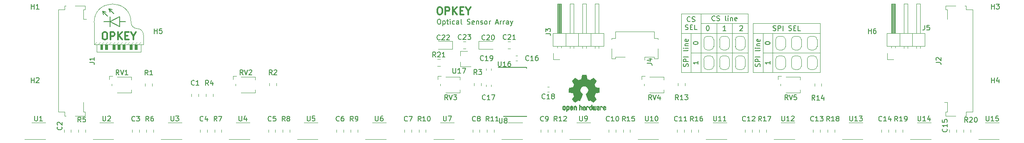
<source format=gbr>
G04 #@! TF.GenerationSoftware,KiCad,Pcbnew,(5.1.2)-2*
G04 #@! TF.CreationDate,2019-07-29T19:51:06+02:00*
G04 #@! TF.ProjectId,sensor_array_15_sensors,73656e73-6f72-45f6-9172-7261795f3135,1*
G04 #@! TF.SameCoordinates,Original*
G04 #@! TF.FileFunction,Legend,Top*
G04 #@! TF.FilePolarity,Positive*
%FSLAX46Y46*%
G04 Gerber Fmt 4.6, Leading zero omitted, Abs format (unit mm)*
G04 Created by KiCad (PCBNEW (5.1.2)-2) date 2019-07-29 19:51:06*
%MOMM*%
%LPD*%
G04 APERTURE LIST*
%ADD10C,0.120000*%
%ADD11C,0.150000*%
%ADD12C,0.300000*%
%ADD13C,0.200000*%
%ADD14C,0.100000*%
%ADD15C,0.010000*%
G04 APERTURE END LIST*
D10*
X182800000Y-45200000D02*
X182800000Y-37200000D01*
D11*
X183252380Y-39247619D02*
X183252380Y-39152380D01*
X183300000Y-39057142D01*
X183347619Y-39009523D01*
X183442857Y-38961904D01*
X183633333Y-38914285D01*
X183871428Y-38914285D01*
X184061904Y-38961904D01*
X184157142Y-39009523D01*
X184204761Y-39057142D01*
X184252380Y-39152380D01*
X184252380Y-39247619D01*
X184204761Y-39342857D01*
X184157142Y-39390476D01*
X184061904Y-39438095D01*
X183871428Y-39485714D01*
X183633333Y-39485714D01*
X183442857Y-39438095D01*
X183347619Y-39390476D01*
X183300000Y-39342857D01*
X183252380Y-39247619D01*
X182204761Y-43985714D02*
X182252380Y-43842857D01*
X182252380Y-43604761D01*
X182204761Y-43509523D01*
X182157142Y-43461904D01*
X182061904Y-43414285D01*
X181966666Y-43414285D01*
X181871428Y-43461904D01*
X181823809Y-43509523D01*
X181776190Y-43604761D01*
X181728571Y-43795238D01*
X181680952Y-43890476D01*
X181633333Y-43938095D01*
X181538095Y-43985714D01*
X181442857Y-43985714D01*
X181347619Y-43938095D01*
X181300000Y-43890476D01*
X181252380Y-43795238D01*
X181252380Y-43557142D01*
X181300000Y-43414285D01*
X182252380Y-42985714D02*
X181252380Y-42985714D01*
X181252380Y-42604761D01*
X181300000Y-42509523D01*
X181347619Y-42461904D01*
X181442857Y-42414285D01*
X181585714Y-42414285D01*
X181680952Y-42461904D01*
X181728571Y-42509523D01*
X181776190Y-42604761D01*
X181776190Y-42985714D01*
X182252380Y-41985714D02*
X181252380Y-41985714D01*
X182252380Y-40604761D02*
X182204761Y-40700000D01*
X182109523Y-40747619D01*
X181252380Y-40747619D01*
X182252380Y-40223809D02*
X181585714Y-40223809D01*
X181252380Y-40223809D02*
X181300000Y-40271428D01*
X181347619Y-40223809D01*
X181300000Y-40176190D01*
X181252380Y-40223809D01*
X181347619Y-40223809D01*
X181585714Y-39747619D02*
X182252380Y-39747619D01*
X181680952Y-39747619D02*
X181633333Y-39700000D01*
X181585714Y-39604761D01*
X181585714Y-39461904D01*
X181633333Y-39366666D01*
X181728571Y-39319047D01*
X182252380Y-39319047D01*
X182204761Y-38461904D02*
X182252380Y-38557142D01*
X182252380Y-38747619D01*
X182204761Y-38842857D01*
X182109523Y-38890476D01*
X181728571Y-38890476D01*
X181633333Y-38842857D01*
X181585714Y-38747619D01*
X181585714Y-38557142D01*
X181633333Y-38461904D01*
X181728571Y-38414285D01*
X181823809Y-38414285D01*
X181919047Y-38890476D01*
D10*
X180800000Y-37200000D02*
X194400000Y-37200000D01*
X180800000Y-35200000D02*
X194400000Y-35200000D01*
X180800000Y-45200000D02*
X180800000Y-35200000D01*
D11*
X184861904Y-36604761D02*
X185004761Y-36652380D01*
X185242857Y-36652380D01*
X185338095Y-36604761D01*
X185385714Y-36557142D01*
X185433333Y-36461904D01*
X185433333Y-36366666D01*
X185385714Y-36271428D01*
X185338095Y-36223809D01*
X185242857Y-36176190D01*
X185052380Y-36128571D01*
X184957142Y-36080952D01*
X184909523Y-36033333D01*
X184861904Y-35938095D01*
X184861904Y-35842857D01*
X184909523Y-35747619D01*
X184957142Y-35700000D01*
X185052380Y-35652380D01*
X185290476Y-35652380D01*
X185433333Y-35700000D01*
X185861904Y-36652380D02*
X185861904Y-35652380D01*
X186242857Y-35652380D01*
X186338095Y-35700000D01*
X186385714Y-35747619D01*
X186433333Y-35842857D01*
X186433333Y-35985714D01*
X186385714Y-36080952D01*
X186338095Y-36128571D01*
X186242857Y-36176190D01*
X185861904Y-36176190D01*
X186861904Y-36652380D02*
X186861904Y-35652380D01*
X188052380Y-36604761D02*
X188195238Y-36652380D01*
X188433333Y-36652380D01*
X188528571Y-36604761D01*
X188576190Y-36557142D01*
X188623809Y-36461904D01*
X188623809Y-36366666D01*
X188576190Y-36271428D01*
X188528571Y-36223809D01*
X188433333Y-36176190D01*
X188242857Y-36128571D01*
X188147619Y-36080952D01*
X188100000Y-36033333D01*
X188052380Y-35938095D01*
X188052380Y-35842857D01*
X188100000Y-35747619D01*
X188147619Y-35700000D01*
X188242857Y-35652380D01*
X188480952Y-35652380D01*
X188623809Y-35700000D01*
X189052380Y-36128571D02*
X189385714Y-36128571D01*
X189528571Y-36652380D02*
X189052380Y-36652380D01*
X189052380Y-35652380D01*
X189528571Y-35652380D01*
X190433333Y-36652380D02*
X189957142Y-36652380D01*
X189957142Y-35652380D01*
X168033333Y-34732142D02*
X167985714Y-34779761D01*
X167842857Y-34827380D01*
X167747619Y-34827380D01*
X167604761Y-34779761D01*
X167509523Y-34684523D01*
X167461904Y-34589285D01*
X167414285Y-34398809D01*
X167414285Y-34255952D01*
X167461904Y-34065476D01*
X167509523Y-33970238D01*
X167604761Y-33875000D01*
X167747619Y-33827380D01*
X167842857Y-33827380D01*
X167985714Y-33875000D01*
X168033333Y-33922619D01*
X168414285Y-34779761D02*
X168557142Y-34827380D01*
X168795238Y-34827380D01*
X168890476Y-34779761D01*
X168938095Y-34732142D01*
X168985714Y-34636904D01*
X168985714Y-34541666D01*
X168938095Y-34446428D01*
X168890476Y-34398809D01*
X168795238Y-34351190D01*
X168604761Y-34303571D01*
X168509523Y-34255952D01*
X168461904Y-34208333D01*
X168414285Y-34113095D01*
X168414285Y-34017857D01*
X168461904Y-33922619D01*
X168509523Y-33875000D01*
X168604761Y-33827380D01*
X168842857Y-33827380D01*
X168985714Y-33875000D01*
X167057142Y-36429761D02*
X167200000Y-36477380D01*
X167438095Y-36477380D01*
X167533333Y-36429761D01*
X167580952Y-36382142D01*
X167628571Y-36286904D01*
X167628571Y-36191666D01*
X167580952Y-36096428D01*
X167533333Y-36048809D01*
X167438095Y-36001190D01*
X167247619Y-35953571D01*
X167152380Y-35905952D01*
X167104761Y-35858333D01*
X167057142Y-35763095D01*
X167057142Y-35667857D01*
X167104761Y-35572619D01*
X167152380Y-35525000D01*
X167247619Y-35477380D01*
X167485714Y-35477380D01*
X167628571Y-35525000D01*
X168057142Y-35953571D02*
X168390476Y-35953571D01*
X168533333Y-36477380D02*
X168057142Y-36477380D01*
X168057142Y-35477380D01*
X168533333Y-35477380D01*
X169438095Y-36477380D02*
X168961904Y-36477380D01*
X168961904Y-35477380D01*
D10*
X166200000Y-45200000D02*
X166200000Y-33200000D01*
D11*
X167604761Y-43985714D02*
X167652380Y-43842857D01*
X167652380Y-43604761D01*
X167604761Y-43509523D01*
X167557142Y-43461904D01*
X167461904Y-43414285D01*
X167366666Y-43414285D01*
X167271428Y-43461904D01*
X167223809Y-43509523D01*
X167176190Y-43604761D01*
X167128571Y-43795238D01*
X167080952Y-43890476D01*
X167033333Y-43938095D01*
X166938095Y-43985714D01*
X166842857Y-43985714D01*
X166747619Y-43938095D01*
X166700000Y-43890476D01*
X166652380Y-43795238D01*
X166652380Y-43557142D01*
X166700000Y-43414285D01*
X167652380Y-42985714D02*
X166652380Y-42985714D01*
X166652380Y-42604761D01*
X166700000Y-42509523D01*
X166747619Y-42461904D01*
X166842857Y-42414285D01*
X166985714Y-42414285D01*
X167080952Y-42461904D01*
X167128571Y-42509523D01*
X167176190Y-42604761D01*
X167176190Y-42985714D01*
X167652380Y-41985714D02*
X166652380Y-41985714D01*
X167652380Y-40604761D02*
X167604761Y-40700000D01*
X167509523Y-40747619D01*
X166652380Y-40747619D01*
X167652380Y-40223809D02*
X166985714Y-40223809D01*
X166652380Y-40223809D02*
X166700000Y-40271428D01*
X166747619Y-40223809D01*
X166700000Y-40176190D01*
X166652380Y-40223809D01*
X166747619Y-40223809D01*
X166985714Y-39747619D02*
X167652380Y-39747619D01*
X167080952Y-39747619D02*
X167033333Y-39700000D01*
X166985714Y-39604761D01*
X166985714Y-39461904D01*
X167033333Y-39366666D01*
X167128571Y-39319047D01*
X167652380Y-39319047D01*
X167604761Y-38461904D02*
X167652380Y-38557142D01*
X167652380Y-38747619D01*
X167604761Y-38842857D01*
X167509523Y-38890476D01*
X167128571Y-38890476D01*
X167033333Y-38842857D01*
X166985714Y-38747619D01*
X166985714Y-38557142D01*
X167033333Y-38461904D01*
X167128571Y-38414285D01*
X167223809Y-38414285D01*
X167319047Y-38890476D01*
D10*
X166200000Y-33200000D02*
X179800000Y-33200000D01*
X176600000Y-45200000D02*
X176600000Y-35200000D01*
X173400000Y-45200000D02*
X173400000Y-35200000D01*
D11*
X168652380Y-39247619D02*
X168652380Y-39152380D01*
X168700000Y-39057142D01*
X168747619Y-39009523D01*
X168842857Y-38961904D01*
X169033333Y-38914285D01*
X169271428Y-38914285D01*
X169461904Y-38961904D01*
X169557142Y-39009523D01*
X169604761Y-39057142D01*
X169652380Y-39152380D01*
X169652380Y-39247619D01*
X169604761Y-39342857D01*
X169557142Y-39390476D01*
X169461904Y-39438095D01*
X169271428Y-39485714D01*
X169033333Y-39485714D01*
X168842857Y-39438095D01*
X168747619Y-39390476D01*
X168700000Y-39342857D01*
X168652380Y-39247619D01*
X169652380Y-42914285D02*
X169652380Y-43485714D01*
X169652380Y-43200000D02*
X168652380Y-43200000D01*
X168795238Y-43295238D01*
X168890476Y-43390476D01*
X168938095Y-43485714D01*
D10*
X168200000Y-45200000D02*
X168200000Y-37200000D01*
X170200000Y-33200000D02*
X170200000Y-45200000D01*
X179800000Y-33200000D02*
X179800000Y-45200000D01*
X170200000Y-35200000D02*
X179800000Y-35200000D01*
X166200000Y-37200000D02*
X179800000Y-37200000D01*
D11*
X178114285Y-35747619D02*
X178161904Y-35700000D01*
X178257142Y-35652380D01*
X178495238Y-35652380D01*
X178590476Y-35700000D01*
X178638095Y-35747619D01*
X178685714Y-35842857D01*
X178685714Y-35938095D01*
X178638095Y-36080952D01*
X178066666Y-36652380D01*
X178685714Y-36652380D01*
X173071428Y-34557142D02*
X173023809Y-34604761D01*
X172880952Y-34652380D01*
X172785714Y-34652380D01*
X172642857Y-34604761D01*
X172547619Y-34509523D01*
X172500000Y-34414285D01*
X172452380Y-34223809D01*
X172452380Y-34080952D01*
X172500000Y-33890476D01*
X172547619Y-33795238D01*
X172642857Y-33700000D01*
X172785714Y-33652380D01*
X172880952Y-33652380D01*
X173023809Y-33700000D01*
X173071428Y-33747619D01*
X173452380Y-34604761D02*
X173595238Y-34652380D01*
X173833333Y-34652380D01*
X173928571Y-34604761D01*
X173976190Y-34557142D01*
X174023809Y-34461904D01*
X174023809Y-34366666D01*
X173976190Y-34271428D01*
X173928571Y-34223809D01*
X173833333Y-34176190D01*
X173642857Y-34128571D01*
X173547619Y-34080952D01*
X173500000Y-34033333D01*
X173452380Y-33938095D01*
X173452380Y-33842857D01*
X173500000Y-33747619D01*
X173547619Y-33700000D01*
X173642857Y-33652380D01*
X173880952Y-33652380D01*
X174023809Y-33700000D01*
X175357142Y-34652380D02*
X175261904Y-34604761D01*
X175214285Y-34509523D01*
X175214285Y-33652380D01*
X175738095Y-34652380D02*
X175738095Y-33985714D01*
X175738095Y-33652380D02*
X175690476Y-33700000D01*
X175738095Y-33747619D01*
X175785714Y-33700000D01*
X175738095Y-33652380D01*
X175738095Y-33747619D01*
X176214285Y-33985714D02*
X176214285Y-34652380D01*
X176214285Y-34080952D02*
X176261904Y-34033333D01*
X176357142Y-33985714D01*
X176500000Y-33985714D01*
X176595238Y-34033333D01*
X176642857Y-34128571D01*
X176642857Y-34652380D01*
X177500000Y-34604761D02*
X177404761Y-34652380D01*
X177214285Y-34652380D01*
X177119047Y-34604761D01*
X177071428Y-34509523D01*
X177071428Y-34128571D01*
X177119047Y-34033333D01*
X177214285Y-33985714D01*
X177404761Y-33985714D01*
X177500000Y-34033333D01*
X177547619Y-34128571D01*
X177547619Y-34223809D01*
X177071428Y-34319047D01*
X171552380Y-35652380D02*
X171647619Y-35652380D01*
X171742857Y-35700000D01*
X171790476Y-35747619D01*
X171838095Y-35842857D01*
X171885714Y-36033333D01*
X171885714Y-36271428D01*
X171838095Y-36461904D01*
X171790476Y-36557142D01*
X171742857Y-36604761D01*
X171647619Y-36652380D01*
X171552380Y-36652380D01*
X171457142Y-36604761D01*
X171409523Y-36557142D01*
X171361904Y-36461904D01*
X171314285Y-36271428D01*
X171314285Y-36033333D01*
X171361904Y-35842857D01*
X171409523Y-35747619D01*
X171457142Y-35700000D01*
X171552380Y-35652380D01*
X175285714Y-36652380D02*
X174714285Y-36652380D01*
X175000000Y-36652380D02*
X175000000Y-35652380D01*
X174904761Y-35795238D01*
X174809523Y-35890476D01*
X174714285Y-35938095D01*
D10*
X168200000Y-41200000D02*
X179800000Y-41200000D01*
X179800000Y-45200000D02*
X166200000Y-45200000D01*
X194400000Y-45200000D02*
X180800000Y-45200000D01*
X182800000Y-41200000D02*
X194400000Y-41200000D01*
X194400000Y-35200000D02*
X194400000Y-45200000D01*
D11*
X184252380Y-42914285D02*
X184252380Y-43485714D01*
X184252380Y-43200000D02*
X183252380Y-43200000D01*
X183395238Y-43295238D01*
X183490476Y-43390476D01*
X183538095Y-43485714D01*
D10*
X184800000Y-45200000D02*
X184800000Y-37200000D01*
D12*
X117037857Y-31878571D02*
X117323571Y-31878571D01*
X117466428Y-31950000D01*
X117609285Y-32092857D01*
X117680714Y-32378571D01*
X117680714Y-32878571D01*
X117609285Y-33164285D01*
X117466428Y-33307142D01*
X117323571Y-33378571D01*
X117037857Y-33378571D01*
X116895000Y-33307142D01*
X116752142Y-33164285D01*
X116680714Y-32878571D01*
X116680714Y-32378571D01*
X116752142Y-32092857D01*
X116895000Y-31950000D01*
X117037857Y-31878571D01*
X118323571Y-33378571D02*
X118323571Y-31878571D01*
X118895000Y-31878571D01*
X119037857Y-31950000D01*
X119109285Y-32021428D01*
X119180714Y-32164285D01*
X119180714Y-32378571D01*
X119109285Y-32521428D01*
X119037857Y-32592857D01*
X118895000Y-32664285D01*
X118323571Y-32664285D01*
X119823571Y-33378571D02*
X119823571Y-31878571D01*
X120680714Y-33378571D02*
X120037857Y-32521428D01*
X120680714Y-31878571D02*
X119823571Y-32735714D01*
X121323571Y-32592857D02*
X121823571Y-32592857D01*
X122037857Y-33378571D02*
X121323571Y-33378571D01*
X121323571Y-31878571D01*
X122037857Y-31878571D01*
X122966428Y-32664285D02*
X122966428Y-33378571D01*
X122466428Y-31878571D02*
X122966428Y-32664285D01*
X123466428Y-31878571D01*
D13*
X116958571Y-34352380D02*
X117149047Y-34352380D01*
X117244285Y-34400000D01*
X117339523Y-34495238D01*
X117387142Y-34685714D01*
X117387142Y-35019047D01*
X117339523Y-35209523D01*
X117244285Y-35304761D01*
X117149047Y-35352380D01*
X116958571Y-35352380D01*
X116863333Y-35304761D01*
X116768095Y-35209523D01*
X116720476Y-35019047D01*
X116720476Y-34685714D01*
X116768095Y-34495238D01*
X116863333Y-34400000D01*
X116958571Y-34352380D01*
X117815714Y-34685714D02*
X117815714Y-35685714D01*
X117815714Y-34733333D02*
X117910952Y-34685714D01*
X118101428Y-34685714D01*
X118196666Y-34733333D01*
X118244285Y-34780952D01*
X118291904Y-34876190D01*
X118291904Y-35161904D01*
X118244285Y-35257142D01*
X118196666Y-35304761D01*
X118101428Y-35352380D01*
X117910952Y-35352380D01*
X117815714Y-35304761D01*
X118577619Y-34685714D02*
X118958571Y-34685714D01*
X118720476Y-34352380D02*
X118720476Y-35209523D01*
X118768095Y-35304761D01*
X118863333Y-35352380D01*
X118958571Y-35352380D01*
X119291904Y-35352380D02*
X119291904Y-34685714D01*
X119291904Y-34352380D02*
X119244285Y-34400000D01*
X119291904Y-34447619D01*
X119339523Y-34400000D01*
X119291904Y-34352380D01*
X119291904Y-34447619D01*
X120196666Y-35304761D02*
X120101428Y-35352380D01*
X119910952Y-35352380D01*
X119815714Y-35304761D01*
X119768095Y-35257142D01*
X119720476Y-35161904D01*
X119720476Y-34876190D01*
X119768095Y-34780952D01*
X119815714Y-34733333D01*
X119910952Y-34685714D01*
X120101428Y-34685714D01*
X120196666Y-34733333D01*
X121053809Y-35352380D02*
X121053809Y-34828571D01*
X121006190Y-34733333D01*
X120910952Y-34685714D01*
X120720476Y-34685714D01*
X120625238Y-34733333D01*
X121053809Y-35304761D02*
X120958571Y-35352380D01*
X120720476Y-35352380D01*
X120625238Y-35304761D01*
X120577619Y-35209523D01*
X120577619Y-35114285D01*
X120625238Y-35019047D01*
X120720476Y-34971428D01*
X120958571Y-34971428D01*
X121053809Y-34923809D01*
X121672857Y-35352380D02*
X121577619Y-35304761D01*
X121530000Y-35209523D01*
X121530000Y-34352380D01*
X122768095Y-35304761D02*
X122910952Y-35352380D01*
X123149047Y-35352380D01*
X123244285Y-35304761D01*
X123291904Y-35257142D01*
X123339523Y-35161904D01*
X123339523Y-35066666D01*
X123291904Y-34971428D01*
X123244285Y-34923809D01*
X123149047Y-34876190D01*
X122958571Y-34828571D01*
X122863333Y-34780952D01*
X122815714Y-34733333D01*
X122768095Y-34638095D01*
X122768095Y-34542857D01*
X122815714Y-34447619D01*
X122863333Y-34400000D01*
X122958571Y-34352380D01*
X123196666Y-34352380D01*
X123339523Y-34400000D01*
X124149047Y-35304761D02*
X124053809Y-35352380D01*
X123863333Y-35352380D01*
X123768095Y-35304761D01*
X123720476Y-35209523D01*
X123720476Y-34828571D01*
X123768095Y-34733333D01*
X123863333Y-34685714D01*
X124053809Y-34685714D01*
X124149047Y-34733333D01*
X124196666Y-34828571D01*
X124196666Y-34923809D01*
X123720476Y-35019047D01*
X124625238Y-34685714D02*
X124625238Y-35352380D01*
X124625238Y-34780952D02*
X124672857Y-34733333D01*
X124768095Y-34685714D01*
X124910952Y-34685714D01*
X125006190Y-34733333D01*
X125053809Y-34828571D01*
X125053809Y-35352380D01*
X125482380Y-35304761D02*
X125577619Y-35352380D01*
X125768095Y-35352380D01*
X125863333Y-35304761D01*
X125910952Y-35209523D01*
X125910952Y-35161904D01*
X125863333Y-35066666D01*
X125768095Y-35019047D01*
X125625238Y-35019047D01*
X125530000Y-34971428D01*
X125482380Y-34876190D01*
X125482380Y-34828571D01*
X125530000Y-34733333D01*
X125625238Y-34685714D01*
X125768095Y-34685714D01*
X125863333Y-34733333D01*
X126482380Y-35352380D02*
X126387142Y-35304761D01*
X126339523Y-35257142D01*
X126291904Y-35161904D01*
X126291904Y-34876190D01*
X126339523Y-34780952D01*
X126387142Y-34733333D01*
X126482380Y-34685714D01*
X126625238Y-34685714D01*
X126720476Y-34733333D01*
X126768095Y-34780952D01*
X126815714Y-34876190D01*
X126815714Y-35161904D01*
X126768095Y-35257142D01*
X126720476Y-35304761D01*
X126625238Y-35352380D01*
X126482380Y-35352380D01*
X127244285Y-35352380D02*
X127244285Y-34685714D01*
X127244285Y-34876190D02*
X127291904Y-34780952D01*
X127339523Y-34733333D01*
X127434761Y-34685714D01*
X127530000Y-34685714D01*
X128577619Y-35066666D02*
X129053809Y-35066666D01*
X128482380Y-35352380D02*
X128815714Y-34352380D01*
X129149047Y-35352380D01*
X129482380Y-35352380D02*
X129482380Y-34685714D01*
X129482380Y-34876190D02*
X129530000Y-34780952D01*
X129577619Y-34733333D01*
X129672857Y-34685714D01*
X129768095Y-34685714D01*
X130101428Y-35352380D02*
X130101428Y-34685714D01*
X130101428Y-34876190D02*
X130149047Y-34780952D01*
X130196666Y-34733333D01*
X130291904Y-34685714D01*
X130387142Y-34685714D01*
X131149047Y-35352380D02*
X131149047Y-34828571D01*
X131101428Y-34733333D01*
X131006190Y-34685714D01*
X130815714Y-34685714D01*
X130720476Y-34733333D01*
X131149047Y-35304761D02*
X131053809Y-35352380D01*
X130815714Y-35352380D01*
X130720476Y-35304761D01*
X130672857Y-35209523D01*
X130672857Y-35114285D01*
X130720476Y-35019047D01*
X130815714Y-34971428D01*
X131053809Y-34971428D01*
X131149047Y-34923809D01*
X131530000Y-34685714D02*
X131768095Y-35352380D01*
X132006190Y-34685714D02*
X131768095Y-35352380D01*
X131672857Y-35590476D01*
X131625238Y-35638095D01*
X131530000Y-35685714D01*
X51000000Y-33200000D02*
X50000000Y-32200000D01*
X50000000Y-32200000D02*
X50200000Y-32900000D01*
X50000000Y-32200000D02*
X50700000Y-32400000D01*
X48700000Y-32700000D02*
X49400000Y-32900000D01*
X48700000Y-32700000D02*
X48900000Y-33400000D01*
X49700000Y-33700000D02*
X48700000Y-32700000D01*
X50200000Y-34850000D02*
X49000000Y-34850000D01*
D10*
X50200000Y-35850000D02*
X50200000Y-34850000D01*
D13*
X50200000Y-33850000D02*
X50200000Y-35850000D01*
X50200000Y-34850000D02*
X52200000Y-35850000D01*
X52200000Y-33850000D02*
X50200000Y-34850000D01*
X52200000Y-35850000D02*
X52200000Y-33850000D01*
X53400000Y-34850000D02*
X52200000Y-34850000D01*
D10*
X56500000Y-39000000D02*
X56000000Y-39500000D01*
X55750000Y-39000000D02*
X55250000Y-39500000D01*
X55000000Y-39000000D02*
X54500000Y-39500000D01*
X52750000Y-39000000D02*
X52250000Y-39500000D01*
X52000000Y-39000000D02*
X51500000Y-39500000D01*
X53500000Y-39000000D02*
X53000000Y-39500000D01*
X51250000Y-39000000D02*
X50750000Y-39500000D01*
X54250000Y-39000000D02*
X53750000Y-39500000D01*
X54500000Y-35000000D02*
G75*
G03X55750000Y-36250000I1250000J0D01*
G01*
X57000000Y-37500000D02*
G75*
G03X55750000Y-36250000I-1250000J0D01*
G01*
X54500000Y-35000000D02*
G75*
G03X47000000Y-35000000I-3750000J0D01*
G01*
X57000000Y-39500000D02*
X57000000Y-37500000D01*
X56500000Y-39500000D02*
X57000000Y-39500000D01*
X47000000Y-39500000D02*
X47000000Y-35000000D01*
X47500000Y-39500000D02*
X47000000Y-39500000D01*
D14*
G36*
X55250000Y-40500000D02*
G01*
X55250000Y-39500000D01*
X55750000Y-39500000D01*
X55750000Y-40500000D01*
X55250000Y-40500000D01*
G37*
X55250000Y-40500000D02*
X55250000Y-39500000D01*
X55750000Y-39500000D01*
X55750000Y-40500000D01*
X55250000Y-40500000D01*
G36*
X54250000Y-40500000D02*
G01*
X54250000Y-39500000D01*
X54750000Y-39500000D01*
X54750000Y-40500000D01*
X54250000Y-40500000D01*
G37*
X54250000Y-40500000D02*
X54250000Y-39500000D01*
X54750000Y-39500000D01*
X54750000Y-40500000D01*
X54250000Y-40500000D01*
G36*
X52750000Y-40500000D02*
G01*
X52750000Y-39500000D01*
X53250000Y-39500000D01*
X53250000Y-40500000D01*
X52750000Y-40500000D01*
G37*
X52750000Y-40500000D02*
X52750000Y-39500000D01*
X53250000Y-39500000D01*
X53250000Y-40500000D01*
X52750000Y-40500000D01*
G36*
X51750000Y-40500000D02*
G01*
X51750000Y-39500000D01*
X52250000Y-39500000D01*
X52250000Y-40500000D01*
X51750000Y-40500000D01*
G37*
X51750000Y-40500000D02*
X51750000Y-39500000D01*
X52250000Y-39500000D01*
X52250000Y-40500000D01*
X51750000Y-40500000D01*
G36*
X50750000Y-40500000D02*
G01*
X50750000Y-39500000D01*
X51250000Y-39500000D01*
X51250000Y-40500000D01*
X50750000Y-40500000D01*
G37*
X50750000Y-40500000D02*
X50750000Y-39500000D01*
X51250000Y-39500000D01*
X51250000Y-40500000D01*
X50750000Y-40500000D01*
G36*
X49250000Y-40500000D02*
G01*
X49250000Y-39500000D01*
X49750000Y-39500000D01*
X49750000Y-40500000D01*
X49250000Y-40500000D01*
G37*
X49250000Y-40500000D02*
X49250000Y-39500000D01*
X49750000Y-39500000D01*
X49750000Y-40500000D01*
X49250000Y-40500000D01*
G36*
X48250000Y-40500000D02*
G01*
X48250000Y-39500000D01*
X48750000Y-39500000D01*
X48750000Y-40500000D01*
X48250000Y-40500000D01*
G37*
X48250000Y-40500000D02*
X48250000Y-39500000D01*
X48750000Y-39500000D01*
X48750000Y-40500000D01*
X48250000Y-40500000D01*
D10*
X56500000Y-41000000D02*
X56500000Y-39500000D01*
X47500000Y-41000000D02*
X56500000Y-41000000D01*
X47500000Y-39500000D02*
X47500000Y-41000000D01*
X56500000Y-39500000D02*
X47500000Y-39500000D01*
X47500000Y-39000000D02*
X47000000Y-39500000D01*
X48250000Y-39000000D02*
X47750000Y-39500000D01*
X49000000Y-39000000D02*
X48500000Y-39500000D01*
X49750000Y-39000000D02*
X49250000Y-39500000D01*
X50500000Y-39000000D02*
X50000000Y-39500000D01*
X44820000Y-53240000D02*
X44820000Y-51260000D01*
X45170000Y-53240000D02*
X44820000Y-53240000D01*
X45170000Y-54010000D02*
X45170000Y-53240000D01*
X43120000Y-54010000D02*
X45170000Y-54010000D01*
X41000000Y-54010000D02*
X41300000Y-54010000D01*
X41000000Y-53210000D02*
X41000000Y-54010000D01*
X39700000Y-53210000D02*
X41000000Y-53210000D01*
X39700000Y-32390000D02*
X39700000Y-53210000D01*
X41000000Y-32390000D02*
X39700000Y-32390000D01*
X41000000Y-31590000D02*
X41000000Y-32390000D01*
X41300000Y-31590000D02*
X41000000Y-31590000D01*
X45170000Y-31590000D02*
X43120000Y-31590000D01*
X45170000Y-32360000D02*
X45170000Y-31590000D01*
X44820000Y-32360000D02*
X45170000Y-32360000D01*
X44820000Y-34340000D02*
X44820000Y-32360000D01*
X45410000Y-34340000D02*
X44820000Y-34340000D01*
X58810000Y-47961252D02*
X58810000Y-47438748D01*
X57390000Y-47961252D02*
X57390000Y-47438748D01*
X68210000Y-50061252D02*
X68210000Y-49538748D01*
X66790000Y-50061252D02*
X66790000Y-49538748D01*
X42310000Y-56838748D02*
X42310000Y-57361252D01*
X40890000Y-56838748D02*
X40890000Y-57361252D01*
X54720769Y-56838748D02*
X54720769Y-57361252D01*
X56140769Y-56838748D02*
X56140769Y-57361252D01*
X68551538Y-56838748D02*
X68551538Y-57361252D01*
X69971538Y-56838748D02*
X69971538Y-57361252D01*
X83802307Y-56838748D02*
X83802307Y-57361252D01*
X82382307Y-56838748D02*
X82382307Y-57361252D01*
X84010000Y-47911252D02*
X84010000Y-47388748D01*
X82590000Y-47911252D02*
X82590000Y-47388748D01*
X71110000Y-49538748D02*
X71110000Y-50061252D01*
X69690000Y-49538748D02*
X69690000Y-50061252D01*
X43790000Y-57361252D02*
X43790000Y-56838748D01*
X45210000Y-57361252D02*
X45210000Y-56838748D01*
X57620769Y-57361252D02*
X57620769Y-56838748D01*
X59040769Y-57361252D02*
X59040769Y-56838748D01*
X71451538Y-57361252D02*
X71451538Y-56838748D01*
X72871538Y-57361252D02*
X72871538Y-56838748D01*
X86702307Y-57361252D02*
X86702307Y-56838748D01*
X85282307Y-57361252D02*
X85282307Y-56838748D01*
X50536667Y-47500000D02*
X50536667Y-47900000D01*
X51636667Y-46100000D02*
X54536667Y-46100000D01*
X54536667Y-46100000D02*
X54536667Y-46700000D01*
X51636667Y-49300000D02*
X54536667Y-49300000D01*
X54536667Y-49300000D02*
X54536667Y-48700000D01*
X50736667Y-45900000D02*
X50036667Y-45900000D01*
X50036667Y-45900000D02*
X50036667Y-46600000D01*
X75203333Y-45900000D02*
X75203333Y-46600000D01*
X75903333Y-45900000D02*
X75203333Y-45900000D01*
X79703333Y-49300000D02*
X79703333Y-48700000D01*
X76803333Y-49300000D02*
X79703333Y-49300000D01*
X79703333Y-46100000D02*
X79703333Y-46700000D01*
X76803333Y-46100000D02*
X79703333Y-46100000D01*
X75703333Y-47500000D02*
X75703333Y-47900000D01*
X37100000Y-58800000D02*
X32900000Y-58800000D01*
X37100000Y-55400000D02*
X34300000Y-55400000D01*
X50933333Y-55400000D02*
X48133333Y-55400000D01*
X50933333Y-58800000D02*
X46733333Y-58800000D01*
X64766667Y-58800000D02*
X60566667Y-58800000D01*
X64766667Y-55400000D02*
X61966667Y-55400000D01*
X78600000Y-55400000D02*
X75800000Y-55400000D01*
X78600000Y-58800000D02*
X74400000Y-58800000D01*
X92433333Y-58800000D02*
X88233333Y-58800000D01*
X92433333Y-55400000D02*
X89633333Y-55400000D01*
D15*
G36*
X146639878Y-45687776D02*
G01*
X146745612Y-45688355D01*
X146822132Y-45689922D01*
X146874372Y-45692972D01*
X146907263Y-45697996D01*
X146925737Y-45705489D01*
X146934727Y-45715944D01*
X146939163Y-45729853D01*
X146939594Y-45731654D01*
X146946333Y-45764145D01*
X146958808Y-45828252D01*
X146975719Y-45917151D01*
X146995771Y-46024019D01*
X147017664Y-46142033D01*
X147018429Y-46146178D01*
X147040359Y-46261831D01*
X147060877Y-46364014D01*
X147078659Y-46446598D01*
X147092381Y-46503456D01*
X147100718Y-46528458D01*
X147101116Y-46528901D01*
X147125677Y-46541110D01*
X147176315Y-46561456D01*
X147242095Y-46585545D01*
X147242461Y-46585674D01*
X147325317Y-46616818D01*
X147423000Y-46656491D01*
X147515077Y-46696381D01*
X147519434Y-46698353D01*
X147669407Y-46766420D01*
X148001498Y-46539639D01*
X148103374Y-46470504D01*
X148195657Y-46408697D01*
X148273003Y-46357733D01*
X148330064Y-46321127D01*
X148361495Y-46302394D01*
X148364479Y-46301004D01*
X148387321Y-46307190D01*
X148429982Y-46337035D01*
X148494128Y-46391947D01*
X148581421Y-46473334D01*
X148670535Y-46559922D01*
X148756441Y-46645247D01*
X148833327Y-46723108D01*
X148896564Y-46788697D01*
X148941523Y-46837205D01*
X148963576Y-46863825D01*
X148964396Y-46865195D01*
X148966834Y-46883463D01*
X148957650Y-46913295D01*
X148934574Y-46958721D01*
X148895337Y-47023770D01*
X148837670Y-47112470D01*
X148760795Y-47226657D01*
X148692570Y-47327162D01*
X148631582Y-47417303D01*
X148581356Y-47491849D01*
X148545416Y-47545565D01*
X148527287Y-47573218D01*
X148526146Y-47575095D01*
X148528359Y-47601590D01*
X148545138Y-47653086D01*
X148573142Y-47719851D01*
X148583122Y-47741172D01*
X148626672Y-47836159D01*
X148673134Y-47943937D01*
X148710877Y-48037192D01*
X148738073Y-48106406D01*
X148759675Y-48159006D01*
X148772158Y-48186497D01*
X148773709Y-48188616D01*
X148796668Y-48192124D01*
X148850786Y-48201738D01*
X148928868Y-48216089D01*
X149023719Y-48233807D01*
X149128143Y-48253525D01*
X149234944Y-48273874D01*
X149336926Y-48293486D01*
X149426894Y-48310991D01*
X149497653Y-48325022D01*
X149542006Y-48334209D01*
X149552885Y-48336807D01*
X149564122Y-48343218D01*
X149572605Y-48357697D01*
X149578714Y-48385133D01*
X149582832Y-48430411D01*
X149585341Y-48498420D01*
X149586621Y-48594047D01*
X149587054Y-48722180D01*
X149587077Y-48774701D01*
X149587077Y-49201845D01*
X149484500Y-49222091D01*
X149427431Y-49233070D01*
X149342269Y-49249095D01*
X149239372Y-49268233D01*
X149129096Y-49288551D01*
X149098615Y-49294132D01*
X148996855Y-49313917D01*
X148908205Y-49333373D01*
X148840108Y-49350697D01*
X148800004Y-49364088D01*
X148793323Y-49368079D01*
X148776919Y-49396342D01*
X148753399Y-49451109D01*
X148727316Y-49521588D01*
X148722142Y-49536769D01*
X148687956Y-49630896D01*
X148645523Y-49737101D01*
X148603997Y-49832473D01*
X148603792Y-49832916D01*
X148534640Y-49982525D01*
X148989512Y-50651617D01*
X148697500Y-50944116D01*
X148609180Y-51031170D01*
X148528625Y-51107909D01*
X148460360Y-51170237D01*
X148408908Y-51214056D01*
X148378794Y-51235270D01*
X148374474Y-51236616D01*
X148349111Y-51226016D01*
X148297358Y-51196547D01*
X148224868Y-51151705D01*
X148137294Y-51094984D01*
X148042612Y-51031462D01*
X147946516Y-50966668D01*
X147860837Y-50910287D01*
X147791016Y-50865788D01*
X147742494Y-50836639D01*
X147720782Y-50826308D01*
X147694293Y-50835050D01*
X147644062Y-50858087D01*
X147580451Y-50890631D01*
X147573708Y-50894249D01*
X147488046Y-50937210D01*
X147429306Y-50958279D01*
X147392772Y-50958503D01*
X147373731Y-50938928D01*
X147373620Y-50938654D01*
X147364102Y-50915472D01*
X147341403Y-50860441D01*
X147307282Y-50777822D01*
X147263500Y-50671872D01*
X147211816Y-50546852D01*
X147153992Y-50407020D01*
X147097991Y-50271637D01*
X147036447Y-50122234D01*
X146979939Y-49983832D01*
X146930161Y-49860673D01*
X146888806Y-49757002D01*
X146857568Y-49677059D01*
X146838141Y-49625088D01*
X146832154Y-49605692D01*
X146847168Y-49583443D01*
X146886439Y-49547982D01*
X146938807Y-49508887D01*
X147087941Y-49385245D01*
X147204511Y-49243522D01*
X147287118Y-49086704D01*
X147334366Y-48917775D01*
X147344857Y-48739722D01*
X147337231Y-48657539D01*
X147295682Y-48487031D01*
X147224123Y-48336459D01*
X147126995Y-48207309D01*
X147008734Y-48101064D01*
X146873780Y-48019210D01*
X146726571Y-47963232D01*
X146571544Y-47934615D01*
X146413139Y-47934844D01*
X146255794Y-47965405D01*
X146103946Y-48027782D01*
X145962035Y-48123460D01*
X145902803Y-48177572D01*
X145789203Y-48316520D01*
X145710106Y-48468361D01*
X145664986Y-48628667D01*
X145653316Y-48793012D01*
X145674569Y-48956971D01*
X145728220Y-49116118D01*
X145813740Y-49266025D01*
X145930605Y-49402267D01*
X146061193Y-49508887D01*
X146115588Y-49549642D01*
X146154014Y-49584718D01*
X146167846Y-49605726D01*
X146160603Y-49628635D01*
X146140005Y-49683365D01*
X146107746Y-49765672D01*
X146065521Y-49871315D01*
X146015023Y-49996050D01*
X145957948Y-50135636D01*
X145901854Y-50271670D01*
X145839967Y-50421201D01*
X145782644Y-50559767D01*
X145731644Y-50683107D01*
X145688727Y-50786964D01*
X145655653Y-50867080D01*
X145634181Y-50919195D01*
X145626225Y-50938654D01*
X145607429Y-50958423D01*
X145571074Y-50958365D01*
X145512479Y-50937441D01*
X145426968Y-50894613D01*
X145426292Y-50894249D01*
X145361907Y-50861012D01*
X145309861Y-50836802D01*
X145280512Y-50826404D01*
X145279217Y-50826308D01*
X145257124Y-50836855D01*
X145208348Y-50866184D01*
X145138331Y-50910827D01*
X145052514Y-50967314D01*
X144957388Y-51031462D01*
X144860540Y-51096411D01*
X144773253Y-51152896D01*
X144701181Y-51197421D01*
X144649977Y-51226490D01*
X144625526Y-51236616D01*
X144603010Y-51223307D01*
X144557742Y-51186112D01*
X144494244Y-51129128D01*
X144417039Y-51056449D01*
X144330651Y-50972171D01*
X144302399Y-50944016D01*
X144010287Y-50651416D01*
X144232631Y-50325104D01*
X144300202Y-50224897D01*
X144359507Y-50134963D01*
X144407217Y-50060510D01*
X144440007Y-50006751D01*
X144454548Y-49978894D01*
X144454974Y-49976912D01*
X144447308Y-49950655D01*
X144426689Y-49897837D01*
X144396685Y-49827310D01*
X144375625Y-49780093D01*
X144336248Y-49689694D01*
X144299165Y-49598366D01*
X144270415Y-49521200D01*
X144262605Y-49497692D01*
X144240417Y-49434916D01*
X144218727Y-49386411D01*
X144206813Y-49368079D01*
X144180523Y-49356859D01*
X144123142Y-49340954D01*
X144042118Y-49322167D01*
X143944895Y-49302299D01*
X143901385Y-49294132D01*
X143790896Y-49273829D01*
X143684916Y-49254170D01*
X143593801Y-49237088D01*
X143527908Y-49224518D01*
X143515500Y-49222091D01*
X143412923Y-49201845D01*
X143412923Y-48774701D01*
X143413153Y-48634246D01*
X143414099Y-48527979D01*
X143416141Y-48451013D01*
X143419662Y-48398460D01*
X143425043Y-48365433D01*
X143432666Y-48347045D01*
X143442912Y-48338408D01*
X143447115Y-48336807D01*
X143472470Y-48331127D01*
X143528484Y-48319795D01*
X143607964Y-48304179D01*
X143703712Y-48285647D01*
X143808533Y-48265569D01*
X143915232Y-48245312D01*
X144016613Y-48226246D01*
X144105479Y-48209739D01*
X144174637Y-48197159D01*
X144216889Y-48189875D01*
X144226290Y-48188616D01*
X144234807Y-48171763D01*
X144253660Y-48126870D01*
X144279324Y-48062430D01*
X144289123Y-48037192D01*
X144328648Y-47939686D01*
X144375192Y-47831959D01*
X144416877Y-47741172D01*
X144447550Y-47671753D01*
X144467956Y-47614710D01*
X144474768Y-47579777D01*
X144473682Y-47575095D01*
X144459285Y-47552991D01*
X144426412Y-47503831D01*
X144378590Y-47432848D01*
X144319348Y-47345278D01*
X144252215Y-47246357D01*
X144238941Y-47226830D01*
X144161046Y-47111140D01*
X144103787Y-47023044D01*
X144064881Y-46958486D01*
X144042044Y-46913411D01*
X144032994Y-46883763D01*
X144035448Y-46865485D01*
X144035511Y-46865369D01*
X144054827Y-46841361D01*
X144097551Y-46794947D01*
X144159051Y-46730937D01*
X144234698Y-46654145D01*
X144319861Y-46569382D01*
X144329465Y-46559922D01*
X144436790Y-46455989D01*
X144519615Y-46379675D01*
X144579605Y-46329571D01*
X144618423Y-46304270D01*
X144635520Y-46301004D01*
X144660473Y-46315250D01*
X144712255Y-46348156D01*
X144785520Y-46396208D01*
X144874920Y-46455890D01*
X144975111Y-46523688D01*
X144998501Y-46539639D01*
X145330593Y-46766420D01*
X145480565Y-46698353D01*
X145571770Y-46658685D01*
X145669669Y-46618791D01*
X145753831Y-46586983D01*
X145757538Y-46585674D01*
X145823369Y-46561576D01*
X145874116Y-46541200D01*
X145898842Y-46528936D01*
X145898884Y-46528901D01*
X145906729Y-46506734D01*
X145920066Y-46452217D01*
X145937570Y-46371480D01*
X145957917Y-46270650D01*
X145979782Y-46155856D01*
X145981571Y-46146178D01*
X146003504Y-46027904D01*
X146023640Y-45920542D01*
X146040680Y-45830917D01*
X146053328Y-45765851D01*
X146060284Y-45732168D01*
X146060406Y-45731654D01*
X146064639Y-45717325D01*
X146072871Y-45706507D01*
X146090033Y-45698706D01*
X146121058Y-45693429D01*
X146170878Y-45690182D01*
X146244424Y-45688472D01*
X146346629Y-45687807D01*
X146482425Y-45687693D01*
X146500000Y-45687692D01*
X146639878Y-45687776D01*
X146639878Y-45687776D01*
G37*
X146639878Y-45687776D02*
X146745612Y-45688355D01*
X146822132Y-45689922D01*
X146874372Y-45692972D01*
X146907263Y-45697996D01*
X146925737Y-45705489D01*
X146934727Y-45715944D01*
X146939163Y-45729853D01*
X146939594Y-45731654D01*
X146946333Y-45764145D01*
X146958808Y-45828252D01*
X146975719Y-45917151D01*
X146995771Y-46024019D01*
X147017664Y-46142033D01*
X147018429Y-46146178D01*
X147040359Y-46261831D01*
X147060877Y-46364014D01*
X147078659Y-46446598D01*
X147092381Y-46503456D01*
X147100718Y-46528458D01*
X147101116Y-46528901D01*
X147125677Y-46541110D01*
X147176315Y-46561456D01*
X147242095Y-46585545D01*
X147242461Y-46585674D01*
X147325317Y-46616818D01*
X147423000Y-46656491D01*
X147515077Y-46696381D01*
X147519434Y-46698353D01*
X147669407Y-46766420D01*
X148001498Y-46539639D01*
X148103374Y-46470504D01*
X148195657Y-46408697D01*
X148273003Y-46357733D01*
X148330064Y-46321127D01*
X148361495Y-46302394D01*
X148364479Y-46301004D01*
X148387321Y-46307190D01*
X148429982Y-46337035D01*
X148494128Y-46391947D01*
X148581421Y-46473334D01*
X148670535Y-46559922D01*
X148756441Y-46645247D01*
X148833327Y-46723108D01*
X148896564Y-46788697D01*
X148941523Y-46837205D01*
X148963576Y-46863825D01*
X148964396Y-46865195D01*
X148966834Y-46883463D01*
X148957650Y-46913295D01*
X148934574Y-46958721D01*
X148895337Y-47023770D01*
X148837670Y-47112470D01*
X148760795Y-47226657D01*
X148692570Y-47327162D01*
X148631582Y-47417303D01*
X148581356Y-47491849D01*
X148545416Y-47545565D01*
X148527287Y-47573218D01*
X148526146Y-47575095D01*
X148528359Y-47601590D01*
X148545138Y-47653086D01*
X148573142Y-47719851D01*
X148583122Y-47741172D01*
X148626672Y-47836159D01*
X148673134Y-47943937D01*
X148710877Y-48037192D01*
X148738073Y-48106406D01*
X148759675Y-48159006D01*
X148772158Y-48186497D01*
X148773709Y-48188616D01*
X148796668Y-48192124D01*
X148850786Y-48201738D01*
X148928868Y-48216089D01*
X149023719Y-48233807D01*
X149128143Y-48253525D01*
X149234944Y-48273874D01*
X149336926Y-48293486D01*
X149426894Y-48310991D01*
X149497653Y-48325022D01*
X149542006Y-48334209D01*
X149552885Y-48336807D01*
X149564122Y-48343218D01*
X149572605Y-48357697D01*
X149578714Y-48385133D01*
X149582832Y-48430411D01*
X149585341Y-48498420D01*
X149586621Y-48594047D01*
X149587054Y-48722180D01*
X149587077Y-48774701D01*
X149587077Y-49201845D01*
X149484500Y-49222091D01*
X149427431Y-49233070D01*
X149342269Y-49249095D01*
X149239372Y-49268233D01*
X149129096Y-49288551D01*
X149098615Y-49294132D01*
X148996855Y-49313917D01*
X148908205Y-49333373D01*
X148840108Y-49350697D01*
X148800004Y-49364088D01*
X148793323Y-49368079D01*
X148776919Y-49396342D01*
X148753399Y-49451109D01*
X148727316Y-49521588D01*
X148722142Y-49536769D01*
X148687956Y-49630896D01*
X148645523Y-49737101D01*
X148603997Y-49832473D01*
X148603792Y-49832916D01*
X148534640Y-49982525D01*
X148989512Y-50651617D01*
X148697500Y-50944116D01*
X148609180Y-51031170D01*
X148528625Y-51107909D01*
X148460360Y-51170237D01*
X148408908Y-51214056D01*
X148378794Y-51235270D01*
X148374474Y-51236616D01*
X148349111Y-51226016D01*
X148297358Y-51196547D01*
X148224868Y-51151705D01*
X148137294Y-51094984D01*
X148042612Y-51031462D01*
X147946516Y-50966668D01*
X147860837Y-50910287D01*
X147791016Y-50865788D01*
X147742494Y-50836639D01*
X147720782Y-50826308D01*
X147694293Y-50835050D01*
X147644062Y-50858087D01*
X147580451Y-50890631D01*
X147573708Y-50894249D01*
X147488046Y-50937210D01*
X147429306Y-50958279D01*
X147392772Y-50958503D01*
X147373731Y-50938928D01*
X147373620Y-50938654D01*
X147364102Y-50915472D01*
X147341403Y-50860441D01*
X147307282Y-50777822D01*
X147263500Y-50671872D01*
X147211816Y-50546852D01*
X147153992Y-50407020D01*
X147097991Y-50271637D01*
X147036447Y-50122234D01*
X146979939Y-49983832D01*
X146930161Y-49860673D01*
X146888806Y-49757002D01*
X146857568Y-49677059D01*
X146838141Y-49625088D01*
X146832154Y-49605692D01*
X146847168Y-49583443D01*
X146886439Y-49547982D01*
X146938807Y-49508887D01*
X147087941Y-49385245D01*
X147204511Y-49243522D01*
X147287118Y-49086704D01*
X147334366Y-48917775D01*
X147344857Y-48739722D01*
X147337231Y-48657539D01*
X147295682Y-48487031D01*
X147224123Y-48336459D01*
X147126995Y-48207309D01*
X147008734Y-48101064D01*
X146873780Y-48019210D01*
X146726571Y-47963232D01*
X146571544Y-47934615D01*
X146413139Y-47934844D01*
X146255794Y-47965405D01*
X146103946Y-48027782D01*
X145962035Y-48123460D01*
X145902803Y-48177572D01*
X145789203Y-48316520D01*
X145710106Y-48468361D01*
X145664986Y-48628667D01*
X145653316Y-48793012D01*
X145674569Y-48956971D01*
X145728220Y-49116118D01*
X145813740Y-49266025D01*
X145930605Y-49402267D01*
X146061193Y-49508887D01*
X146115588Y-49549642D01*
X146154014Y-49584718D01*
X146167846Y-49605726D01*
X146160603Y-49628635D01*
X146140005Y-49683365D01*
X146107746Y-49765672D01*
X146065521Y-49871315D01*
X146015023Y-49996050D01*
X145957948Y-50135636D01*
X145901854Y-50271670D01*
X145839967Y-50421201D01*
X145782644Y-50559767D01*
X145731644Y-50683107D01*
X145688727Y-50786964D01*
X145655653Y-50867080D01*
X145634181Y-50919195D01*
X145626225Y-50938654D01*
X145607429Y-50958423D01*
X145571074Y-50958365D01*
X145512479Y-50937441D01*
X145426968Y-50894613D01*
X145426292Y-50894249D01*
X145361907Y-50861012D01*
X145309861Y-50836802D01*
X145280512Y-50826404D01*
X145279217Y-50826308D01*
X145257124Y-50836855D01*
X145208348Y-50866184D01*
X145138331Y-50910827D01*
X145052514Y-50967314D01*
X144957388Y-51031462D01*
X144860540Y-51096411D01*
X144773253Y-51152896D01*
X144701181Y-51197421D01*
X144649977Y-51226490D01*
X144625526Y-51236616D01*
X144603010Y-51223307D01*
X144557742Y-51186112D01*
X144494244Y-51129128D01*
X144417039Y-51056449D01*
X144330651Y-50972171D01*
X144302399Y-50944016D01*
X144010287Y-50651416D01*
X144232631Y-50325104D01*
X144300202Y-50224897D01*
X144359507Y-50134963D01*
X144407217Y-50060510D01*
X144440007Y-50006751D01*
X144454548Y-49978894D01*
X144454974Y-49976912D01*
X144447308Y-49950655D01*
X144426689Y-49897837D01*
X144396685Y-49827310D01*
X144375625Y-49780093D01*
X144336248Y-49689694D01*
X144299165Y-49598366D01*
X144270415Y-49521200D01*
X144262605Y-49497692D01*
X144240417Y-49434916D01*
X144218727Y-49386411D01*
X144206813Y-49368079D01*
X144180523Y-49356859D01*
X144123142Y-49340954D01*
X144042118Y-49322167D01*
X143944895Y-49302299D01*
X143901385Y-49294132D01*
X143790896Y-49273829D01*
X143684916Y-49254170D01*
X143593801Y-49237088D01*
X143527908Y-49224518D01*
X143515500Y-49222091D01*
X143412923Y-49201845D01*
X143412923Y-48774701D01*
X143413153Y-48634246D01*
X143414099Y-48527979D01*
X143416141Y-48451013D01*
X143419662Y-48398460D01*
X143425043Y-48365433D01*
X143432666Y-48347045D01*
X143442912Y-48338408D01*
X143447115Y-48336807D01*
X143472470Y-48331127D01*
X143528484Y-48319795D01*
X143607964Y-48304179D01*
X143703712Y-48285647D01*
X143808533Y-48265569D01*
X143915232Y-48245312D01*
X144016613Y-48226246D01*
X144105479Y-48209739D01*
X144174637Y-48197159D01*
X144216889Y-48189875D01*
X144226290Y-48188616D01*
X144234807Y-48171763D01*
X144253660Y-48126870D01*
X144279324Y-48062430D01*
X144289123Y-48037192D01*
X144328648Y-47939686D01*
X144375192Y-47831959D01*
X144416877Y-47741172D01*
X144447550Y-47671753D01*
X144467956Y-47614710D01*
X144474768Y-47579777D01*
X144473682Y-47575095D01*
X144459285Y-47552991D01*
X144426412Y-47503831D01*
X144378590Y-47432848D01*
X144319348Y-47345278D01*
X144252215Y-47246357D01*
X144238941Y-47226830D01*
X144161046Y-47111140D01*
X144103787Y-47023044D01*
X144064881Y-46958486D01*
X144042044Y-46913411D01*
X144032994Y-46883763D01*
X144035448Y-46865485D01*
X144035511Y-46865369D01*
X144054827Y-46841361D01*
X144097551Y-46794947D01*
X144159051Y-46730937D01*
X144234698Y-46654145D01*
X144319861Y-46569382D01*
X144329465Y-46559922D01*
X144436790Y-46455989D01*
X144519615Y-46379675D01*
X144579605Y-46329571D01*
X144618423Y-46304270D01*
X144635520Y-46301004D01*
X144660473Y-46315250D01*
X144712255Y-46348156D01*
X144785520Y-46396208D01*
X144874920Y-46455890D01*
X144975111Y-46523688D01*
X144998501Y-46539639D01*
X145330593Y-46766420D01*
X145480565Y-46698353D01*
X145571770Y-46658685D01*
X145669669Y-46618791D01*
X145753831Y-46586983D01*
X145757538Y-46585674D01*
X145823369Y-46561576D01*
X145874116Y-46541200D01*
X145898842Y-46528936D01*
X145898884Y-46528901D01*
X145906729Y-46506734D01*
X145920066Y-46452217D01*
X145937570Y-46371480D01*
X145957917Y-46270650D01*
X145979782Y-46155856D01*
X145981571Y-46146178D01*
X146003504Y-46027904D01*
X146023640Y-45920542D01*
X146040680Y-45830917D01*
X146053328Y-45765851D01*
X146060284Y-45732168D01*
X146060406Y-45731654D01*
X146064639Y-45717325D01*
X146072871Y-45706507D01*
X146090033Y-45698706D01*
X146121058Y-45693429D01*
X146170878Y-45690182D01*
X146244424Y-45688472D01*
X146346629Y-45687807D01*
X146482425Y-45687693D01*
X146500000Y-45687692D01*
X146639878Y-45687776D01*
G36*
X150745224Y-52047838D02*
G01*
X150822528Y-52098361D01*
X150859814Y-52143590D01*
X150889353Y-52225663D01*
X150891699Y-52290607D01*
X150886385Y-52377445D01*
X150686115Y-52465103D01*
X150588739Y-52509887D01*
X150525113Y-52545913D01*
X150492029Y-52577117D01*
X150486280Y-52607436D01*
X150504658Y-52640805D01*
X150524923Y-52662923D01*
X150583889Y-52698393D01*
X150648024Y-52700879D01*
X150706926Y-52673235D01*
X150750197Y-52618320D01*
X150757936Y-52598928D01*
X150795006Y-52538364D01*
X150837654Y-52512552D01*
X150896154Y-52490471D01*
X150896154Y-52574184D01*
X150890982Y-52631150D01*
X150870723Y-52679189D01*
X150828262Y-52734346D01*
X150821951Y-52741514D01*
X150774720Y-52790585D01*
X150734121Y-52816920D01*
X150683328Y-52829035D01*
X150641220Y-52833003D01*
X150565902Y-52833991D01*
X150512286Y-52821466D01*
X150478838Y-52802869D01*
X150426268Y-52761975D01*
X150389879Y-52717748D01*
X150366850Y-52662126D01*
X150354359Y-52587047D01*
X150349587Y-52484449D01*
X150349206Y-52432376D01*
X150350501Y-52369948D01*
X150468471Y-52369948D01*
X150469839Y-52403438D01*
X150473249Y-52408923D01*
X150495753Y-52401472D01*
X150544182Y-52381753D01*
X150608908Y-52353718D01*
X150622443Y-52347692D01*
X150704244Y-52306096D01*
X150749312Y-52269538D01*
X150759217Y-52235296D01*
X150735526Y-52200648D01*
X150715960Y-52185339D01*
X150645360Y-52154721D01*
X150579280Y-52159780D01*
X150523959Y-52197151D01*
X150485636Y-52263473D01*
X150473349Y-52316116D01*
X150468471Y-52369948D01*
X150350501Y-52369948D01*
X150351730Y-52310720D01*
X150361032Y-52220710D01*
X150379460Y-52155167D01*
X150409360Y-52106912D01*
X150453080Y-52068767D01*
X150472141Y-52056440D01*
X150558726Y-52024336D01*
X150653522Y-52022316D01*
X150745224Y-52047838D01*
X150745224Y-52047838D01*
G37*
X150745224Y-52047838D02*
X150822528Y-52098361D01*
X150859814Y-52143590D01*
X150889353Y-52225663D01*
X150891699Y-52290607D01*
X150886385Y-52377445D01*
X150686115Y-52465103D01*
X150588739Y-52509887D01*
X150525113Y-52545913D01*
X150492029Y-52577117D01*
X150486280Y-52607436D01*
X150504658Y-52640805D01*
X150524923Y-52662923D01*
X150583889Y-52698393D01*
X150648024Y-52700879D01*
X150706926Y-52673235D01*
X150750197Y-52618320D01*
X150757936Y-52598928D01*
X150795006Y-52538364D01*
X150837654Y-52512552D01*
X150896154Y-52490471D01*
X150896154Y-52574184D01*
X150890982Y-52631150D01*
X150870723Y-52679189D01*
X150828262Y-52734346D01*
X150821951Y-52741514D01*
X150774720Y-52790585D01*
X150734121Y-52816920D01*
X150683328Y-52829035D01*
X150641220Y-52833003D01*
X150565902Y-52833991D01*
X150512286Y-52821466D01*
X150478838Y-52802869D01*
X150426268Y-52761975D01*
X150389879Y-52717748D01*
X150366850Y-52662126D01*
X150354359Y-52587047D01*
X150349587Y-52484449D01*
X150349206Y-52432376D01*
X150350501Y-52369948D01*
X150468471Y-52369948D01*
X150469839Y-52403438D01*
X150473249Y-52408923D01*
X150495753Y-52401472D01*
X150544182Y-52381753D01*
X150608908Y-52353718D01*
X150622443Y-52347692D01*
X150704244Y-52306096D01*
X150749312Y-52269538D01*
X150759217Y-52235296D01*
X150735526Y-52200648D01*
X150715960Y-52185339D01*
X150645360Y-52154721D01*
X150579280Y-52159780D01*
X150523959Y-52197151D01*
X150485636Y-52263473D01*
X150473349Y-52316116D01*
X150468471Y-52369948D01*
X150350501Y-52369948D01*
X150351730Y-52310720D01*
X150361032Y-52220710D01*
X150379460Y-52155167D01*
X150409360Y-52106912D01*
X150453080Y-52068767D01*
X150472141Y-52056440D01*
X150558726Y-52024336D01*
X150653522Y-52022316D01*
X150745224Y-52047838D01*
G36*
X150070807Y-52036782D02*
G01*
X150094161Y-52046988D01*
X150149902Y-52091134D01*
X150197569Y-52154967D01*
X150227048Y-52223087D01*
X150231846Y-52256670D01*
X150215760Y-52303556D01*
X150180475Y-52328365D01*
X150142644Y-52343387D01*
X150125321Y-52346155D01*
X150116886Y-52326066D01*
X150100230Y-52282351D01*
X150092923Y-52262598D01*
X150051948Y-52194271D01*
X149992622Y-52160191D01*
X149916552Y-52161239D01*
X149910918Y-52162581D01*
X149870305Y-52181836D01*
X149840448Y-52219375D01*
X149820055Y-52279809D01*
X149807836Y-52367751D01*
X149802500Y-52487813D01*
X149802000Y-52551698D01*
X149801752Y-52652403D01*
X149800126Y-52721054D01*
X149795801Y-52764673D01*
X149787454Y-52790282D01*
X149773765Y-52804903D01*
X149753411Y-52815558D01*
X149752234Y-52816095D01*
X149713038Y-52832667D01*
X149693619Y-52838769D01*
X149690635Y-52820319D01*
X149688081Y-52769323D01*
X149686140Y-52692308D01*
X149684997Y-52595805D01*
X149684769Y-52525184D01*
X149685932Y-52388525D01*
X149690479Y-52284851D01*
X149699999Y-52208108D01*
X149716081Y-52152246D01*
X149740313Y-52111212D01*
X149774286Y-52078954D01*
X149807833Y-52056440D01*
X149888499Y-52026476D01*
X149982381Y-52019718D01*
X150070807Y-52036782D01*
X150070807Y-52036782D01*
G37*
X150070807Y-52036782D02*
X150094161Y-52046988D01*
X150149902Y-52091134D01*
X150197569Y-52154967D01*
X150227048Y-52223087D01*
X150231846Y-52256670D01*
X150215760Y-52303556D01*
X150180475Y-52328365D01*
X150142644Y-52343387D01*
X150125321Y-52346155D01*
X150116886Y-52326066D01*
X150100230Y-52282351D01*
X150092923Y-52262598D01*
X150051948Y-52194271D01*
X149992622Y-52160191D01*
X149916552Y-52161239D01*
X149910918Y-52162581D01*
X149870305Y-52181836D01*
X149840448Y-52219375D01*
X149820055Y-52279809D01*
X149807836Y-52367751D01*
X149802500Y-52487813D01*
X149802000Y-52551698D01*
X149801752Y-52652403D01*
X149800126Y-52721054D01*
X149795801Y-52764673D01*
X149787454Y-52790282D01*
X149773765Y-52804903D01*
X149753411Y-52815558D01*
X149752234Y-52816095D01*
X149713038Y-52832667D01*
X149693619Y-52838769D01*
X149690635Y-52820319D01*
X149688081Y-52769323D01*
X149686140Y-52692308D01*
X149684997Y-52595805D01*
X149684769Y-52525184D01*
X149685932Y-52388525D01*
X149690479Y-52284851D01*
X149699999Y-52208108D01*
X149716081Y-52152246D01*
X149740313Y-52111212D01*
X149774286Y-52078954D01*
X149807833Y-52056440D01*
X149888499Y-52026476D01*
X149982381Y-52019718D01*
X150070807Y-52036782D01*
G36*
X149387333Y-52033528D02*
G01*
X149443590Y-52059117D01*
X149487747Y-52090124D01*
X149520101Y-52124795D01*
X149542438Y-52169520D01*
X149556546Y-52230692D01*
X149564211Y-52314701D01*
X149567220Y-52427940D01*
X149567538Y-52502509D01*
X149567538Y-52793420D01*
X149517773Y-52816095D01*
X149478576Y-52832667D01*
X149459157Y-52838769D01*
X149455442Y-52820610D01*
X149452495Y-52771648D01*
X149450691Y-52700153D01*
X149450308Y-52643385D01*
X149448661Y-52561371D01*
X149444222Y-52496309D01*
X149437740Y-52456467D01*
X149432590Y-52448000D01*
X149397977Y-52456646D01*
X149343640Y-52478823D01*
X149280722Y-52508886D01*
X149220368Y-52541192D01*
X149173721Y-52570098D01*
X149151926Y-52589961D01*
X149151839Y-52590175D01*
X149153714Y-52626935D01*
X149170525Y-52662026D01*
X149200039Y-52690528D01*
X149243116Y-52700061D01*
X149279932Y-52698950D01*
X149332074Y-52698133D01*
X149359444Y-52710349D01*
X149375882Y-52742624D01*
X149377955Y-52748710D01*
X149385081Y-52794739D01*
X149366024Y-52822687D01*
X149316353Y-52836007D01*
X149262697Y-52838470D01*
X149166142Y-52820210D01*
X149116159Y-52794131D01*
X149054429Y-52732868D01*
X149021690Y-52657670D01*
X149018753Y-52578211D01*
X149046424Y-52504167D01*
X149088047Y-52457769D01*
X149129604Y-52431793D01*
X149194922Y-52398907D01*
X149271038Y-52365557D01*
X149283726Y-52360461D01*
X149367333Y-52323565D01*
X149415530Y-52291046D01*
X149431030Y-52258718D01*
X149416550Y-52222394D01*
X149391692Y-52194000D01*
X149332939Y-52159039D01*
X149268293Y-52156417D01*
X149209008Y-52183358D01*
X149166339Y-52237088D01*
X149160739Y-52250950D01*
X149128133Y-52301936D01*
X149080530Y-52339787D01*
X149020461Y-52370850D01*
X149020461Y-52282768D01*
X149023997Y-52228951D01*
X149039156Y-52186534D01*
X149072768Y-52141279D01*
X149105035Y-52106420D01*
X149155209Y-52057062D01*
X149194193Y-52030547D01*
X149236064Y-52019911D01*
X149283460Y-52018154D01*
X149387333Y-52033528D01*
X149387333Y-52033528D01*
G37*
X149387333Y-52033528D02*
X149443590Y-52059117D01*
X149487747Y-52090124D01*
X149520101Y-52124795D01*
X149542438Y-52169520D01*
X149556546Y-52230692D01*
X149564211Y-52314701D01*
X149567220Y-52427940D01*
X149567538Y-52502509D01*
X149567538Y-52793420D01*
X149517773Y-52816095D01*
X149478576Y-52832667D01*
X149459157Y-52838769D01*
X149455442Y-52820610D01*
X149452495Y-52771648D01*
X149450691Y-52700153D01*
X149450308Y-52643385D01*
X149448661Y-52561371D01*
X149444222Y-52496309D01*
X149437740Y-52456467D01*
X149432590Y-52448000D01*
X149397977Y-52456646D01*
X149343640Y-52478823D01*
X149280722Y-52508886D01*
X149220368Y-52541192D01*
X149173721Y-52570098D01*
X149151926Y-52589961D01*
X149151839Y-52590175D01*
X149153714Y-52626935D01*
X149170525Y-52662026D01*
X149200039Y-52690528D01*
X149243116Y-52700061D01*
X149279932Y-52698950D01*
X149332074Y-52698133D01*
X149359444Y-52710349D01*
X149375882Y-52742624D01*
X149377955Y-52748710D01*
X149385081Y-52794739D01*
X149366024Y-52822687D01*
X149316353Y-52836007D01*
X149262697Y-52838470D01*
X149166142Y-52820210D01*
X149116159Y-52794131D01*
X149054429Y-52732868D01*
X149021690Y-52657670D01*
X149018753Y-52578211D01*
X149046424Y-52504167D01*
X149088047Y-52457769D01*
X149129604Y-52431793D01*
X149194922Y-52398907D01*
X149271038Y-52365557D01*
X149283726Y-52360461D01*
X149367333Y-52323565D01*
X149415530Y-52291046D01*
X149431030Y-52258718D01*
X149416550Y-52222394D01*
X149391692Y-52194000D01*
X149332939Y-52159039D01*
X149268293Y-52156417D01*
X149209008Y-52183358D01*
X149166339Y-52237088D01*
X149160739Y-52250950D01*
X149128133Y-52301936D01*
X149080530Y-52339787D01*
X149020461Y-52370850D01*
X149020461Y-52282768D01*
X149023997Y-52228951D01*
X149039156Y-52186534D01*
X149072768Y-52141279D01*
X149105035Y-52106420D01*
X149155209Y-52057062D01*
X149194193Y-52030547D01*
X149236064Y-52019911D01*
X149283460Y-52018154D01*
X149387333Y-52033528D01*
G36*
X148895929Y-52036662D02*
G01*
X148898911Y-52088068D01*
X148901247Y-52166192D01*
X148902749Y-52264857D01*
X148903231Y-52368343D01*
X148903231Y-52718533D01*
X148841401Y-52780363D01*
X148798793Y-52818462D01*
X148761390Y-52833895D01*
X148710270Y-52832918D01*
X148689978Y-52830433D01*
X148626554Y-52823200D01*
X148574095Y-52819055D01*
X148561308Y-52818672D01*
X148518199Y-52821176D01*
X148456544Y-52827462D01*
X148432638Y-52830433D01*
X148373922Y-52835028D01*
X148334464Y-52825046D01*
X148295338Y-52794228D01*
X148281215Y-52780363D01*
X148219385Y-52718533D01*
X148219385Y-52063503D01*
X148269150Y-52040829D01*
X148312002Y-52024034D01*
X148337073Y-52018154D01*
X148343501Y-52036736D01*
X148349509Y-52088655D01*
X148354697Y-52168172D01*
X148358664Y-52269546D01*
X148360577Y-52355192D01*
X148365923Y-52692231D01*
X148412560Y-52698825D01*
X148454976Y-52694214D01*
X148475760Y-52679287D01*
X148481570Y-52651377D01*
X148486530Y-52591925D01*
X148490246Y-52508466D01*
X148492324Y-52408532D01*
X148492624Y-52357104D01*
X148492923Y-52061054D01*
X148554454Y-52039604D01*
X148598004Y-52025020D01*
X148621694Y-52018219D01*
X148622377Y-52018154D01*
X148624754Y-52036642D01*
X148627366Y-52087906D01*
X148629995Y-52165649D01*
X148632421Y-52263574D01*
X148634115Y-52355192D01*
X148639461Y-52692231D01*
X148756692Y-52692231D01*
X148762072Y-52384746D01*
X148767451Y-52077261D01*
X148824601Y-52047707D01*
X148866797Y-52027413D01*
X148891770Y-52018204D01*
X148892491Y-52018154D01*
X148895929Y-52036662D01*
X148895929Y-52036662D01*
G37*
X148895929Y-52036662D02*
X148898911Y-52088068D01*
X148901247Y-52166192D01*
X148902749Y-52264857D01*
X148903231Y-52368343D01*
X148903231Y-52718533D01*
X148841401Y-52780363D01*
X148798793Y-52818462D01*
X148761390Y-52833895D01*
X148710270Y-52832918D01*
X148689978Y-52830433D01*
X148626554Y-52823200D01*
X148574095Y-52819055D01*
X148561308Y-52818672D01*
X148518199Y-52821176D01*
X148456544Y-52827462D01*
X148432638Y-52830433D01*
X148373922Y-52835028D01*
X148334464Y-52825046D01*
X148295338Y-52794228D01*
X148281215Y-52780363D01*
X148219385Y-52718533D01*
X148219385Y-52063503D01*
X148269150Y-52040829D01*
X148312002Y-52024034D01*
X148337073Y-52018154D01*
X148343501Y-52036736D01*
X148349509Y-52088655D01*
X148354697Y-52168172D01*
X148358664Y-52269546D01*
X148360577Y-52355192D01*
X148365923Y-52692231D01*
X148412560Y-52698825D01*
X148454976Y-52694214D01*
X148475760Y-52679287D01*
X148481570Y-52651377D01*
X148486530Y-52591925D01*
X148490246Y-52508466D01*
X148492324Y-52408532D01*
X148492624Y-52357104D01*
X148492923Y-52061054D01*
X148554454Y-52039604D01*
X148598004Y-52025020D01*
X148621694Y-52018219D01*
X148622377Y-52018154D01*
X148624754Y-52036642D01*
X148627366Y-52087906D01*
X148629995Y-52165649D01*
X148632421Y-52263574D01*
X148634115Y-52355192D01*
X148639461Y-52692231D01*
X148756692Y-52692231D01*
X148762072Y-52384746D01*
X148767451Y-52077261D01*
X148824601Y-52047707D01*
X148866797Y-52027413D01*
X148891770Y-52018204D01*
X148892491Y-52018154D01*
X148895929Y-52036662D01*
G36*
X148102081Y-52180289D02*
G01*
X148101833Y-52326320D01*
X148100872Y-52438655D01*
X148098794Y-52522678D01*
X148095193Y-52583769D01*
X148089665Y-52627309D01*
X148081804Y-52658679D01*
X148071207Y-52683262D01*
X148063182Y-52697294D01*
X147996728Y-52773388D01*
X147912470Y-52821084D01*
X147819249Y-52838199D01*
X147725900Y-52822546D01*
X147670312Y-52794418D01*
X147611957Y-52745760D01*
X147572186Y-52686333D01*
X147548190Y-52608507D01*
X147537161Y-52504652D01*
X147535599Y-52428462D01*
X147535809Y-52422986D01*
X147672308Y-52422986D01*
X147673141Y-52510355D01*
X147676961Y-52568192D01*
X147685746Y-52606029D01*
X147701474Y-52633398D01*
X147720266Y-52654042D01*
X147783375Y-52693890D01*
X147851137Y-52697295D01*
X147915179Y-52664025D01*
X147920164Y-52659517D01*
X147941439Y-52636067D01*
X147954779Y-52608166D01*
X147962001Y-52566641D01*
X147964923Y-52502316D01*
X147965385Y-52431200D01*
X147964383Y-52341858D01*
X147960238Y-52282258D01*
X147951236Y-52243089D01*
X147935667Y-52215040D01*
X147922902Y-52200144D01*
X147863600Y-52162575D01*
X147795301Y-52158057D01*
X147730110Y-52186753D01*
X147717528Y-52197406D01*
X147696111Y-52221063D01*
X147682744Y-52249251D01*
X147675566Y-52291245D01*
X147672719Y-52356319D01*
X147672308Y-52422986D01*
X147535809Y-52422986D01*
X147540322Y-52305765D01*
X147556362Y-52213577D01*
X147586528Y-52144269D01*
X147633629Y-52090211D01*
X147670312Y-52062505D01*
X147736990Y-52032572D01*
X147814272Y-52018678D01*
X147886110Y-52022397D01*
X147926308Y-52037400D01*
X147942082Y-52041670D01*
X147952550Y-52025750D01*
X147959856Y-51983089D01*
X147965385Y-51918106D01*
X147971437Y-51845732D01*
X147979844Y-51802187D01*
X147995141Y-51777287D01*
X148021864Y-51760845D01*
X148038654Y-51753564D01*
X148102154Y-51726963D01*
X148102081Y-52180289D01*
X148102081Y-52180289D01*
G37*
X148102081Y-52180289D02*
X148101833Y-52326320D01*
X148100872Y-52438655D01*
X148098794Y-52522678D01*
X148095193Y-52583769D01*
X148089665Y-52627309D01*
X148081804Y-52658679D01*
X148071207Y-52683262D01*
X148063182Y-52697294D01*
X147996728Y-52773388D01*
X147912470Y-52821084D01*
X147819249Y-52838199D01*
X147725900Y-52822546D01*
X147670312Y-52794418D01*
X147611957Y-52745760D01*
X147572186Y-52686333D01*
X147548190Y-52608507D01*
X147537161Y-52504652D01*
X147535599Y-52428462D01*
X147535809Y-52422986D01*
X147672308Y-52422986D01*
X147673141Y-52510355D01*
X147676961Y-52568192D01*
X147685746Y-52606029D01*
X147701474Y-52633398D01*
X147720266Y-52654042D01*
X147783375Y-52693890D01*
X147851137Y-52697295D01*
X147915179Y-52664025D01*
X147920164Y-52659517D01*
X147941439Y-52636067D01*
X147954779Y-52608166D01*
X147962001Y-52566641D01*
X147964923Y-52502316D01*
X147965385Y-52431200D01*
X147964383Y-52341858D01*
X147960238Y-52282258D01*
X147951236Y-52243089D01*
X147935667Y-52215040D01*
X147922902Y-52200144D01*
X147863600Y-52162575D01*
X147795301Y-52158057D01*
X147730110Y-52186753D01*
X147717528Y-52197406D01*
X147696111Y-52221063D01*
X147682744Y-52249251D01*
X147675566Y-52291245D01*
X147672719Y-52356319D01*
X147672308Y-52422986D01*
X147535809Y-52422986D01*
X147540322Y-52305765D01*
X147556362Y-52213577D01*
X147586528Y-52144269D01*
X147633629Y-52090211D01*
X147670312Y-52062505D01*
X147736990Y-52032572D01*
X147814272Y-52018678D01*
X147886110Y-52022397D01*
X147926308Y-52037400D01*
X147942082Y-52041670D01*
X147952550Y-52025750D01*
X147959856Y-51983089D01*
X147965385Y-51918106D01*
X147971437Y-51845732D01*
X147979844Y-51802187D01*
X147995141Y-51777287D01*
X148021864Y-51760845D01*
X148038654Y-51753564D01*
X148102154Y-51726963D01*
X148102081Y-52180289D01*
G36*
X147213362Y-52024670D02*
G01*
X147302117Y-52057421D01*
X147374022Y-52115350D01*
X147402144Y-52156128D01*
X147432802Y-52230954D01*
X147432165Y-52285058D01*
X147399987Y-52321446D01*
X147388081Y-52327633D01*
X147336675Y-52346925D01*
X147310422Y-52341982D01*
X147301530Y-52309587D01*
X147301077Y-52291692D01*
X147284797Y-52225859D01*
X147242365Y-52179807D01*
X147183388Y-52157564D01*
X147117475Y-52163161D01*
X147063895Y-52192229D01*
X147045798Y-52208810D01*
X147032971Y-52228925D01*
X147024306Y-52259332D01*
X147018696Y-52306788D01*
X147015035Y-52378050D01*
X147012215Y-52479875D01*
X147011484Y-52512115D01*
X147008820Y-52622410D01*
X147005792Y-52700036D01*
X147001250Y-52751396D01*
X146994046Y-52782890D01*
X146983033Y-52800920D01*
X146967060Y-52811888D01*
X146956834Y-52816733D01*
X146913406Y-52833301D01*
X146887842Y-52838769D01*
X146879395Y-52820507D01*
X146874239Y-52765296D01*
X146872346Y-52672499D01*
X146873689Y-52541478D01*
X146874107Y-52521269D01*
X146877058Y-52401733D01*
X146880548Y-52314449D01*
X146885514Y-52252591D01*
X146892893Y-52209336D01*
X146903624Y-52177860D01*
X146918645Y-52151339D01*
X146926502Y-52139975D01*
X146971553Y-52089692D01*
X147021940Y-52050581D01*
X147028108Y-52047167D01*
X147118458Y-52020212D01*
X147213362Y-52024670D01*
X147213362Y-52024670D01*
G37*
X147213362Y-52024670D02*
X147302117Y-52057421D01*
X147374022Y-52115350D01*
X147402144Y-52156128D01*
X147432802Y-52230954D01*
X147432165Y-52285058D01*
X147399987Y-52321446D01*
X147388081Y-52327633D01*
X147336675Y-52346925D01*
X147310422Y-52341982D01*
X147301530Y-52309587D01*
X147301077Y-52291692D01*
X147284797Y-52225859D01*
X147242365Y-52179807D01*
X147183388Y-52157564D01*
X147117475Y-52163161D01*
X147063895Y-52192229D01*
X147045798Y-52208810D01*
X147032971Y-52228925D01*
X147024306Y-52259332D01*
X147018696Y-52306788D01*
X147015035Y-52378050D01*
X147012215Y-52479875D01*
X147011484Y-52512115D01*
X147008820Y-52622410D01*
X147005792Y-52700036D01*
X147001250Y-52751396D01*
X146994046Y-52782890D01*
X146983033Y-52800920D01*
X146967060Y-52811888D01*
X146956834Y-52816733D01*
X146913406Y-52833301D01*
X146887842Y-52838769D01*
X146879395Y-52820507D01*
X146874239Y-52765296D01*
X146872346Y-52672499D01*
X146873689Y-52541478D01*
X146874107Y-52521269D01*
X146877058Y-52401733D01*
X146880548Y-52314449D01*
X146885514Y-52252591D01*
X146892893Y-52209336D01*
X146903624Y-52177860D01*
X146918645Y-52151339D01*
X146926502Y-52139975D01*
X146971553Y-52089692D01*
X147021940Y-52050581D01*
X147028108Y-52047167D01*
X147118458Y-52020212D01*
X147213362Y-52024670D01*
G36*
X146553501Y-52026303D02*
G01*
X146630060Y-52054733D01*
X146630936Y-52055279D01*
X146678285Y-52090127D01*
X146713241Y-52130852D01*
X146737825Y-52183925D01*
X146754062Y-52255814D01*
X146763975Y-52352992D01*
X146769586Y-52481928D01*
X146770077Y-52500298D01*
X146777141Y-52777287D01*
X146717695Y-52808028D01*
X146674681Y-52828802D01*
X146648710Y-52838646D01*
X146647509Y-52838769D01*
X146643014Y-52820606D01*
X146639444Y-52771612D01*
X146637248Y-52700031D01*
X146636769Y-52642068D01*
X146636758Y-52548170D01*
X146632466Y-52489203D01*
X146617503Y-52461079D01*
X146585482Y-52459706D01*
X146530014Y-52480998D01*
X146446269Y-52520136D01*
X146384689Y-52552643D01*
X146353017Y-52580845D01*
X146343706Y-52611582D01*
X146343692Y-52613104D01*
X146359057Y-52666054D01*
X146404547Y-52694660D01*
X146474166Y-52698803D01*
X146524313Y-52698084D01*
X146550754Y-52712527D01*
X146567243Y-52747218D01*
X146576733Y-52791416D01*
X146563057Y-52816493D01*
X146557907Y-52820082D01*
X146509425Y-52834496D01*
X146441531Y-52836537D01*
X146371612Y-52826983D01*
X146322068Y-52809522D01*
X146253570Y-52751364D01*
X146214634Y-52670408D01*
X146206923Y-52607160D01*
X146212807Y-52550111D01*
X146234101Y-52503542D01*
X146276265Y-52462181D01*
X146344759Y-52420755D01*
X146445044Y-52373993D01*
X146451154Y-52371350D01*
X146541490Y-52329617D01*
X146597235Y-52295391D01*
X146621129Y-52264635D01*
X146615913Y-52233311D01*
X146584328Y-52197383D01*
X146574883Y-52189116D01*
X146511617Y-52157058D01*
X146446064Y-52158407D01*
X146388972Y-52189838D01*
X146351093Y-52248024D01*
X146347574Y-52259446D01*
X146313300Y-52314837D01*
X146269809Y-52341518D01*
X146206923Y-52367960D01*
X146206923Y-52299548D01*
X146226052Y-52200110D01*
X146282831Y-52108902D01*
X146312378Y-52078389D01*
X146379542Y-52039228D01*
X146464956Y-52021500D01*
X146553501Y-52026303D01*
X146553501Y-52026303D01*
G37*
X146553501Y-52026303D02*
X146630060Y-52054733D01*
X146630936Y-52055279D01*
X146678285Y-52090127D01*
X146713241Y-52130852D01*
X146737825Y-52183925D01*
X146754062Y-52255814D01*
X146763975Y-52352992D01*
X146769586Y-52481928D01*
X146770077Y-52500298D01*
X146777141Y-52777287D01*
X146717695Y-52808028D01*
X146674681Y-52828802D01*
X146648710Y-52838646D01*
X146647509Y-52838769D01*
X146643014Y-52820606D01*
X146639444Y-52771612D01*
X146637248Y-52700031D01*
X146636769Y-52642068D01*
X146636758Y-52548170D01*
X146632466Y-52489203D01*
X146617503Y-52461079D01*
X146585482Y-52459706D01*
X146530014Y-52480998D01*
X146446269Y-52520136D01*
X146384689Y-52552643D01*
X146353017Y-52580845D01*
X146343706Y-52611582D01*
X146343692Y-52613104D01*
X146359057Y-52666054D01*
X146404547Y-52694660D01*
X146474166Y-52698803D01*
X146524313Y-52698084D01*
X146550754Y-52712527D01*
X146567243Y-52747218D01*
X146576733Y-52791416D01*
X146563057Y-52816493D01*
X146557907Y-52820082D01*
X146509425Y-52834496D01*
X146441531Y-52836537D01*
X146371612Y-52826983D01*
X146322068Y-52809522D01*
X146253570Y-52751364D01*
X146214634Y-52670408D01*
X146206923Y-52607160D01*
X146212807Y-52550111D01*
X146234101Y-52503542D01*
X146276265Y-52462181D01*
X146344759Y-52420755D01*
X146445044Y-52373993D01*
X146451154Y-52371350D01*
X146541490Y-52329617D01*
X146597235Y-52295391D01*
X146621129Y-52264635D01*
X146615913Y-52233311D01*
X146584328Y-52197383D01*
X146574883Y-52189116D01*
X146511617Y-52157058D01*
X146446064Y-52158407D01*
X146388972Y-52189838D01*
X146351093Y-52248024D01*
X146347574Y-52259446D01*
X146313300Y-52314837D01*
X146269809Y-52341518D01*
X146206923Y-52367960D01*
X146206923Y-52299548D01*
X146226052Y-52200110D01*
X146282831Y-52108902D01*
X146312378Y-52078389D01*
X146379542Y-52039228D01*
X146464956Y-52021500D01*
X146553501Y-52026303D01*
G36*
X145659846Y-51892120D02*
G01*
X145665572Y-51971980D01*
X145672149Y-52019039D01*
X145681262Y-52039566D01*
X145694598Y-52039829D01*
X145698923Y-52037378D01*
X145756444Y-52019636D01*
X145831268Y-52020672D01*
X145907339Y-52038910D01*
X145954918Y-52062505D01*
X146003702Y-52100198D01*
X146039364Y-52142855D01*
X146063845Y-52197057D01*
X146079087Y-52269384D01*
X146087030Y-52366419D01*
X146089616Y-52494742D01*
X146089662Y-52519358D01*
X146089692Y-52795870D01*
X146028161Y-52817320D01*
X145984459Y-52831912D01*
X145960482Y-52838706D01*
X145959777Y-52838769D01*
X145957415Y-52820345D01*
X145955406Y-52769526D01*
X145953901Y-52692993D01*
X145953053Y-52597430D01*
X145952923Y-52539329D01*
X145952651Y-52424771D01*
X145951252Y-52342667D01*
X145947849Y-52286393D01*
X145941567Y-52249326D01*
X145931529Y-52224844D01*
X145916861Y-52206325D01*
X145907702Y-52197406D01*
X145844789Y-52161466D01*
X145776136Y-52158775D01*
X145713848Y-52189170D01*
X145702329Y-52200144D01*
X145685433Y-52220779D01*
X145673714Y-52245256D01*
X145666233Y-52280647D01*
X145662054Y-52334026D01*
X145660237Y-52412466D01*
X145659846Y-52520617D01*
X145659846Y-52795870D01*
X145598315Y-52817320D01*
X145554613Y-52831912D01*
X145530636Y-52838706D01*
X145529930Y-52838769D01*
X145528126Y-52820069D01*
X145526500Y-52767322D01*
X145525117Y-52685557D01*
X145524042Y-52579805D01*
X145523340Y-52455094D01*
X145523077Y-52316455D01*
X145523077Y-51781806D01*
X145650077Y-51728236D01*
X145659846Y-51892120D01*
X145659846Y-51892120D01*
G37*
X145659846Y-51892120D02*
X145665572Y-51971980D01*
X145672149Y-52019039D01*
X145681262Y-52039566D01*
X145694598Y-52039829D01*
X145698923Y-52037378D01*
X145756444Y-52019636D01*
X145831268Y-52020672D01*
X145907339Y-52038910D01*
X145954918Y-52062505D01*
X146003702Y-52100198D01*
X146039364Y-52142855D01*
X146063845Y-52197057D01*
X146079087Y-52269384D01*
X146087030Y-52366419D01*
X146089616Y-52494742D01*
X146089662Y-52519358D01*
X146089692Y-52795870D01*
X146028161Y-52817320D01*
X145984459Y-52831912D01*
X145960482Y-52838706D01*
X145959777Y-52838769D01*
X145957415Y-52820345D01*
X145955406Y-52769526D01*
X145953901Y-52692993D01*
X145953053Y-52597430D01*
X145952923Y-52539329D01*
X145952651Y-52424771D01*
X145951252Y-52342667D01*
X145947849Y-52286393D01*
X145941567Y-52249326D01*
X145931529Y-52224844D01*
X145916861Y-52206325D01*
X145907702Y-52197406D01*
X145844789Y-52161466D01*
X145776136Y-52158775D01*
X145713848Y-52189170D01*
X145702329Y-52200144D01*
X145685433Y-52220779D01*
X145673714Y-52245256D01*
X145666233Y-52280647D01*
X145662054Y-52334026D01*
X145660237Y-52412466D01*
X145659846Y-52520617D01*
X145659846Y-52795870D01*
X145598315Y-52817320D01*
X145554613Y-52831912D01*
X145530636Y-52838706D01*
X145529930Y-52838769D01*
X145528126Y-52820069D01*
X145526500Y-52767322D01*
X145525117Y-52685557D01*
X145524042Y-52579805D01*
X145523340Y-52455094D01*
X145523077Y-52316455D01*
X145523077Y-51781806D01*
X145650077Y-51728236D01*
X145659846Y-51892120D01*
G36*
X144034254Y-51999745D02*
G01*
X144111286Y-52051567D01*
X144170816Y-52126412D01*
X144206378Y-52221654D01*
X144213571Y-52291756D01*
X144212754Y-52321009D01*
X144205914Y-52343407D01*
X144187112Y-52363474D01*
X144150408Y-52385733D01*
X144089862Y-52414709D01*
X143999534Y-52454927D01*
X143999077Y-52455129D01*
X143915933Y-52493210D01*
X143847753Y-52527025D01*
X143801505Y-52552933D01*
X143784158Y-52567295D01*
X143784154Y-52567411D01*
X143799443Y-52598685D01*
X143835196Y-52633157D01*
X143876242Y-52657990D01*
X143897037Y-52662923D01*
X143953770Y-52645862D01*
X144002627Y-52603133D01*
X144026465Y-52556155D01*
X144049397Y-52521522D01*
X144094318Y-52482081D01*
X144147123Y-52448009D01*
X144193710Y-52429480D01*
X144203452Y-52428462D01*
X144214418Y-52445215D01*
X144215079Y-52488039D01*
X144207020Y-52545781D01*
X144191827Y-52607289D01*
X144171086Y-52661409D01*
X144170038Y-52663510D01*
X144107621Y-52750660D01*
X144026726Y-52809939D01*
X143934856Y-52839034D01*
X143839513Y-52835634D01*
X143748198Y-52797428D01*
X143744138Y-52794741D01*
X143672306Y-52729642D01*
X143625073Y-52644705D01*
X143598934Y-52533021D01*
X143595426Y-52501643D01*
X143589213Y-52353536D01*
X143596661Y-52284468D01*
X143784154Y-52284468D01*
X143786590Y-52327552D01*
X143799914Y-52340126D01*
X143833132Y-52330719D01*
X143885494Y-52308483D01*
X143944024Y-52280610D01*
X143945479Y-52279872D01*
X143995089Y-52253777D01*
X144015000Y-52236363D01*
X144010090Y-52218107D01*
X143989416Y-52194120D01*
X143936819Y-52159406D01*
X143880177Y-52156856D01*
X143829369Y-52182119D01*
X143794276Y-52230847D01*
X143784154Y-52284468D01*
X143596661Y-52284468D01*
X143601992Y-52235036D01*
X143634778Y-52141055D01*
X143680421Y-52075215D01*
X143762802Y-52008681D01*
X143853546Y-51975676D01*
X143946185Y-51973573D01*
X144034254Y-51999745D01*
X144034254Y-51999745D01*
G37*
X144034254Y-51999745D02*
X144111286Y-52051567D01*
X144170816Y-52126412D01*
X144206378Y-52221654D01*
X144213571Y-52291756D01*
X144212754Y-52321009D01*
X144205914Y-52343407D01*
X144187112Y-52363474D01*
X144150408Y-52385733D01*
X144089862Y-52414709D01*
X143999534Y-52454927D01*
X143999077Y-52455129D01*
X143915933Y-52493210D01*
X143847753Y-52527025D01*
X143801505Y-52552933D01*
X143784158Y-52567295D01*
X143784154Y-52567411D01*
X143799443Y-52598685D01*
X143835196Y-52633157D01*
X143876242Y-52657990D01*
X143897037Y-52662923D01*
X143953770Y-52645862D01*
X144002627Y-52603133D01*
X144026465Y-52556155D01*
X144049397Y-52521522D01*
X144094318Y-52482081D01*
X144147123Y-52448009D01*
X144193710Y-52429480D01*
X144203452Y-52428462D01*
X144214418Y-52445215D01*
X144215079Y-52488039D01*
X144207020Y-52545781D01*
X144191827Y-52607289D01*
X144171086Y-52661409D01*
X144170038Y-52663510D01*
X144107621Y-52750660D01*
X144026726Y-52809939D01*
X143934856Y-52839034D01*
X143839513Y-52835634D01*
X143748198Y-52797428D01*
X143744138Y-52794741D01*
X143672306Y-52729642D01*
X143625073Y-52644705D01*
X143598934Y-52533021D01*
X143595426Y-52501643D01*
X143589213Y-52353536D01*
X143596661Y-52284468D01*
X143784154Y-52284468D01*
X143786590Y-52327552D01*
X143799914Y-52340126D01*
X143833132Y-52330719D01*
X143885494Y-52308483D01*
X143944024Y-52280610D01*
X143945479Y-52279872D01*
X143995089Y-52253777D01*
X144015000Y-52236363D01*
X144010090Y-52218107D01*
X143989416Y-52194120D01*
X143936819Y-52159406D01*
X143880177Y-52156856D01*
X143829369Y-52182119D01*
X143794276Y-52230847D01*
X143784154Y-52284468D01*
X143596661Y-52284468D01*
X143601992Y-52235036D01*
X143634778Y-52141055D01*
X143680421Y-52075215D01*
X143762802Y-52008681D01*
X143853546Y-51975676D01*
X143946185Y-51973573D01*
X144034254Y-51999745D01*
G36*
X142516886Y-51987256D02*
G01*
X142608464Y-52035409D01*
X142676049Y-52112905D01*
X142700057Y-52162727D01*
X142718738Y-52237533D01*
X142728301Y-52332052D01*
X142729208Y-52435210D01*
X142721921Y-52535935D01*
X142706903Y-52623153D01*
X142684615Y-52685791D01*
X142677765Y-52696579D01*
X142596632Y-52777105D01*
X142500266Y-52825336D01*
X142395701Y-52839450D01*
X142289968Y-52817629D01*
X142260543Y-52804547D01*
X142203241Y-52764231D01*
X142152950Y-52710775D01*
X142148197Y-52703995D01*
X142128878Y-52671321D01*
X142116108Y-52636394D01*
X142108564Y-52590414D01*
X142104924Y-52524584D01*
X142103865Y-52430105D01*
X142103846Y-52408923D01*
X142103894Y-52402182D01*
X142299231Y-52402182D01*
X142300368Y-52491349D01*
X142304841Y-52550520D01*
X142314246Y-52588741D01*
X142330176Y-52615053D01*
X142338308Y-52623846D01*
X142385058Y-52657261D01*
X142430447Y-52655737D01*
X142476340Y-52626752D01*
X142503712Y-52595809D01*
X142519923Y-52550643D01*
X142529026Y-52479420D01*
X142529651Y-52471114D01*
X142531204Y-52342037D01*
X142514965Y-52246172D01*
X142481152Y-52184107D01*
X142429984Y-52156432D01*
X142411720Y-52154923D01*
X142363760Y-52162513D01*
X142330953Y-52188808D01*
X142310895Y-52239095D01*
X142301178Y-52318664D01*
X142299231Y-52402182D01*
X142103894Y-52402182D01*
X142104574Y-52308249D01*
X142107629Y-52237906D01*
X142114322Y-52189163D01*
X142125960Y-52153288D01*
X142143853Y-52121548D01*
X142147808Y-52115648D01*
X142214267Y-52036104D01*
X142286685Y-51989929D01*
X142374849Y-51971599D01*
X142404787Y-51970703D01*
X142516886Y-51987256D01*
X142516886Y-51987256D01*
G37*
X142516886Y-51987256D02*
X142608464Y-52035409D01*
X142676049Y-52112905D01*
X142700057Y-52162727D01*
X142718738Y-52237533D01*
X142728301Y-52332052D01*
X142729208Y-52435210D01*
X142721921Y-52535935D01*
X142706903Y-52623153D01*
X142684615Y-52685791D01*
X142677765Y-52696579D01*
X142596632Y-52777105D01*
X142500266Y-52825336D01*
X142395701Y-52839450D01*
X142289968Y-52817629D01*
X142260543Y-52804547D01*
X142203241Y-52764231D01*
X142152950Y-52710775D01*
X142148197Y-52703995D01*
X142128878Y-52671321D01*
X142116108Y-52636394D01*
X142108564Y-52590414D01*
X142104924Y-52524584D01*
X142103865Y-52430105D01*
X142103846Y-52408923D01*
X142103894Y-52402182D01*
X142299231Y-52402182D01*
X142300368Y-52491349D01*
X142304841Y-52550520D01*
X142314246Y-52588741D01*
X142330176Y-52615053D01*
X142338308Y-52623846D01*
X142385058Y-52657261D01*
X142430447Y-52655737D01*
X142476340Y-52626752D01*
X142503712Y-52595809D01*
X142519923Y-52550643D01*
X142529026Y-52479420D01*
X142529651Y-52471114D01*
X142531204Y-52342037D01*
X142514965Y-52246172D01*
X142481152Y-52184107D01*
X142429984Y-52156432D01*
X142411720Y-52154923D01*
X142363760Y-52162513D01*
X142330953Y-52188808D01*
X142310895Y-52239095D01*
X142301178Y-52318664D01*
X142299231Y-52402182D01*
X142103894Y-52402182D01*
X142104574Y-52308249D01*
X142107629Y-52237906D01*
X142114322Y-52189163D01*
X142125960Y-52153288D01*
X142143853Y-52121548D01*
X142147808Y-52115648D01*
X142214267Y-52036104D01*
X142286685Y-51989929D01*
X142374849Y-51971599D01*
X142404787Y-51970703D01*
X142516886Y-51987256D01*
G36*
X144771664Y-51995089D02*
G01*
X144834367Y-52031358D01*
X144877961Y-52067358D01*
X144909845Y-52105075D01*
X144931810Y-52151199D01*
X144945649Y-52212421D01*
X144953153Y-52295431D01*
X144956117Y-52406919D01*
X144956461Y-52487062D01*
X144956461Y-52782065D01*
X144790385Y-52856515D01*
X144780615Y-52533402D01*
X144776579Y-52412729D01*
X144772344Y-52325141D01*
X144767097Y-52264650D01*
X144760025Y-52225268D01*
X144750311Y-52201007D01*
X144737144Y-52185880D01*
X144732919Y-52182606D01*
X144668909Y-52157034D01*
X144604208Y-52167153D01*
X144565692Y-52194000D01*
X144550025Y-52213024D01*
X144539180Y-52237988D01*
X144532288Y-52275834D01*
X144528479Y-52333502D01*
X144526883Y-52417935D01*
X144526615Y-52505928D01*
X144526563Y-52616323D01*
X144524672Y-52694463D01*
X144518345Y-52747165D01*
X144504983Y-52781242D01*
X144481985Y-52803511D01*
X144446754Y-52820787D01*
X144399697Y-52838738D01*
X144348303Y-52858278D01*
X144354421Y-52511485D01*
X144356884Y-52386468D01*
X144359767Y-52294082D01*
X144363898Y-52227881D01*
X144370107Y-52181420D01*
X144379226Y-52148256D01*
X144392083Y-52121944D01*
X144407584Y-52098729D01*
X144482371Y-52024569D01*
X144573628Y-51981684D01*
X144672883Y-51971412D01*
X144771664Y-51995089D01*
X144771664Y-51995089D01*
G37*
X144771664Y-51995089D02*
X144834367Y-52031358D01*
X144877961Y-52067358D01*
X144909845Y-52105075D01*
X144931810Y-52151199D01*
X144945649Y-52212421D01*
X144953153Y-52295431D01*
X144956117Y-52406919D01*
X144956461Y-52487062D01*
X144956461Y-52782065D01*
X144790385Y-52856515D01*
X144780615Y-52533402D01*
X144776579Y-52412729D01*
X144772344Y-52325141D01*
X144767097Y-52264650D01*
X144760025Y-52225268D01*
X144750311Y-52201007D01*
X144737144Y-52185880D01*
X144732919Y-52182606D01*
X144668909Y-52157034D01*
X144604208Y-52167153D01*
X144565692Y-52194000D01*
X144550025Y-52213024D01*
X144539180Y-52237988D01*
X144532288Y-52275834D01*
X144528479Y-52333502D01*
X144526883Y-52417935D01*
X144526615Y-52505928D01*
X144526563Y-52616323D01*
X144524672Y-52694463D01*
X144518345Y-52747165D01*
X144504983Y-52781242D01*
X144481985Y-52803511D01*
X144446754Y-52820787D01*
X144399697Y-52838738D01*
X144348303Y-52858278D01*
X144354421Y-52511485D01*
X144356884Y-52386468D01*
X144359767Y-52294082D01*
X144363898Y-52227881D01*
X144370107Y-52181420D01*
X144379226Y-52148256D01*
X144392083Y-52121944D01*
X144407584Y-52098729D01*
X144482371Y-52024569D01*
X144573628Y-51981684D01*
X144672883Y-51971412D01*
X144771664Y-51995089D01*
G36*
X143268886Y-51984505D02*
G01*
X143343539Y-52021727D01*
X143409431Y-52090261D01*
X143427577Y-52115648D01*
X143447345Y-52148866D01*
X143460172Y-52184945D01*
X143467510Y-52233098D01*
X143470813Y-52302536D01*
X143471538Y-52394206D01*
X143468263Y-52519830D01*
X143456877Y-52614154D01*
X143435041Y-52684523D01*
X143400419Y-52738286D01*
X143350670Y-52782788D01*
X143347014Y-52785423D01*
X143297985Y-52812377D01*
X143238945Y-52825712D01*
X143163859Y-52829000D01*
X143041795Y-52829000D01*
X143041744Y-52947497D01*
X143040608Y-53013492D01*
X143033686Y-53052202D01*
X143015598Y-53075419D01*
X142980962Y-53094933D01*
X142972645Y-53098920D01*
X142933720Y-53117603D01*
X142903583Y-53129403D01*
X142881174Y-53130422D01*
X142865433Y-53116761D01*
X142855302Y-53084522D01*
X142849723Y-53029804D01*
X142847635Y-52948711D01*
X142847981Y-52837344D01*
X142849700Y-52691802D01*
X142850237Y-52648269D01*
X142852172Y-52498205D01*
X142853904Y-52400042D01*
X143041692Y-52400042D01*
X143042748Y-52483364D01*
X143047438Y-52537880D01*
X143058051Y-52573837D01*
X143076872Y-52601482D01*
X143089650Y-52614965D01*
X143141890Y-52654417D01*
X143188142Y-52657628D01*
X143235867Y-52625049D01*
X143237077Y-52623846D01*
X143256494Y-52598668D01*
X143268307Y-52564447D01*
X143274265Y-52511748D01*
X143276120Y-52431131D01*
X143276154Y-52413271D01*
X143271670Y-52302175D01*
X143257074Y-52225161D01*
X143230650Y-52178147D01*
X143190683Y-52157050D01*
X143167584Y-52154923D01*
X143112762Y-52164900D01*
X143075158Y-52197752D01*
X143052523Y-52257857D01*
X143042606Y-52349598D01*
X143041692Y-52400042D01*
X142853904Y-52400042D01*
X142854222Y-52382060D01*
X142856873Y-52294679D01*
X142860606Y-52230905D01*
X142865907Y-52185582D01*
X142873258Y-52153555D01*
X142883143Y-52129668D01*
X142896046Y-52108764D01*
X142901579Y-52100898D01*
X142974969Y-52026595D01*
X143067760Y-51984467D01*
X143175096Y-51972722D01*
X143268886Y-51984505D01*
X143268886Y-51984505D01*
G37*
X143268886Y-51984505D02*
X143343539Y-52021727D01*
X143409431Y-52090261D01*
X143427577Y-52115648D01*
X143447345Y-52148866D01*
X143460172Y-52184945D01*
X143467510Y-52233098D01*
X143470813Y-52302536D01*
X143471538Y-52394206D01*
X143468263Y-52519830D01*
X143456877Y-52614154D01*
X143435041Y-52684523D01*
X143400419Y-52738286D01*
X143350670Y-52782788D01*
X143347014Y-52785423D01*
X143297985Y-52812377D01*
X143238945Y-52825712D01*
X143163859Y-52829000D01*
X143041795Y-52829000D01*
X143041744Y-52947497D01*
X143040608Y-53013492D01*
X143033686Y-53052202D01*
X143015598Y-53075419D01*
X142980962Y-53094933D01*
X142972645Y-53098920D01*
X142933720Y-53117603D01*
X142903583Y-53129403D01*
X142881174Y-53130422D01*
X142865433Y-53116761D01*
X142855302Y-53084522D01*
X142849723Y-53029804D01*
X142847635Y-52948711D01*
X142847981Y-52837344D01*
X142849700Y-52691802D01*
X142850237Y-52648269D01*
X142852172Y-52498205D01*
X142853904Y-52400042D01*
X143041692Y-52400042D01*
X143042748Y-52483364D01*
X143047438Y-52537880D01*
X143058051Y-52573837D01*
X143076872Y-52601482D01*
X143089650Y-52614965D01*
X143141890Y-52654417D01*
X143188142Y-52657628D01*
X143235867Y-52625049D01*
X143237077Y-52623846D01*
X143256494Y-52598668D01*
X143268307Y-52564447D01*
X143274265Y-52511748D01*
X143276120Y-52431131D01*
X143276154Y-52413271D01*
X143271670Y-52302175D01*
X143257074Y-52225161D01*
X143230650Y-52178147D01*
X143190683Y-52157050D01*
X143167584Y-52154923D01*
X143112762Y-52164900D01*
X143075158Y-52197752D01*
X143052523Y-52257857D01*
X143042606Y-52349598D01*
X143041692Y-52400042D01*
X142853904Y-52400042D01*
X142854222Y-52382060D01*
X142856873Y-52294679D01*
X142860606Y-52230905D01*
X142865907Y-52185582D01*
X142873258Y-52153555D01*
X142883143Y-52129668D01*
X142896046Y-52108764D01*
X142901579Y-52100898D01*
X142974969Y-52026595D01*
X143067760Y-51984467D01*
X143175096Y-51972722D01*
X143268886Y-51984505D01*
D10*
X158760000Y-42610000D02*
X158760000Y-42020000D01*
X158760000Y-42020000D02*
X160740000Y-42020000D01*
X160740000Y-42020000D02*
X160740000Y-42370000D01*
X160740000Y-42370000D02*
X161510000Y-42370000D01*
X161510000Y-42370000D02*
X161510000Y-40320000D01*
X161510000Y-38500000D02*
X161510000Y-38200000D01*
X161510000Y-38200000D02*
X160710000Y-38200000D01*
X160710000Y-38200000D02*
X160710000Y-36900000D01*
X160710000Y-36900000D02*
X152890000Y-36900000D01*
X152890000Y-36900000D02*
X152890000Y-38200000D01*
X152890000Y-38200000D02*
X152090000Y-38200000D01*
X152090000Y-38200000D02*
X152090000Y-38500000D01*
X152090000Y-40320000D02*
X152090000Y-42370000D01*
X152090000Y-42370000D02*
X152860000Y-42370000D01*
X152860000Y-42370000D02*
X152860000Y-42020000D01*
X152860000Y-42020000D02*
X154840000Y-42020000D01*
X172800000Y-38500000D02*
X172800000Y-39900000D01*
X172100000Y-40600000D02*
X171500000Y-40600000D01*
X170800000Y-39900000D02*
X170800000Y-38500000D01*
X171500000Y-37800000D02*
X172100000Y-37800000D01*
X172100000Y-37800000D02*
G75*
G02X172800000Y-38500000I0J-700000D01*
G01*
X170800000Y-38500000D02*
G75*
G02X171500000Y-37800000I700000J0D01*
G01*
X171500000Y-40600000D02*
G75*
G02X170800000Y-39900000I0J700000D01*
G01*
X172800000Y-39900000D02*
G75*
G02X172100000Y-40600000I-700000J0D01*
G01*
X176000000Y-39900000D02*
G75*
G02X175300000Y-40600000I-700000J0D01*
G01*
X174700000Y-40600000D02*
G75*
G02X174000000Y-39900000I0J700000D01*
G01*
X174000000Y-38500000D02*
G75*
G02X174700000Y-37800000I700000J0D01*
G01*
X175300000Y-37800000D02*
G75*
G02X176000000Y-38500000I0J-700000D01*
G01*
X174700000Y-37800000D02*
X175300000Y-37800000D01*
X174000000Y-39900000D02*
X174000000Y-38500000D01*
X175300000Y-40600000D02*
X174700000Y-40600000D01*
X176000000Y-38500000D02*
X176000000Y-39900000D01*
X179200000Y-38500000D02*
X179200000Y-39900000D01*
X178500000Y-40600000D02*
X177900000Y-40600000D01*
X177200000Y-39900000D02*
X177200000Y-38500000D01*
X177900000Y-37800000D02*
X178500000Y-37800000D01*
X178500000Y-37800000D02*
G75*
G02X179200000Y-38500000I0J-700000D01*
G01*
X177200000Y-38500000D02*
G75*
G02X177900000Y-37800000I700000J0D01*
G01*
X177900000Y-40600000D02*
G75*
G02X177200000Y-39900000I0J700000D01*
G01*
X179200000Y-39900000D02*
G75*
G02X178500000Y-40600000I-700000J0D01*
G01*
X172800000Y-42500000D02*
X172800000Y-43900000D01*
X172100000Y-44600000D02*
X171500000Y-44600000D01*
X170800000Y-43900000D02*
X170800000Y-42500000D01*
X171500000Y-41800000D02*
X172100000Y-41800000D01*
X172100000Y-41800000D02*
G75*
G02X172800000Y-42500000I0J-700000D01*
G01*
X170800000Y-42500000D02*
G75*
G02X171500000Y-41800000I700000J0D01*
G01*
X171500000Y-44600000D02*
G75*
G02X170800000Y-43900000I0J700000D01*
G01*
X172800000Y-43900000D02*
G75*
G02X172100000Y-44600000I-700000J0D01*
G01*
X176000000Y-43900000D02*
G75*
G02X175300000Y-44600000I-700000J0D01*
G01*
X174700000Y-44600000D02*
G75*
G02X174000000Y-43900000I0J700000D01*
G01*
X174000000Y-42500000D02*
G75*
G02X174700000Y-41800000I700000J0D01*
G01*
X175300000Y-41800000D02*
G75*
G02X176000000Y-42500000I0J-700000D01*
G01*
X174700000Y-41800000D02*
X175300000Y-41800000D01*
X174000000Y-43900000D02*
X174000000Y-42500000D01*
X175300000Y-44600000D02*
X174700000Y-44600000D01*
X176000000Y-42500000D02*
X176000000Y-43900000D01*
X179200000Y-42500000D02*
X179200000Y-43900000D01*
X178500000Y-44600000D02*
X177900000Y-44600000D01*
X177200000Y-43900000D02*
X177200000Y-42500000D01*
X177900000Y-41800000D02*
X178500000Y-41800000D01*
X178500000Y-41800000D02*
G75*
G02X179200000Y-42500000I0J-700000D01*
G01*
X177200000Y-42500000D02*
G75*
G02X177900000Y-41800000I700000J0D01*
G01*
X177900000Y-44600000D02*
G75*
G02X177200000Y-43900000I0J700000D01*
G01*
X179200000Y-43900000D02*
G75*
G02X178500000Y-44600000I-700000J0D01*
G01*
X97633076Y-56838748D02*
X97633076Y-57361252D01*
X96213076Y-56838748D02*
X96213076Y-57361252D01*
X111463845Y-56838748D02*
X111463845Y-57361252D01*
X110043845Y-56838748D02*
X110043845Y-57361252D01*
X123874614Y-56838748D02*
X123874614Y-57361252D01*
X125294614Y-56838748D02*
X125294614Y-57361252D01*
X139125383Y-56838748D02*
X139125383Y-57361252D01*
X137705383Y-56838748D02*
X137705383Y-57361252D01*
X151536152Y-56838748D02*
X151536152Y-57361252D01*
X152956152Y-56838748D02*
X152956152Y-57361252D01*
X166786921Y-56838748D02*
X166786921Y-57361252D01*
X165366921Y-56838748D02*
X165366921Y-57361252D01*
X179197690Y-56838748D02*
X179197690Y-57361252D01*
X180617690Y-56838748D02*
X180617690Y-57361252D01*
X194448459Y-56838748D02*
X194448459Y-57361252D01*
X193028459Y-56838748D02*
X193028459Y-57361252D01*
X206859228Y-56838748D02*
X206859228Y-57361252D01*
X208279228Y-56838748D02*
X208279228Y-57361252D01*
X222110000Y-56838748D02*
X222110000Y-57361252D01*
X220690000Y-56838748D02*
X220690000Y-57361252D01*
X125115000Y-40385000D02*
X128000000Y-40385000D01*
X125115000Y-38815000D02*
X125115000Y-40385000D01*
X128000000Y-38815000D02*
X125115000Y-38815000D01*
X131038748Y-38890000D02*
X131561252Y-38890000D01*
X131038748Y-40310000D02*
X131561252Y-40310000D01*
X116900000Y-40385000D02*
X119785000Y-40385000D01*
X119785000Y-40385000D02*
X119785000Y-38815000D01*
X119785000Y-38815000D02*
X116900000Y-38815000D01*
X122461252Y-38890000D02*
X121938748Y-38890000D01*
X122461252Y-40310000D02*
X121938748Y-40310000D01*
X219690000Y-51260000D02*
X220280000Y-51260000D01*
X220280000Y-51260000D02*
X220280000Y-53240000D01*
X220280000Y-53240000D02*
X219930000Y-53240000D01*
X219930000Y-53240000D02*
X219930000Y-54010000D01*
X219930000Y-54010000D02*
X221980000Y-54010000D01*
X223800000Y-54010000D02*
X224100000Y-54010000D01*
X224100000Y-54010000D02*
X224100000Y-53210000D01*
X224100000Y-53210000D02*
X225400000Y-53210000D01*
X225400000Y-53210000D02*
X225400000Y-32390000D01*
X225400000Y-32390000D02*
X224100000Y-32390000D01*
X224100000Y-32390000D02*
X224100000Y-31590000D01*
X224100000Y-31590000D02*
X223800000Y-31590000D01*
X221980000Y-31590000D02*
X219930000Y-31590000D01*
X219930000Y-31590000D02*
X219930000Y-32360000D01*
X219930000Y-32360000D02*
X220280000Y-32360000D01*
X220280000Y-32360000D02*
X220280000Y-34340000D01*
X140170000Y-39860000D02*
X150450000Y-39860000D01*
X150450000Y-39860000D02*
X150450000Y-37200000D01*
X150450000Y-37200000D02*
X140170000Y-37200000D01*
X140170000Y-37200000D02*
X140170000Y-39860000D01*
X141120000Y-37200000D02*
X141120000Y-31200000D01*
X141120000Y-31200000D02*
X141880000Y-31200000D01*
X141880000Y-31200000D02*
X141880000Y-37200000D01*
X141180000Y-37200000D02*
X141180000Y-31200000D01*
X141300000Y-37200000D02*
X141300000Y-31200000D01*
X141420000Y-37200000D02*
X141420000Y-31200000D01*
X141540000Y-37200000D02*
X141540000Y-31200000D01*
X141660000Y-37200000D02*
X141660000Y-31200000D01*
X141780000Y-37200000D02*
X141780000Y-31200000D01*
X141120000Y-40190000D02*
X141120000Y-39860000D01*
X141880000Y-40190000D02*
X141880000Y-39860000D01*
X142770000Y-39860000D02*
X142770000Y-37200000D01*
X143660000Y-37200000D02*
X143660000Y-31200000D01*
X143660000Y-31200000D02*
X144420000Y-31200000D01*
X144420000Y-31200000D02*
X144420000Y-37200000D01*
X143660000Y-40257071D02*
X143660000Y-39860000D01*
X144420000Y-40257071D02*
X144420000Y-39860000D01*
X145310000Y-39860000D02*
X145310000Y-37200000D01*
X146200000Y-37200000D02*
X146200000Y-31200000D01*
X146200000Y-31200000D02*
X146960000Y-31200000D01*
X146960000Y-31200000D02*
X146960000Y-37200000D01*
X146200000Y-40257071D02*
X146200000Y-39860000D01*
X146960000Y-40257071D02*
X146960000Y-39860000D01*
X147850000Y-39860000D02*
X147850000Y-37200000D01*
X148740000Y-37200000D02*
X148740000Y-31200000D01*
X148740000Y-31200000D02*
X149500000Y-31200000D01*
X149500000Y-31200000D02*
X149500000Y-37200000D01*
X148740000Y-40257071D02*
X148740000Y-39860000D01*
X149500000Y-40257071D02*
X149500000Y-39860000D01*
X141500000Y-42570000D02*
X140230000Y-42570000D01*
X140230000Y-42570000D02*
X140230000Y-41300000D01*
X124190000Y-47911252D02*
X124190000Y-47388748D01*
X125610000Y-47911252D02*
X125610000Y-47388748D01*
X99113076Y-57361252D02*
X99113076Y-56838748D01*
X100533076Y-57361252D02*
X100533076Y-56838748D01*
X114363845Y-57361252D02*
X114363845Y-56838748D01*
X112943845Y-57361252D02*
X112943845Y-56838748D01*
X128194614Y-57361252D02*
X128194614Y-56838748D01*
X126774614Y-57361252D02*
X126774614Y-56838748D01*
X140605383Y-57361252D02*
X140605383Y-56838748D01*
X142025383Y-57361252D02*
X142025383Y-56838748D01*
X167010000Y-47911252D02*
X167010000Y-47388748D01*
X165590000Y-47911252D02*
X165590000Y-47388748D01*
X193290000Y-47961252D02*
X193290000Y-47438748D01*
X194710000Y-47961252D02*
X194710000Y-47438748D01*
X154436152Y-57361252D02*
X154436152Y-56838748D01*
X155856152Y-57361252D02*
X155856152Y-56838748D01*
X168266921Y-57361252D02*
X168266921Y-56838748D01*
X169686921Y-57361252D02*
X169686921Y-56838748D01*
X183517690Y-57361252D02*
X183517690Y-56838748D01*
X182097690Y-57361252D02*
X182097690Y-56838748D01*
X197348459Y-57361252D02*
X197348459Y-56838748D01*
X195928459Y-57361252D02*
X195928459Y-56838748D01*
X211179228Y-57361252D02*
X211179228Y-56838748D01*
X209759228Y-57361252D02*
X209759228Y-56838748D01*
X223590000Y-57361252D02*
X223590000Y-56838748D01*
X225010000Y-57361252D02*
X225010000Y-56838748D01*
X117261252Y-42490000D02*
X116738748Y-42490000D01*
X117261252Y-43910000D02*
X116738748Y-43910000D01*
X117303333Y-47500000D02*
X117303333Y-47900000D01*
X118403333Y-46100000D02*
X121303333Y-46100000D01*
X121303333Y-46100000D02*
X121303333Y-46700000D01*
X118403333Y-49300000D02*
X121303333Y-49300000D01*
X121303333Y-49300000D02*
X121303333Y-48700000D01*
X117503333Y-45900000D02*
X116803333Y-45900000D01*
X116803333Y-45900000D02*
X116803333Y-46600000D01*
X158203333Y-45900000D02*
X158203333Y-46600000D01*
X158903333Y-45900000D02*
X158203333Y-45900000D01*
X162703333Y-49300000D02*
X162703333Y-48700000D01*
X159803333Y-49300000D02*
X162703333Y-49300000D01*
X162703333Y-46100000D02*
X162703333Y-46700000D01*
X159803333Y-46100000D02*
X162703333Y-46100000D01*
X158703333Y-47500000D02*
X158703333Y-47900000D01*
X186370000Y-47500000D02*
X186370000Y-47900000D01*
X187470000Y-46100000D02*
X190370000Y-46100000D01*
X190370000Y-46100000D02*
X190370000Y-46700000D01*
X187470000Y-49300000D02*
X190370000Y-49300000D01*
X190370000Y-49300000D02*
X190370000Y-48700000D01*
X186570000Y-45900000D02*
X185870000Y-45900000D01*
X185870000Y-45900000D02*
X185870000Y-46600000D01*
X106266667Y-55400000D02*
X103466667Y-55400000D01*
X106266667Y-58800000D02*
X102066667Y-58800000D01*
X120100000Y-58800000D02*
X115900000Y-58800000D01*
X120100000Y-55400000D02*
X117300000Y-55400000D01*
X133933333Y-55400000D02*
X131133333Y-55400000D01*
X133933333Y-58800000D02*
X129733333Y-58800000D01*
X147766667Y-58800000D02*
X143566667Y-58800000D01*
X147766667Y-55400000D02*
X144966667Y-55400000D01*
X161600000Y-58800000D02*
X157400000Y-58800000D01*
X161600000Y-55400000D02*
X158800000Y-55400000D01*
X175433333Y-55400000D02*
X172633333Y-55400000D01*
X175433333Y-58800000D02*
X171233333Y-58800000D01*
X189266667Y-58800000D02*
X185066667Y-58800000D01*
X189266667Y-55400000D02*
X186466667Y-55400000D01*
X203100000Y-55400000D02*
X200300000Y-55400000D01*
X203100000Y-58800000D02*
X198900000Y-58800000D01*
X216933333Y-58800000D02*
X212733333Y-58800000D01*
X216933333Y-55400000D02*
X214133333Y-55400000D01*
X230766667Y-55400000D02*
X227966667Y-55400000D01*
X230766667Y-58800000D02*
X226566667Y-58800000D01*
X121340000Y-40820000D02*
X121340000Y-41750000D01*
X121340000Y-43980000D02*
X121340000Y-43050000D01*
X121340000Y-43980000D02*
X123500000Y-43980000D01*
X121340000Y-40820000D02*
X122800000Y-40820000D01*
X132603733Y-42810000D02*
X132946267Y-42810000D01*
X132603733Y-41790000D02*
X132946267Y-41790000D01*
X127610000Y-47728733D02*
X127610000Y-48071267D01*
X126590000Y-47728733D02*
X126590000Y-48071267D01*
X139028733Y-48090000D02*
X139371267Y-48090000D01*
X139028733Y-49110000D02*
X139371267Y-49110000D01*
X126590000Y-44771267D02*
X126590000Y-44428733D01*
X127610000Y-44771267D02*
X127610000Y-44428733D01*
D11*
X134825000Y-44225000D02*
X134825000Y-44332500D01*
X134825000Y-54175000D02*
X134825000Y-54067500D01*
X130175000Y-54175000D02*
X130175000Y-54067500D01*
X129100000Y-44175000D02*
X134825000Y-44175000D01*
X130175000Y-54175000D02*
X134825000Y-54175000D01*
D10*
X207970000Y-39860000D02*
X215710000Y-39860000D01*
X215710000Y-39860000D02*
X215710000Y-37200000D01*
X215710000Y-37200000D02*
X207970000Y-37200000D01*
X207970000Y-37200000D02*
X207970000Y-39860000D01*
X208920000Y-37200000D02*
X208920000Y-31200000D01*
X208920000Y-31200000D02*
X209680000Y-31200000D01*
X209680000Y-31200000D02*
X209680000Y-37200000D01*
X208980000Y-37200000D02*
X208980000Y-31200000D01*
X209100000Y-37200000D02*
X209100000Y-31200000D01*
X209220000Y-37200000D02*
X209220000Y-31200000D01*
X209340000Y-37200000D02*
X209340000Y-31200000D01*
X209460000Y-37200000D02*
X209460000Y-31200000D01*
X209580000Y-37200000D02*
X209580000Y-31200000D01*
X208920000Y-40190000D02*
X208920000Y-39860000D01*
X209680000Y-40190000D02*
X209680000Y-39860000D01*
X210570000Y-39860000D02*
X210570000Y-37200000D01*
X211460000Y-37200000D02*
X211460000Y-31200000D01*
X211460000Y-31200000D02*
X212220000Y-31200000D01*
X212220000Y-31200000D02*
X212220000Y-37200000D01*
X211460000Y-40257071D02*
X211460000Y-39860000D01*
X212220000Y-40257071D02*
X212220000Y-39860000D01*
X213110000Y-39860000D02*
X213110000Y-37200000D01*
X214000000Y-37200000D02*
X214000000Y-31200000D01*
X214000000Y-31200000D02*
X214760000Y-31200000D01*
X214760000Y-31200000D02*
X214760000Y-37200000D01*
X214000000Y-40257071D02*
X214000000Y-39860000D01*
X214760000Y-40257071D02*
X214760000Y-39860000D01*
X209300000Y-42570000D02*
X208030000Y-42570000D01*
X208030000Y-42570000D02*
X208030000Y-41300000D01*
X187400000Y-38500000D02*
X187400000Y-39900000D01*
X186700000Y-40600000D02*
X186100000Y-40600000D01*
X185400000Y-39900000D02*
X185400000Y-38500000D01*
X186100000Y-37800000D02*
X186700000Y-37800000D01*
X186700000Y-37800000D02*
G75*
G02X187400000Y-38500000I0J-700000D01*
G01*
X185400000Y-38500000D02*
G75*
G02X186100000Y-37800000I700000J0D01*
G01*
X186100000Y-40600000D02*
G75*
G02X185400000Y-39900000I0J700000D01*
G01*
X187400000Y-39900000D02*
G75*
G02X186700000Y-40600000I-700000J0D01*
G01*
X187400000Y-42500000D02*
X187400000Y-43900000D01*
X186700000Y-44600000D02*
X186100000Y-44600000D01*
X185400000Y-43900000D02*
X185400000Y-42500000D01*
X186100000Y-41800000D02*
X186700000Y-41800000D01*
X186700000Y-41800000D02*
G75*
G02X187400000Y-42500000I0J-700000D01*
G01*
X185400000Y-42500000D02*
G75*
G02X186100000Y-41800000I700000J0D01*
G01*
X186100000Y-44600000D02*
G75*
G02X185400000Y-43900000I0J700000D01*
G01*
X187400000Y-43900000D02*
G75*
G02X186700000Y-44600000I-700000J0D01*
G01*
X190600000Y-39900000D02*
G75*
G02X189900000Y-40600000I-700000J0D01*
G01*
X189300000Y-40600000D02*
G75*
G02X188600000Y-39900000I0J700000D01*
G01*
X188600000Y-38500000D02*
G75*
G02X189300000Y-37800000I700000J0D01*
G01*
X189900000Y-37800000D02*
G75*
G02X190600000Y-38500000I0J-700000D01*
G01*
X189300000Y-37800000D02*
X189900000Y-37800000D01*
X188600000Y-39900000D02*
X188600000Y-38500000D01*
X189900000Y-40600000D02*
X189300000Y-40600000D01*
X190600000Y-38500000D02*
X190600000Y-39900000D01*
X190600000Y-42500000D02*
X190600000Y-43900000D01*
X189900000Y-44600000D02*
X189300000Y-44600000D01*
X188600000Y-43900000D02*
X188600000Y-42500000D01*
X189300000Y-41800000D02*
X189900000Y-41800000D01*
X189900000Y-41800000D02*
G75*
G02X190600000Y-42500000I0J-700000D01*
G01*
X188600000Y-42500000D02*
G75*
G02X189300000Y-41800000I700000J0D01*
G01*
X189300000Y-44600000D02*
G75*
G02X188600000Y-43900000I0J700000D01*
G01*
X190600000Y-43900000D02*
G75*
G02X189900000Y-44600000I-700000J0D01*
G01*
X193800000Y-39900000D02*
G75*
G02X193100000Y-40600000I-700000J0D01*
G01*
X192500000Y-40600000D02*
G75*
G02X191800000Y-39900000I0J700000D01*
G01*
X191800000Y-38500000D02*
G75*
G02X192500000Y-37800000I700000J0D01*
G01*
X193100000Y-37800000D02*
G75*
G02X193800000Y-38500000I0J-700000D01*
G01*
X192500000Y-37800000D02*
X193100000Y-37800000D01*
X191800000Y-39900000D02*
X191800000Y-38500000D01*
X193100000Y-40600000D02*
X192500000Y-40600000D01*
X193800000Y-38500000D02*
X193800000Y-39900000D01*
X193800000Y-43900000D02*
G75*
G02X193100000Y-44600000I-700000J0D01*
G01*
X192500000Y-44600000D02*
G75*
G02X191800000Y-43900000I0J700000D01*
G01*
X191800000Y-42500000D02*
G75*
G02X192500000Y-41800000I700000J0D01*
G01*
X193100000Y-41800000D02*
G75*
G02X193800000Y-42500000I0J-700000D01*
G01*
X192500000Y-41800000D02*
X193100000Y-41800000D01*
X191800000Y-43900000D02*
X191800000Y-42500000D01*
X193100000Y-44600000D02*
X192500000Y-44600000D01*
X193800000Y-42500000D02*
X193800000Y-43900000D01*
D12*
X49035714Y-36978571D02*
X49321428Y-36978571D01*
X49464285Y-37050000D01*
X49607142Y-37192857D01*
X49678571Y-37478571D01*
X49678571Y-37978571D01*
X49607142Y-38264285D01*
X49464285Y-38407142D01*
X49321428Y-38478571D01*
X49035714Y-38478571D01*
X48892857Y-38407142D01*
X48750000Y-38264285D01*
X48678571Y-37978571D01*
X48678571Y-37478571D01*
X48750000Y-37192857D01*
X48892857Y-37050000D01*
X49035714Y-36978571D01*
X50321428Y-38478571D02*
X50321428Y-36978571D01*
X50892857Y-36978571D01*
X51035714Y-37050000D01*
X51107142Y-37121428D01*
X51178571Y-37264285D01*
X51178571Y-37478571D01*
X51107142Y-37621428D01*
X51035714Y-37692857D01*
X50892857Y-37764285D01*
X50321428Y-37764285D01*
X51821428Y-38478571D02*
X51821428Y-36978571D01*
X52678571Y-38478571D02*
X52035714Y-37621428D01*
X52678571Y-36978571D02*
X51821428Y-37835714D01*
X53321428Y-37692857D02*
X53821428Y-37692857D01*
X54035714Y-38478571D02*
X53321428Y-38478571D01*
X53321428Y-36978571D01*
X54035714Y-36978571D01*
X54964285Y-37764285D02*
X54964285Y-38478571D01*
X54464285Y-36978571D02*
X54964285Y-37764285D01*
X55464285Y-36978571D01*
D11*
X46062380Y-43133333D02*
X46776666Y-43133333D01*
X46919523Y-43180952D01*
X47014761Y-43276190D01*
X47062380Y-43419047D01*
X47062380Y-43514285D01*
X47062380Y-42133333D02*
X47062380Y-42704761D01*
X47062380Y-42419047D02*
X46062380Y-42419047D01*
X46205238Y-42514285D01*
X46300476Y-42609523D01*
X46348095Y-42704761D01*
X57933333Y-45702380D02*
X57600000Y-45226190D01*
X57361904Y-45702380D02*
X57361904Y-44702380D01*
X57742857Y-44702380D01*
X57838095Y-44750000D01*
X57885714Y-44797619D01*
X57933333Y-44892857D01*
X57933333Y-45035714D01*
X57885714Y-45130952D01*
X57838095Y-45178571D01*
X57742857Y-45226190D01*
X57361904Y-45226190D01*
X58885714Y-45702380D02*
X58314285Y-45702380D01*
X58600000Y-45702380D02*
X58600000Y-44702380D01*
X58504761Y-44845238D01*
X58409523Y-44940476D01*
X58314285Y-44988095D01*
X67333333Y-47682142D02*
X67285714Y-47729761D01*
X67142857Y-47777380D01*
X67047619Y-47777380D01*
X66904761Y-47729761D01*
X66809523Y-47634523D01*
X66761904Y-47539285D01*
X66714285Y-47348809D01*
X66714285Y-47205952D01*
X66761904Y-47015476D01*
X66809523Y-46920238D01*
X66904761Y-46825000D01*
X67047619Y-46777380D01*
X67142857Y-46777380D01*
X67285714Y-46825000D01*
X67333333Y-46872619D01*
X68285714Y-47777380D02*
X67714285Y-47777380D01*
X68000000Y-47777380D02*
X68000000Y-46777380D01*
X67904761Y-46920238D01*
X67809523Y-47015476D01*
X67714285Y-47063095D01*
X40407142Y-56266666D02*
X40454761Y-56314285D01*
X40502380Y-56457142D01*
X40502380Y-56552380D01*
X40454761Y-56695238D01*
X40359523Y-56790476D01*
X40264285Y-56838095D01*
X40073809Y-56885714D01*
X39930952Y-56885714D01*
X39740476Y-56838095D01*
X39645238Y-56790476D01*
X39550000Y-56695238D01*
X39502380Y-56552380D01*
X39502380Y-56457142D01*
X39550000Y-56314285D01*
X39597619Y-56266666D01*
X39597619Y-55885714D02*
X39550000Y-55838095D01*
X39502380Y-55742857D01*
X39502380Y-55504761D01*
X39550000Y-55409523D01*
X39597619Y-55361904D01*
X39692857Y-55314285D01*
X39788095Y-55314285D01*
X39930952Y-55361904D01*
X40502380Y-55933333D01*
X40502380Y-55314285D01*
X55258333Y-55007142D02*
X55210714Y-55054761D01*
X55067857Y-55102380D01*
X54972619Y-55102380D01*
X54829761Y-55054761D01*
X54734523Y-54959523D01*
X54686904Y-54864285D01*
X54639285Y-54673809D01*
X54639285Y-54530952D01*
X54686904Y-54340476D01*
X54734523Y-54245238D01*
X54829761Y-54150000D01*
X54972619Y-54102380D01*
X55067857Y-54102380D01*
X55210714Y-54150000D01*
X55258333Y-54197619D01*
X55591666Y-54102380D02*
X56210714Y-54102380D01*
X55877380Y-54483333D01*
X56020238Y-54483333D01*
X56115476Y-54530952D01*
X56163095Y-54578571D01*
X56210714Y-54673809D01*
X56210714Y-54911904D01*
X56163095Y-55007142D01*
X56115476Y-55054761D01*
X56020238Y-55102380D01*
X55734523Y-55102380D01*
X55639285Y-55054761D01*
X55591666Y-55007142D01*
X69119871Y-55007142D02*
X69072252Y-55054761D01*
X68929395Y-55102380D01*
X68834157Y-55102380D01*
X68691299Y-55054761D01*
X68596061Y-54959523D01*
X68548442Y-54864285D01*
X68500823Y-54673809D01*
X68500823Y-54530952D01*
X68548442Y-54340476D01*
X68596061Y-54245238D01*
X68691299Y-54150000D01*
X68834157Y-54102380D01*
X68929395Y-54102380D01*
X69072252Y-54150000D01*
X69119871Y-54197619D01*
X69977014Y-54435714D02*
X69977014Y-55102380D01*
X69738918Y-54054761D02*
X69500823Y-54769047D01*
X70119871Y-54769047D01*
X82950640Y-55007142D02*
X82903021Y-55054761D01*
X82760164Y-55102380D01*
X82664926Y-55102380D01*
X82522068Y-55054761D01*
X82426830Y-54959523D01*
X82379211Y-54864285D01*
X82331592Y-54673809D01*
X82331592Y-54530952D01*
X82379211Y-54340476D01*
X82426830Y-54245238D01*
X82522068Y-54150000D01*
X82664926Y-54102380D01*
X82760164Y-54102380D01*
X82903021Y-54150000D01*
X82950640Y-54197619D01*
X83855402Y-54102380D02*
X83379211Y-54102380D01*
X83331592Y-54578571D01*
X83379211Y-54530952D01*
X83474449Y-54483333D01*
X83712545Y-54483333D01*
X83807783Y-54530952D01*
X83855402Y-54578571D01*
X83903021Y-54673809D01*
X83903021Y-54911904D01*
X83855402Y-55007142D01*
X83807783Y-55054761D01*
X83712545Y-55102380D01*
X83474449Y-55102380D01*
X83379211Y-55054761D01*
X83331592Y-55007142D01*
X83133333Y-45652380D02*
X82800000Y-45176190D01*
X82561904Y-45652380D02*
X82561904Y-44652380D01*
X82942857Y-44652380D01*
X83038095Y-44700000D01*
X83085714Y-44747619D01*
X83133333Y-44842857D01*
X83133333Y-44985714D01*
X83085714Y-45080952D01*
X83038095Y-45128571D01*
X82942857Y-45176190D01*
X82561904Y-45176190D01*
X83514285Y-44747619D02*
X83561904Y-44700000D01*
X83657142Y-44652380D01*
X83895238Y-44652380D01*
X83990476Y-44700000D01*
X84038095Y-44747619D01*
X84085714Y-44842857D01*
X84085714Y-44938095D01*
X84038095Y-45080952D01*
X83466666Y-45652380D01*
X84085714Y-45652380D01*
X70233333Y-47802380D02*
X69900000Y-47326190D01*
X69661904Y-47802380D02*
X69661904Y-46802380D01*
X70042857Y-46802380D01*
X70138095Y-46850000D01*
X70185714Y-46897619D01*
X70233333Y-46992857D01*
X70233333Y-47135714D01*
X70185714Y-47230952D01*
X70138095Y-47278571D01*
X70042857Y-47326190D01*
X69661904Y-47326190D01*
X71090476Y-47135714D02*
X71090476Y-47802380D01*
X70852380Y-46754761D02*
X70614285Y-47469047D01*
X71233333Y-47469047D01*
X44333333Y-55277380D02*
X44000000Y-54801190D01*
X43761904Y-55277380D02*
X43761904Y-54277380D01*
X44142857Y-54277380D01*
X44238095Y-54325000D01*
X44285714Y-54372619D01*
X44333333Y-54467857D01*
X44333333Y-54610714D01*
X44285714Y-54705952D01*
X44238095Y-54753571D01*
X44142857Y-54801190D01*
X43761904Y-54801190D01*
X45238095Y-54277380D02*
X44761904Y-54277380D01*
X44714285Y-54753571D01*
X44761904Y-54705952D01*
X44857142Y-54658333D01*
X45095238Y-54658333D01*
X45190476Y-54705952D01*
X45238095Y-54753571D01*
X45285714Y-54848809D01*
X45285714Y-55086904D01*
X45238095Y-55182142D01*
X45190476Y-55229761D01*
X45095238Y-55277380D01*
X44857142Y-55277380D01*
X44761904Y-55229761D01*
X44714285Y-55182142D01*
X58114102Y-55102380D02*
X57780769Y-54626190D01*
X57542673Y-55102380D02*
X57542673Y-54102380D01*
X57923626Y-54102380D01*
X58018864Y-54150000D01*
X58066483Y-54197619D01*
X58114102Y-54292857D01*
X58114102Y-54435714D01*
X58066483Y-54530952D01*
X58018864Y-54578571D01*
X57923626Y-54626190D01*
X57542673Y-54626190D01*
X58971245Y-54102380D02*
X58780769Y-54102380D01*
X58685530Y-54150000D01*
X58637911Y-54197619D01*
X58542673Y-54340476D01*
X58495054Y-54530952D01*
X58495054Y-54911904D01*
X58542673Y-55007142D01*
X58590292Y-55054761D01*
X58685530Y-55102380D01*
X58876007Y-55102380D01*
X58971245Y-55054761D01*
X59018864Y-55007142D01*
X59066483Y-54911904D01*
X59066483Y-54673809D01*
X59018864Y-54578571D01*
X58971245Y-54530952D01*
X58876007Y-54483333D01*
X58685530Y-54483333D01*
X58590292Y-54530952D01*
X58542673Y-54578571D01*
X58495054Y-54673809D01*
X71944871Y-55102380D02*
X71611538Y-54626190D01*
X71373442Y-55102380D02*
X71373442Y-54102380D01*
X71754395Y-54102380D01*
X71849633Y-54150000D01*
X71897252Y-54197619D01*
X71944871Y-54292857D01*
X71944871Y-54435714D01*
X71897252Y-54530952D01*
X71849633Y-54578571D01*
X71754395Y-54626190D01*
X71373442Y-54626190D01*
X72278204Y-54102380D02*
X72944871Y-54102380D01*
X72516299Y-55102380D01*
X85775640Y-55102380D02*
X85442307Y-54626190D01*
X85204211Y-55102380D02*
X85204211Y-54102380D01*
X85585164Y-54102380D01*
X85680402Y-54150000D01*
X85728021Y-54197619D01*
X85775640Y-54292857D01*
X85775640Y-54435714D01*
X85728021Y-54530952D01*
X85680402Y-54578571D01*
X85585164Y-54626190D01*
X85204211Y-54626190D01*
X86347068Y-54530952D02*
X86251830Y-54483333D01*
X86204211Y-54435714D01*
X86156592Y-54340476D01*
X86156592Y-54292857D01*
X86204211Y-54197619D01*
X86251830Y-54150000D01*
X86347068Y-54102380D01*
X86537545Y-54102380D01*
X86632783Y-54150000D01*
X86680402Y-54197619D01*
X86728021Y-54292857D01*
X86728021Y-54340476D01*
X86680402Y-54435714D01*
X86632783Y-54483333D01*
X86537545Y-54530952D01*
X86347068Y-54530952D01*
X86251830Y-54578571D01*
X86204211Y-54626190D01*
X86156592Y-54721428D01*
X86156592Y-54911904D01*
X86204211Y-55007142D01*
X86251830Y-55054761D01*
X86347068Y-55102380D01*
X86537545Y-55102380D01*
X86632783Y-55054761D01*
X86680402Y-55007142D01*
X86728021Y-54911904D01*
X86728021Y-54721428D01*
X86680402Y-54626190D01*
X86632783Y-54578571D01*
X86537545Y-54530952D01*
X52041428Y-45652380D02*
X51708095Y-45176190D01*
X51470000Y-45652380D02*
X51470000Y-44652380D01*
X51850952Y-44652380D01*
X51946190Y-44700000D01*
X51993809Y-44747619D01*
X52041428Y-44842857D01*
X52041428Y-44985714D01*
X51993809Y-45080952D01*
X51946190Y-45128571D01*
X51850952Y-45176190D01*
X51470000Y-45176190D01*
X52327143Y-44652380D02*
X52660476Y-45652380D01*
X52993809Y-44652380D01*
X53850952Y-45652380D02*
X53279524Y-45652380D01*
X53565238Y-45652380D02*
X53565238Y-44652380D01*
X53470000Y-44795238D01*
X53374762Y-44890476D01*
X53279524Y-44938095D01*
X77208094Y-45652380D02*
X76874761Y-45176190D01*
X76636666Y-45652380D02*
X76636666Y-44652380D01*
X77017618Y-44652380D01*
X77112856Y-44700000D01*
X77160475Y-44747619D01*
X77208094Y-44842857D01*
X77208094Y-44985714D01*
X77160475Y-45080952D01*
X77112856Y-45128571D01*
X77017618Y-45176190D01*
X76636666Y-45176190D01*
X77493809Y-44652380D02*
X77827142Y-45652380D01*
X78160475Y-44652380D01*
X78446190Y-44747619D02*
X78493809Y-44700000D01*
X78589047Y-44652380D01*
X78827142Y-44652380D01*
X78922380Y-44700000D01*
X78969999Y-44747619D01*
X79017618Y-44842857D01*
X79017618Y-44938095D01*
X78969999Y-45080952D01*
X78398571Y-45652380D01*
X79017618Y-45652380D01*
X34938095Y-54052380D02*
X34938095Y-54861904D01*
X34985714Y-54957142D01*
X35033333Y-55004761D01*
X35128571Y-55052380D01*
X35319047Y-55052380D01*
X35414285Y-55004761D01*
X35461904Y-54957142D01*
X35509523Y-54861904D01*
X35509523Y-54052380D01*
X36509523Y-55052380D02*
X35938095Y-55052380D01*
X36223809Y-55052380D02*
X36223809Y-54052380D01*
X36128571Y-54195238D01*
X36033333Y-54290476D01*
X35938095Y-54338095D01*
X48771428Y-54052380D02*
X48771428Y-54861904D01*
X48819047Y-54957142D01*
X48866666Y-55004761D01*
X48961904Y-55052380D01*
X49152380Y-55052380D01*
X49247618Y-55004761D01*
X49295237Y-54957142D01*
X49342856Y-54861904D01*
X49342856Y-54052380D01*
X49771428Y-54147619D02*
X49819047Y-54100000D01*
X49914285Y-54052380D01*
X50152380Y-54052380D01*
X50247618Y-54100000D01*
X50295237Y-54147619D01*
X50342856Y-54242857D01*
X50342856Y-54338095D01*
X50295237Y-54480952D01*
X49723809Y-55052380D01*
X50342856Y-55052380D01*
X62604762Y-54052380D02*
X62604762Y-54861904D01*
X62652381Y-54957142D01*
X62700000Y-55004761D01*
X62795238Y-55052380D01*
X62985714Y-55052380D01*
X63080952Y-55004761D01*
X63128571Y-54957142D01*
X63176190Y-54861904D01*
X63176190Y-54052380D01*
X63557143Y-54052380D02*
X64176190Y-54052380D01*
X63842857Y-54433333D01*
X63985714Y-54433333D01*
X64080952Y-54480952D01*
X64128571Y-54528571D01*
X64176190Y-54623809D01*
X64176190Y-54861904D01*
X64128571Y-54957142D01*
X64080952Y-55004761D01*
X63985714Y-55052380D01*
X63700000Y-55052380D01*
X63604762Y-55004761D01*
X63557143Y-54957142D01*
X76438095Y-54052380D02*
X76438095Y-54861904D01*
X76485714Y-54957142D01*
X76533333Y-55004761D01*
X76628571Y-55052380D01*
X76819047Y-55052380D01*
X76914285Y-55004761D01*
X76961904Y-54957142D01*
X77009523Y-54861904D01*
X77009523Y-54052380D01*
X77914285Y-54385714D02*
X77914285Y-55052380D01*
X77676190Y-54004761D02*
X77438095Y-54719047D01*
X78057142Y-54719047D01*
X90271428Y-54052380D02*
X90271428Y-54861904D01*
X90319047Y-54957142D01*
X90366666Y-55004761D01*
X90461904Y-55052380D01*
X90652380Y-55052380D01*
X90747618Y-55004761D01*
X90795237Y-54957142D01*
X90842856Y-54861904D01*
X90842856Y-54052380D01*
X91795237Y-54052380D02*
X91319047Y-54052380D01*
X91271428Y-54528571D01*
X91319047Y-54480952D01*
X91414285Y-54433333D01*
X91652380Y-54433333D01*
X91747618Y-54480952D01*
X91795237Y-54528571D01*
X91842856Y-54623809D01*
X91842856Y-54861904D01*
X91795237Y-54957142D01*
X91747618Y-55004761D01*
X91652380Y-55052380D01*
X91414285Y-55052380D01*
X91319047Y-55004761D01*
X91271428Y-54957142D01*
X159302380Y-43333333D02*
X160016666Y-43333333D01*
X160159523Y-43380952D01*
X160254761Y-43476190D01*
X160302380Y-43619047D01*
X160302380Y-43714285D01*
X159635714Y-42428571D02*
X160302380Y-42428571D01*
X159254761Y-42666666D02*
X159969047Y-42904761D01*
X159969047Y-42285714D01*
X96781409Y-55007142D02*
X96733790Y-55054761D01*
X96590933Y-55102380D01*
X96495695Y-55102380D01*
X96352837Y-55054761D01*
X96257599Y-54959523D01*
X96209980Y-54864285D01*
X96162361Y-54673809D01*
X96162361Y-54530952D01*
X96209980Y-54340476D01*
X96257599Y-54245238D01*
X96352837Y-54150000D01*
X96495695Y-54102380D01*
X96590933Y-54102380D01*
X96733790Y-54150000D01*
X96781409Y-54197619D01*
X97638552Y-54102380D02*
X97448076Y-54102380D01*
X97352837Y-54150000D01*
X97305218Y-54197619D01*
X97209980Y-54340476D01*
X97162361Y-54530952D01*
X97162361Y-54911904D01*
X97209980Y-55007142D01*
X97257599Y-55054761D01*
X97352837Y-55102380D01*
X97543314Y-55102380D01*
X97638552Y-55054761D01*
X97686171Y-55007142D01*
X97733790Y-54911904D01*
X97733790Y-54673809D01*
X97686171Y-54578571D01*
X97638552Y-54530952D01*
X97543314Y-54483333D01*
X97352837Y-54483333D01*
X97257599Y-54530952D01*
X97209980Y-54578571D01*
X97162361Y-54673809D01*
X110612178Y-55007142D02*
X110564559Y-55054761D01*
X110421702Y-55102380D01*
X110326464Y-55102380D01*
X110183606Y-55054761D01*
X110088368Y-54959523D01*
X110040749Y-54864285D01*
X109993130Y-54673809D01*
X109993130Y-54530952D01*
X110040749Y-54340476D01*
X110088368Y-54245238D01*
X110183606Y-54150000D01*
X110326464Y-54102380D01*
X110421702Y-54102380D01*
X110564559Y-54150000D01*
X110612178Y-54197619D01*
X110945511Y-54102380D02*
X111612178Y-54102380D01*
X111183606Y-55102380D01*
X124442947Y-55007142D02*
X124395328Y-55054761D01*
X124252471Y-55102380D01*
X124157233Y-55102380D01*
X124014375Y-55054761D01*
X123919137Y-54959523D01*
X123871518Y-54864285D01*
X123823899Y-54673809D01*
X123823899Y-54530952D01*
X123871518Y-54340476D01*
X123919137Y-54245238D01*
X124014375Y-54150000D01*
X124157233Y-54102380D01*
X124252471Y-54102380D01*
X124395328Y-54150000D01*
X124442947Y-54197619D01*
X125014375Y-54530952D02*
X124919137Y-54483333D01*
X124871518Y-54435714D01*
X124823899Y-54340476D01*
X124823899Y-54292857D01*
X124871518Y-54197619D01*
X124919137Y-54150000D01*
X125014375Y-54102380D01*
X125204852Y-54102380D01*
X125300090Y-54150000D01*
X125347709Y-54197619D01*
X125395328Y-54292857D01*
X125395328Y-54340476D01*
X125347709Y-54435714D01*
X125300090Y-54483333D01*
X125204852Y-54530952D01*
X125014375Y-54530952D01*
X124919137Y-54578571D01*
X124871518Y-54626190D01*
X124823899Y-54721428D01*
X124823899Y-54911904D01*
X124871518Y-55007142D01*
X124919137Y-55054761D01*
X125014375Y-55102380D01*
X125204852Y-55102380D01*
X125300090Y-55054761D01*
X125347709Y-55007142D01*
X125395328Y-54911904D01*
X125395328Y-54721428D01*
X125347709Y-54626190D01*
X125300090Y-54578571D01*
X125204852Y-54530952D01*
X138273716Y-55007142D02*
X138226097Y-55054761D01*
X138083240Y-55102380D01*
X137988002Y-55102380D01*
X137845144Y-55054761D01*
X137749906Y-54959523D01*
X137702287Y-54864285D01*
X137654668Y-54673809D01*
X137654668Y-54530952D01*
X137702287Y-54340476D01*
X137749906Y-54245238D01*
X137845144Y-54150000D01*
X137988002Y-54102380D01*
X138083240Y-54102380D01*
X138226097Y-54150000D01*
X138273716Y-54197619D01*
X138749906Y-55102380D02*
X138940383Y-55102380D01*
X139035621Y-55054761D01*
X139083240Y-55007142D01*
X139178478Y-54864285D01*
X139226097Y-54673809D01*
X139226097Y-54292857D01*
X139178478Y-54197619D01*
X139130859Y-54150000D01*
X139035621Y-54102380D01*
X138845144Y-54102380D01*
X138749906Y-54150000D01*
X138702287Y-54197619D01*
X138654668Y-54292857D01*
X138654668Y-54530952D01*
X138702287Y-54626190D01*
X138749906Y-54673809D01*
X138845144Y-54721428D01*
X139035621Y-54721428D01*
X139130859Y-54673809D01*
X139178478Y-54626190D01*
X139226097Y-54530952D01*
X151628294Y-55007142D02*
X151580675Y-55054761D01*
X151437818Y-55102380D01*
X151342580Y-55102380D01*
X151199723Y-55054761D01*
X151104485Y-54959523D01*
X151056866Y-54864285D01*
X151009247Y-54673809D01*
X151009247Y-54530952D01*
X151056866Y-54340476D01*
X151104485Y-54245238D01*
X151199723Y-54150000D01*
X151342580Y-54102380D01*
X151437818Y-54102380D01*
X151580675Y-54150000D01*
X151628294Y-54197619D01*
X152580675Y-55102380D02*
X152009247Y-55102380D01*
X152294961Y-55102380D02*
X152294961Y-54102380D01*
X152199723Y-54245238D01*
X152104485Y-54340476D01*
X152009247Y-54388095D01*
X153199723Y-54102380D02*
X153294961Y-54102380D01*
X153390199Y-54150000D01*
X153437818Y-54197619D01*
X153485437Y-54292857D01*
X153533056Y-54483333D01*
X153533056Y-54721428D01*
X153485437Y-54911904D01*
X153437818Y-55007142D01*
X153390199Y-55054761D01*
X153294961Y-55102380D01*
X153199723Y-55102380D01*
X153104485Y-55054761D01*
X153056866Y-55007142D01*
X153009247Y-54911904D01*
X152961628Y-54721428D01*
X152961628Y-54483333D01*
X153009247Y-54292857D01*
X153056866Y-54197619D01*
X153104485Y-54150000D01*
X153199723Y-54102380D01*
X165459063Y-55007142D02*
X165411444Y-55054761D01*
X165268587Y-55102380D01*
X165173349Y-55102380D01*
X165030492Y-55054761D01*
X164935254Y-54959523D01*
X164887635Y-54864285D01*
X164840016Y-54673809D01*
X164840016Y-54530952D01*
X164887635Y-54340476D01*
X164935254Y-54245238D01*
X165030492Y-54150000D01*
X165173349Y-54102380D01*
X165268587Y-54102380D01*
X165411444Y-54150000D01*
X165459063Y-54197619D01*
X166411444Y-55102380D02*
X165840016Y-55102380D01*
X166125730Y-55102380D02*
X166125730Y-54102380D01*
X166030492Y-54245238D01*
X165935254Y-54340476D01*
X165840016Y-54388095D01*
X167363825Y-55102380D02*
X166792397Y-55102380D01*
X167078111Y-55102380D02*
X167078111Y-54102380D01*
X166982873Y-54245238D01*
X166887635Y-54340476D01*
X166792397Y-54388095D01*
X179289832Y-55007142D02*
X179242213Y-55054761D01*
X179099356Y-55102380D01*
X179004118Y-55102380D01*
X178861261Y-55054761D01*
X178766023Y-54959523D01*
X178718404Y-54864285D01*
X178670785Y-54673809D01*
X178670785Y-54530952D01*
X178718404Y-54340476D01*
X178766023Y-54245238D01*
X178861261Y-54150000D01*
X179004118Y-54102380D01*
X179099356Y-54102380D01*
X179242213Y-54150000D01*
X179289832Y-54197619D01*
X180242213Y-55102380D02*
X179670785Y-55102380D01*
X179956499Y-55102380D02*
X179956499Y-54102380D01*
X179861261Y-54245238D01*
X179766023Y-54340476D01*
X179670785Y-54388095D01*
X180623166Y-54197619D02*
X180670785Y-54150000D01*
X180766023Y-54102380D01*
X181004118Y-54102380D01*
X181099356Y-54150000D01*
X181146975Y-54197619D01*
X181194594Y-54292857D01*
X181194594Y-54388095D01*
X181146975Y-54530952D01*
X180575547Y-55102380D01*
X181194594Y-55102380D01*
X193120601Y-55007142D02*
X193072982Y-55054761D01*
X192930125Y-55102380D01*
X192834887Y-55102380D01*
X192692030Y-55054761D01*
X192596792Y-54959523D01*
X192549173Y-54864285D01*
X192501554Y-54673809D01*
X192501554Y-54530952D01*
X192549173Y-54340476D01*
X192596792Y-54245238D01*
X192692030Y-54150000D01*
X192834887Y-54102380D01*
X192930125Y-54102380D01*
X193072982Y-54150000D01*
X193120601Y-54197619D01*
X194072982Y-55102380D02*
X193501554Y-55102380D01*
X193787268Y-55102380D02*
X193787268Y-54102380D01*
X193692030Y-54245238D01*
X193596792Y-54340476D01*
X193501554Y-54388095D01*
X194406316Y-54102380D02*
X195025363Y-54102380D01*
X194692030Y-54483333D01*
X194834887Y-54483333D01*
X194930125Y-54530952D01*
X194977744Y-54578571D01*
X195025363Y-54673809D01*
X195025363Y-54911904D01*
X194977744Y-55007142D01*
X194930125Y-55054761D01*
X194834887Y-55102380D01*
X194549173Y-55102380D01*
X194453935Y-55054761D01*
X194406316Y-55007142D01*
X206951370Y-55007142D02*
X206903751Y-55054761D01*
X206760894Y-55102380D01*
X206665656Y-55102380D01*
X206522799Y-55054761D01*
X206427561Y-54959523D01*
X206379942Y-54864285D01*
X206332323Y-54673809D01*
X206332323Y-54530952D01*
X206379942Y-54340476D01*
X206427561Y-54245238D01*
X206522799Y-54150000D01*
X206665656Y-54102380D01*
X206760894Y-54102380D01*
X206903751Y-54150000D01*
X206951370Y-54197619D01*
X207903751Y-55102380D02*
X207332323Y-55102380D01*
X207618037Y-55102380D02*
X207618037Y-54102380D01*
X207522799Y-54245238D01*
X207427561Y-54340476D01*
X207332323Y-54388095D01*
X208760894Y-54435714D02*
X208760894Y-55102380D01*
X208522799Y-54054761D02*
X208284704Y-54769047D01*
X208903751Y-54769047D01*
X220157142Y-56667857D02*
X220204761Y-56715476D01*
X220252380Y-56858333D01*
X220252380Y-56953571D01*
X220204761Y-57096428D01*
X220109523Y-57191666D01*
X220014285Y-57239285D01*
X219823809Y-57286904D01*
X219680952Y-57286904D01*
X219490476Y-57239285D01*
X219395238Y-57191666D01*
X219300000Y-57096428D01*
X219252380Y-56953571D01*
X219252380Y-56858333D01*
X219300000Y-56715476D01*
X219347619Y-56667857D01*
X220252380Y-55715476D02*
X220252380Y-56286904D01*
X220252380Y-56001190D02*
X219252380Y-56001190D01*
X219395238Y-56096428D01*
X219490476Y-56191666D01*
X219538095Y-56286904D01*
X219252380Y-54810714D02*
X219252380Y-55286904D01*
X219728571Y-55334523D01*
X219680952Y-55286904D01*
X219633333Y-55191666D01*
X219633333Y-54953571D01*
X219680952Y-54858333D01*
X219728571Y-54810714D01*
X219823809Y-54763095D01*
X220061904Y-54763095D01*
X220157142Y-54810714D01*
X220204761Y-54858333D01*
X220252380Y-54953571D01*
X220252380Y-55191666D01*
X220204761Y-55286904D01*
X220157142Y-55334523D01*
X126357142Y-38457142D02*
X126309523Y-38504761D01*
X126166666Y-38552380D01*
X126071428Y-38552380D01*
X125928571Y-38504761D01*
X125833333Y-38409523D01*
X125785714Y-38314285D01*
X125738095Y-38123809D01*
X125738095Y-37980952D01*
X125785714Y-37790476D01*
X125833333Y-37695238D01*
X125928571Y-37600000D01*
X126071428Y-37552380D01*
X126166666Y-37552380D01*
X126309523Y-37600000D01*
X126357142Y-37647619D01*
X126738095Y-37647619D02*
X126785714Y-37600000D01*
X126880952Y-37552380D01*
X127119047Y-37552380D01*
X127214285Y-37600000D01*
X127261904Y-37647619D01*
X127309523Y-37742857D01*
X127309523Y-37838095D01*
X127261904Y-37980952D01*
X126690476Y-38552380D01*
X127309523Y-38552380D01*
X127928571Y-37552380D02*
X128023809Y-37552380D01*
X128119047Y-37600000D01*
X128166666Y-37647619D01*
X128214285Y-37742857D01*
X128261904Y-37933333D01*
X128261904Y-38171428D01*
X128214285Y-38361904D01*
X128166666Y-38457142D01*
X128119047Y-38504761D01*
X128023809Y-38552380D01*
X127928571Y-38552380D01*
X127833333Y-38504761D01*
X127785714Y-38457142D01*
X127738095Y-38361904D01*
X127690476Y-38171428D01*
X127690476Y-37933333D01*
X127738095Y-37742857D01*
X127785714Y-37647619D01*
X127833333Y-37600000D01*
X127928571Y-37552380D01*
X130657142Y-38357142D02*
X130609523Y-38404761D01*
X130466666Y-38452380D01*
X130371428Y-38452380D01*
X130228571Y-38404761D01*
X130133333Y-38309523D01*
X130085714Y-38214285D01*
X130038095Y-38023809D01*
X130038095Y-37880952D01*
X130085714Y-37690476D01*
X130133333Y-37595238D01*
X130228571Y-37500000D01*
X130371428Y-37452380D01*
X130466666Y-37452380D01*
X130609523Y-37500000D01*
X130657142Y-37547619D01*
X131038095Y-37547619D02*
X131085714Y-37500000D01*
X131180952Y-37452380D01*
X131419047Y-37452380D01*
X131514285Y-37500000D01*
X131561904Y-37547619D01*
X131609523Y-37642857D01*
X131609523Y-37738095D01*
X131561904Y-37880952D01*
X130990476Y-38452380D01*
X131609523Y-38452380D01*
X132561904Y-38452380D02*
X131990476Y-38452380D01*
X132276190Y-38452380D02*
X132276190Y-37452380D01*
X132180952Y-37595238D01*
X132085714Y-37690476D01*
X131990476Y-37738095D01*
X117257142Y-38457142D02*
X117209523Y-38504761D01*
X117066666Y-38552380D01*
X116971428Y-38552380D01*
X116828571Y-38504761D01*
X116733333Y-38409523D01*
X116685714Y-38314285D01*
X116638095Y-38123809D01*
X116638095Y-37980952D01*
X116685714Y-37790476D01*
X116733333Y-37695238D01*
X116828571Y-37600000D01*
X116971428Y-37552380D01*
X117066666Y-37552380D01*
X117209523Y-37600000D01*
X117257142Y-37647619D01*
X117638095Y-37647619D02*
X117685714Y-37600000D01*
X117780952Y-37552380D01*
X118019047Y-37552380D01*
X118114285Y-37600000D01*
X118161904Y-37647619D01*
X118209523Y-37742857D01*
X118209523Y-37838095D01*
X118161904Y-37980952D01*
X117590476Y-38552380D01*
X118209523Y-38552380D01*
X118590476Y-37647619D02*
X118638095Y-37600000D01*
X118733333Y-37552380D01*
X118971428Y-37552380D01*
X119066666Y-37600000D01*
X119114285Y-37647619D01*
X119161904Y-37742857D01*
X119161904Y-37838095D01*
X119114285Y-37980952D01*
X118542857Y-38552380D01*
X119161904Y-38552380D01*
X121557142Y-38357142D02*
X121509523Y-38404761D01*
X121366666Y-38452380D01*
X121271428Y-38452380D01*
X121128571Y-38404761D01*
X121033333Y-38309523D01*
X120985714Y-38214285D01*
X120938095Y-38023809D01*
X120938095Y-37880952D01*
X120985714Y-37690476D01*
X121033333Y-37595238D01*
X121128571Y-37500000D01*
X121271428Y-37452380D01*
X121366666Y-37452380D01*
X121509523Y-37500000D01*
X121557142Y-37547619D01*
X121938095Y-37547619D02*
X121985714Y-37500000D01*
X122080952Y-37452380D01*
X122319047Y-37452380D01*
X122414285Y-37500000D01*
X122461904Y-37547619D01*
X122509523Y-37642857D01*
X122509523Y-37738095D01*
X122461904Y-37880952D01*
X121890476Y-38452380D01*
X122509523Y-38452380D01*
X122842857Y-37452380D02*
X123461904Y-37452380D01*
X123128571Y-37833333D01*
X123271428Y-37833333D01*
X123366666Y-37880952D01*
X123414285Y-37928571D01*
X123461904Y-38023809D01*
X123461904Y-38261904D01*
X123414285Y-38357142D01*
X123366666Y-38404761D01*
X123271428Y-38452380D01*
X122985714Y-38452380D01*
X122890476Y-38404761D01*
X122842857Y-38357142D01*
X217942380Y-43133333D02*
X218656666Y-43133333D01*
X218799523Y-43180952D01*
X218894761Y-43276190D01*
X218942380Y-43419047D01*
X218942380Y-43514285D01*
X218037619Y-42704761D02*
X217990000Y-42657142D01*
X217942380Y-42561904D01*
X217942380Y-42323809D01*
X217990000Y-42228571D01*
X218037619Y-42180952D01*
X218132857Y-42133333D01*
X218228095Y-42133333D01*
X218370952Y-42180952D01*
X218942380Y-42752380D01*
X218942380Y-42133333D01*
X138682380Y-37248333D02*
X139396666Y-37248333D01*
X139539523Y-37295952D01*
X139634761Y-37391190D01*
X139682380Y-37534047D01*
X139682380Y-37629285D01*
X138682380Y-36867380D02*
X138682380Y-36248333D01*
X139063333Y-36581666D01*
X139063333Y-36438809D01*
X139110952Y-36343571D01*
X139158571Y-36295952D01*
X139253809Y-36248333D01*
X139491904Y-36248333D01*
X139587142Y-36295952D01*
X139634761Y-36343571D01*
X139682380Y-36438809D01*
X139682380Y-36724523D01*
X139634761Y-36819761D01*
X139587142Y-36867380D01*
X124733333Y-45602380D02*
X124400000Y-45126190D01*
X124161904Y-45602380D02*
X124161904Y-44602380D01*
X124542857Y-44602380D01*
X124638095Y-44650000D01*
X124685714Y-44697619D01*
X124733333Y-44792857D01*
X124733333Y-44935714D01*
X124685714Y-45030952D01*
X124638095Y-45078571D01*
X124542857Y-45126190D01*
X124161904Y-45126190D01*
X125066666Y-44602380D02*
X125685714Y-44602380D01*
X125352380Y-44983333D01*
X125495238Y-44983333D01*
X125590476Y-45030952D01*
X125638095Y-45078571D01*
X125685714Y-45173809D01*
X125685714Y-45411904D01*
X125638095Y-45507142D01*
X125590476Y-45554761D01*
X125495238Y-45602380D01*
X125209523Y-45602380D01*
X125114285Y-45554761D01*
X125066666Y-45507142D01*
X99606409Y-55102380D02*
X99273076Y-54626190D01*
X99034980Y-55102380D02*
X99034980Y-54102380D01*
X99415933Y-54102380D01*
X99511171Y-54150000D01*
X99558790Y-54197619D01*
X99606409Y-54292857D01*
X99606409Y-54435714D01*
X99558790Y-54530952D01*
X99511171Y-54578571D01*
X99415933Y-54626190D01*
X99034980Y-54626190D01*
X100082599Y-55102380D02*
X100273076Y-55102380D01*
X100368314Y-55054761D01*
X100415933Y-55007142D01*
X100511171Y-54864285D01*
X100558790Y-54673809D01*
X100558790Y-54292857D01*
X100511171Y-54197619D01*
X100463552Y-54150000D01*
X100368314Y-54102380D01*
X100177837Y-54102380D01*
X100082599Y-54150000D01*
X100034980Y-54197619D01*
X99987361Y-54292857D01*
X99987361Y-54530952D01*
X100034980Y-54626190D01*
X100082599Y-54673809D01*
X100177837Y-54721428D01*
X100368314Y-54721428D01*
X100463552Y-54673809D01*
X100511171Y-54626190D01*
X100558790Y-54530952D01*
X113360987Y-55102380D02*
X113027654Y-54626190D01*
X112789559Y-55102380D02*
X112789559Y-54102380D01*
X113170511Y-54102380D01*
X113265749Y-54150000D01*
X113313368Y-54197619D01*
X113360987Y-54292857D01*
X113360987Y-54435714D01*
X113313368Y-54530952D01*
X113265749Y-54578571D01*
X113170511Y-54626190D01*
X112789559Y-54626190D01*
X114313368Y-55102380D02*
X113741940Y-55102380D01*
X114027654Y-55102380D02*
X114027654Y-54102380D01*
X113932416Y-54245238D01*
X113837178Y-54340476D01*
X113741940Y-54388095D01*
X114932416Y-54102380D02*
X115027654Y-54102380D01*
X115122892Y-54150000D01*
X115170511Y-54197619D01*
X115218130Y-54292857D01*
X115265749Y-54483333D01*
X115265749Y-54721428D01*
X115218130Y-54911904D01*
X115170511Y-55007142D01*
X115122892Y-55054761D01*
X115027654Y-55102380D01*
X114932416Y-55102380D01*
X114837178Y-55054761D01*
X114789559Y-55007142D01*
X114741940Y-54911904D01*
X114694321Y-54721428D01*
X114694321Y-54483333D01*
X114741940Y-54292857D01*
X114789559Y-54197619D01*
X114837178Y-54150000D01*
X114932416Y-54102380D01*
X127191756Y-55102380D02*
X126858423Y-54626190D01*
X126620328Y-55102380D02*
X126620328Y-54102380D01*
X127001280Y-54102380D01*
X127096518Y-54150000D01*
X127144137Y-54197619D01*
X127191756Y-54292857D01*
X127191756Y-54435714D01*
X127144137Y-54530952D01*
X127096518Y-54578571D01*
X127001280Y-54626190D01*
X126620328Y-54626190D01*
X128144137Y-55102380D02*
X127572709Y-55102380D01*
X127858423Y-55102380D02*
X127858423Y-54102380D01*
X127763185Y-54245238D01*
X127667947Y-54340476D01*
X127572709Y-54388095D01*
X129096518Y-55102380D02*
X128525090Y-55102380D01*
X128810804Y-55102380D02*
X128810804Y-54102380D01*
X128715566Y-54245238D01*
X128620328Y-54340476D01*
X128525090Y-54388095D01*
X141022525Y-55102380D02*
X140689192Y-54626190D01*
X140451097Y-55102380D02*
X140451097Y-54102380D01*
X140832049Y-54102380D01*
X140927287Y-54150000D01*
X140974906Y-54197619D01*
X141022525Y-54292857D01*
X141022525Y-54435714D01*
X140974906Y-54530952D01*
X140927287Y-54578571D01*
X140832049Y-54626190D01*
X140451097Y-54626190D01*
X141974906Y-55102380D02*
X141403478Y-55102380D01*
X141689192Y-55102380D02*
X141689192Y-54102380D01*
X141593954Y-54245238D01*
X141498716Y-54340476D01*
X141403478Y-54388095D01*
X142355859Y-54197619D02*
X142403478Y-54150000D01*
X142498716Y-54102380D01*
X142736811Y-54102380D01*
X142832049Y-54150000D01*
X142879668Y-54197619D01*
X142927287Y-54292857D01*
X142927287Y-54388095D01*
X142879668Y-54530952D01*
X142308240Y-55102380D01*
X142927287Y-55102380D01*
X165657142Y-50752380D02*
X165323809Y-50276190D01*
X165085714Y-50752380D02*
X165085714Y-49752380D01*
X165466666Y-49752380D01*
X165561904Y-49800000D01*
X165609523Y-49847619D01*
X165657142Y-49942857D01*
X165657142Y-50085714D01*
X165609523Y-50180952D01*
X165561904Y-50228571D01*
X165466666Y-50276190D01*
X165085714Y-50276190D01*
X166609523Y-50752380D02*
X166038095Y-50752380D01*
X166323809Y-50752380D02*
X166323809Y-49752380D01*
X166228571Y-49895238D01*
X166133333Y-49990476D01*
X166038095Y-50038095D01*
X166942857Y-49752380D02*
X167561904Y-49752380D01*
X167228571Y-50133333D01*
X167371428Y-50133333D01*
X167466666Y-50180952D01*
X167514285Y-50228571D01*
X167561904Y-50323809D01*
X167561904Y-50561904D01*
X167514285Y-50657142D01*
X167466666Y-50704761D01*
X167371428Y-50752380D01*
X167085714Y-50752380D01*
X166990476Y-50704761D01*
X166942857Y-50657142D01*
X193357142Y-50802380D02*
X193023809Y-50326190D01*
X192785714Y-50802380D02*
X192785714Y-49802380D01*
X193166666Y-49802380D01*
X193261904Y-49850000D01*
X193309523Y-49897619D01*
X193357142Y-49992857D01*
X193357142Y-50135714D01*
X193309523Y-50230952D01*
X193261904Y-50278571D01*
X193166666Y-50326190D01*
X192785714Y-50326190D01*
X194309523Y-50802380D02*
X193738095Y-50802380D01*
X194023809Y-50802380D02*
X194023809Y-49802380D01*
X193928571Y-49945238D01*
X193833333Y-50040476D01*
X193738095Y-50088095D01*
X195166666Y-50135714D02*
X195166666Y-50802380D01*
X194928571Y-49754761D02*
X194690476Y-50469047D01*
X195309523Y-50469047D01*
X154853294Y-55102380D02*
X154519961Y-54626190D01*
X154281866Y-55102380D02*
X154281866Y-54102380D01*
X154662818Y-54102380D01*
X154758056Y-54150000D01*
X154805675Y-54197619D01*
X154853294Y-54292857D01*
X154853294Y-54435714D01*
X154805675Y-54530952D01*
X154758056Y-54578571D01*
X154662818Y-54626190D01*
X154281866Y-54626190D01*
X155805675Y-55102380D02*
X155234247Y-55102380D01*
X155519961Y-55102380D02*
X155519961Y-54102380D01*
X155424723Y-54245238D01*
X155329485Y-54340476D01*
X155234247Y-54388095D01*
X156710437Y-54102380D02*
X156234247Y-54102380D01*
X156186628Y-54578571D01*
X156234247Y-54530952D01*
X156329485Y-54483333D01*
X156567580Y-54483333D01*
X156662818Y-54530952D01*
X156710437Y-54578571D01*
X156758056Y-54673809D01*
X156758056Y-54911904D01*
X156710437Y-55007142D01*
X156662818Y-55054761D01*
X156567580Y-55102380D01*
X156329485Y-55102380D01*
X156234247Y-55054761D01*
X156186628Y-55007142D01*
X168684063Y-55102380D02*
X168350730Y-54626190D01*
X168112635Y-55102380D02*
X168112635Y-54102380D01*
X168493587Y-54102380D01*
X168588825Y-54150000D01*
X168636444Y-54197619D01*
X168684063Y-54292857D01*
X168684063Y-54435714D01*
X168636444Y-54530952D01*
X168588825Y-54578571D01*
X168493587Y-54626190D01*
X168112635Y-54626190D01*
X169636444Y-55102380D02*
X169065016Y-55102380D01*
X169350730Y-55102380D02*
X169350730Y-54102380D01*
X169255492Y-54245238D01*
X169160254Y-54340476D01*
X169065016Y-54388095D01*
X170493587Y-54102380D02*
X170303111Y-54102380D01*
X170207873Y-54150000D01*
X170160254Y-54197619D01*
X170065016Y-54340476D01*
X170017397Y-54530952D01*
X170017397Y-54911904D01*
X170065016Y-55007142D01*
X170112635Y-55054761D01*
X170207873Y-55102380D01*
X170398349Y-55102380D01*
X170493587Y-55054761D01*
X170541206Y-55007142D01*
X170588825Y-54911904D01*
X170588825Y-54673809D01*
X170541206Y-54578571D01*
X170493587Y-54530952D01*
X170398349Y-54483333D01*
X170207873Y-54483333D01*
X170112635Y-54530952D01*
X170065016Y-54578571D01*
X170017397Y-54673809D01*
X182514832Y-55102380D02*
X182181499Y-54626190D01*
X181943404Y-55102380D02*
X181943404Y-54102380D01*
X182324356Y-54102380D01*
X182419594Y-54150000D01*
X182467213Y-54197619D01*
X182514832Y-54292857D01*
X182514832Y-54435714D01*
X182467213Y-54530952D01*
X182419594Y-54578571D01*
X182324356Y-54626190D01*
X181943404Y-54626190D01*
X183467213Y-55102380D02*
X182895785Y-55102380D01*
X183181499Y-55102380D02*
X183181499Y-54102380D01*
X183086261Y-54245238D01*
X182991023Y-54340476D01*
X182895785Y-54388095D01*
X183800547Y-54102380D02*
X184467213Y-54102380D01*
X184038642Y-55102380D01*
X196345601Y-55102380D02*
X196012268Y-54626190D01*
X195774173Y-55102380D02*
X195774173Y-54102380D01*
X196155125Y-54102380D01*
X196250363Y-54150000D01*
X196297982Y-54197619D01*
X196345601Y-54292857D01*
X196345601Y-54435714D01*
X196297982Y-54530952D01*
X196250363Y-54578571D01*
X196155125Y-54626190D01*
X195774173Y-54626190D01*
X197297982Y-55102380D02*
X196726554Y-55102380D01*
X197012268Y-55102380D02*
X197012268Y-54102380D01*
X196917030Y-54245238D01*
X196821792Y-54340476D01*
X196726554Y-54388095D01*
X197869411Y-54530952D02*
X197774173Y-54483333D01*
X197726554Y-54435714D01*
X197678935Y-54340476D01*
X197678935Y-54292857D01*
X197726554Y-54197619D01*
X197774173Y-54150000D01*
X197869411Y-54102380D01*
X198059887Y-54102380D01*
X198155125Y-54150000D01*
X198202744Y-54197619D01*
X198250363Y-54292857D01*
X198250363Y-54340476D01*
X198202744Y-54435714D01*
X198155125Y-54483333D01*
X198059887Y-54530952D01*
X197869411Y-54530952D01*
X197774173Y-54578571D01*
X197726554Y-54626190D01*
X197678935Y-54721428D01*
X197678935Y-54911904D01*
X197726554Y-55007142D01*
X197774173Y-55054761D01*
X197869411Y-55102380D01*
X198059887Y-55102380D01*
X198155125Y-55054761D01*
X198202744Y-55007142D01*
X198250363Y-54911904D01*
X198250363Y-54721428D01*
X198202744Y-54626190D01*
X198155125Y-54578571D01*
X198059887Y-54530952D01*
X210176370Y-55102380D02*
X209843037Y-54626190D01*
X209604942Y-55102380D02*
X209604942Y-54102380D01*
X209985894Y-54102380D01*
X210081132Y-54150000D01*
X210128751Y-54197619D01*
X210176370Y-54292857D01*
X210176370Y-54435714D01*
X210128751Y-54530952D01*
X210081132Y-54578571D01*
X209985894Y-54626190D01*
X209604942Y-54626190D01*
X211128751Y-55102380D02*
X210557323Y-55102380D01*
X210843037Y-55102380D02*
X210843037Y-54102380D01*
X210747799Y-54245238D01*
X210652561Y-54340476D01*
X210557323Y-54388095D01*
X211604942Y-55102380D02*
X211795418Y-55102380D01*
X211890656Y-55054761D01*
X211938275Y-55007142D01*
X212033513Y-54864285D01*
X212081132Y-54673809D01*
X212081132Y-54292857D01*
X212033513Y-54197619D01*
X211985894Y-54150000D01*
X211890656Y-54102380D01*
X211700180Y-54102380D01*
X211604942Y-54150000D01*
X211557323Y-54197619D01*
X211509704Y-54292857D01*
X211509704Y-54530952D01*
X211557323Y-54626190D01*
X211604942Y-54673809D01*
X211700180Y-54721428D01*
X211890656Y-54721428D01*
X211985894Y-54673809D01*
X212033513Y-54626190D01*
X212081132Y-54530952D01*
X224407142Y-55302380D02*
X224073809Y-54826190D01*
X223835714Y-55302380D02*
X223835714Y-54302380D01*
X224216666Y-54302380D01*
X224311904Y-54350000D01*
X224359523Y-54397619D01*
X224407142Y-54492857D01*
X224407142Y-54635714D01*
X224359523Y-54730952D01*
X224311904Y-54778571D01*
X224216666Y-54826190D01*
X223835714Y-54826190D01*
X224788095Y-54397619D02*
X224835714Y-54350000D01*
X224930952Y-54302380D01*
X225169047Y-54302380D01*
X225264285Y-54350000D01*
X225311904Y-54397619D01*
X225359523Y-54492857D01*
X225359523Y-54588095D01*
X225311904Y-54730952D01*
X224740476Y-55302380D01*
X225359523Y-55302380D01*
X225978571Y-54302380D02*
X226073809Y-54302380D01*
X226169047Y-54350000D01*
X226216666Y-54397619D01*
X226264285Y-54492857D01*
X226311904Y-54683333D01*
X226311904Y-54921428D01*
X226264285Y-55111904D01*
X226216666Y-55207142D01*
X226169047Y-55254761D01*
X226073809Y-55302380D01*
X225978571Y-55302380D01*
X225883333Y-55254761D01*
X225835714Y-55207142D01*
X225788095Y-55111904D01*
X225740476Y-54921428D01*
X225740476Y-54683333D01*
X225788095Y-54492857D01*
X225835714Y-54397619D01*
X225883333Y-54350000D01*
X225978571Y-54302380D01*
X116357142Y-42052380D02*
X116023809Y-41576190D01*
X115785714Y-42052380D02*
X115785714Y-41052380D01*
X116166666Y-41052380D01*
X116261904Y-41100000D01*
X116309523Y-41147619D01*
X116357142Y-41242857D01*
X116357142Y-41385714D01*
X116309523Y-41480952D01*
X116261904Y-41528571D01*
X116166666Y-41576190D01*
X115785714Y-41576190D01*
X116738095Y-41147619D02*
X116785714Y-41100000D01*
X116880952Y-41052380D01*
X117119047Y-41052380D01*
X117214285Y-41100000D01*
X117261904Y-41147619D01*
X117309523Y-41242857D01*
X117309523Y-41338095D01*
X117261904Y-41480952D01*
X116690476Y-42052380D01*
X117309523Y-42052380D01*
X118261904Y-42052380D02*
X117690476Y-42052380D01*
X117976190Y-42052380D02*
X117976190Y-41052380D01*
X117880952Y-41195238D01*
X117785714Y-41290476D01*
X117690476Y-41338095D01*
X118808094Y-50752380D02*
X118474761Y-50276190D01*
X118236666Y-50752380D02*
X118236666Y-49752380D01*
X118617618Y-49752380D01*
X118712856Y-49800000D01*
X118760475Y-49847619D01*
X118808094Y-49942857D01*
X118808094Y-50085714D01*
X118760475Y-50180952D01*
X118712856Y-50228571D01*
X118617618Y-50276190D01*
X118236666Y-50276190D01*
X119093809Y-49752380D02*
X119427142Y-50752380D01*
X119760475Y-49752380D01*
X119998571Y-49752380D02*
X120617618Y-49752380D01*
X120284285Y-50133333D01*
X120427142Y-50133333D01*
X120522380Y-50180952D01*
X120569999Y-50228571D01*
X120617618Y-50323809D01*
X120617618Y-50561904D01*
X120569999Y-50657142D01*
X120522380Y-50704761D01*
X120427142Y-50752380D01*
X120141428Y-50752380D01*
X120046190Y-50704761D01*
X119998571Y-50657142D01*
X160208094Y-50752380D02*
X159874761Y-50276190D01*
X159636666Y-50752380D02*
X159636666Y-49752380D01*
X160017618Y-49752380D01*
X160112856Y-49800000D01*
X160160475Y-49847619D01*
X160208094Y-49942857D01*
X160208094Y-50085714D01*
X160160475Y-50180952D01*
X160112856Y-50228571D01*
X160017618Y-50276190D01*
X159636666Y-50276190D01*
X160493809Y-49752380D02*
X160827142Y-50752380D01*
X161160475Y-49752380D01*
X161922380Y-50085714D02*
X161922380Y-50752380D01*
X161684285Y-49704761D02*
X161446190Y-50419047D01*
X162065237Y-50419047D01*
X187874761Y-50752380D02*
X187541428Y-50276190D01*
X187303333Y-50752380D02*
X187303333Y-49752380D01*
X187684285Y-49752380D01*
X187779523Y-49800000D01*
X187827142Y-49847619D01*
X187874761Y-49942857D01*
X187874761Y-50085714D01*
X187827142Y-50180952D01*
X187779523Y-50228571D01*
X187684285Y-50276190D01*
X187303333Y-50276190D01*
X188160476Y-49752380D02*
X188493809Y-50752380D01*
X188827142Y-49752380D01*
X189636666Y-49752380D02*
X189160476Y-49752380D01*
X189112857Y-50228571D01*
X189160476Y-50180952D01*
X189255714Y-50133333D01*
X189493809Y-50133333D01*
X189589047Y-50180952D01*
X189636666Y-50228571D01*
X189684285Y-50323809D01*
X189684285Y-50561904D01*
X189636666Y-50657142D01*
X189589047Y-50704761D01*
X189493809Y-50752380D01*
X189255714Y-50752380D01*
X189160476Y-50704761D01*
X189112857Y-50657142D01*
X104104762Y-54052380D02*
X104104762Y-54861904D01*
X104152381Y-54957142D01*
X104200000Y-55004761D01*
X104295238Y-55052380D01*
X104485714Y-55052380D01*
X104580952Y-55004761D01*
X104628571Y-54957142D01*
X104676190Y-54861904D01*
X104676190Y-54052380D01*
X105580952Y-54052380D02*
X105390476Y-54052380D01*
X105295238Y-54100000D01*
X105247619Y-54147619D01*
X105152381Y-54290476D01*
X105104762Y-54480952D01*
X105104762Y-54861904D01*
X105152381Y-54957142D01*
X105200000Y-55004761D01*
X105295238Y-55052380D01*
X105485714Y-55052380D01*
X105580952Y-55004761D01*
X105628571Y-54957142D01*
X105676190Y-54861904D01*
X105676190Y-54623809D01*
X105628571Y-54528571D01*
X105580952Y-54480952D01*
X105485714Y-54433333D01*
X105295238Y-54433333D01*
X105200000Y-54480952D01*
X105152381Y-54528571D01*
X105104762Y-54623809D01*
X117938095Y-54052380D02*
X117938095Y-54861904D01*
X117985714Y-54957142D01*
X118033333Y-55004761D01*
X118128571Y-55052380D01*
X118319047Y-55052380D01*
X118414285Y-55004761D01*
X118461904Y-54957142D01*
X118509523Y-54861904D01*
X118509523Y-54052380D01*
X118890476Y-54052380D02*
X119557142Y-54052380D01*
X119128571Y-55052380D01*
X129288095Y-54502380D02*
X129288095Y-55311904D01*
X129335714Y-55407142D01*
X129383333Y-55454761D01*
X129478571Y-55502380D01*
X129669047Y-55502380D01*
X129764285Y-55454761D01*
X129811904Y-55407142D01*
X129859523Y-55311904D01*
X129859523Y-54502380D01*
X130478571Y-54930952D02*
X130383333Y-54883333D01*
X130335714Y-54835714D01*
X130288095Y-54740476D01*
X130288095Y-54692857D01*
X130335714Y-54597619D01*
X130383333Y-54550000D01*
X130478571Y-54502380D01*
X130669047Y-54502380D01*
X130764285Y-54550000D01*
X130811904Y-54597619D01*
X130859523Y-54692857D01*
X130859523Y-54740476D01*
X130811904Y-54835714D01*
X130764285Y-54883333D01*
X130669047Y-54930952D01*
X130478571Y-54930952D01*
X130383333Y-54978571D01*
X130335714Y-55026190D01*
X130288095Y-55121428D01*
X130288095Y-55311904D01*
X130335714Y-55407142D01*
X130383333Y-55454761D01*
X130478571Y-55502380D01*
X130669047Y-55502380D01*
X130764285Y-55454761D01*
X130811904Y-55407142D01*
X130859523Y-55311904D01*
X130859523Y-55121428D01*
X130811904Y-55026190D01*
X130764285Y-54978571D01*
X130669047Y-54930952D01*
X145604762Y-54052380D02*
X145604762Y-54861904D01*
X145652381Y-54957142D01*
X145700000Y-55004761D01*
X145795238Y-55052380D01*
X145985714Y-55052380D01*
X146080952Y-55004761D01*
X146128571Y-54957142D01*
X146176190Y-54861904D01*
X146176190Y-54052380D01*
X146700000Y-55052380D02*
X146890476Y-55052380D01*
X146985714Y-55004761D01*
X147033333Y-54957142D01*
X147128571Y-54814285D01*
X147176190Y-54623809D01*
X147176190Y-54242857D01*
X147128571Y-54147619D01*
X147080952Y-54100000D01*
X146985714Y-54052380D01*
X146795238Y-54052380D01*
X146700000Y-54100000D01*
X146652381Y-54147619D01*
X146604762Y-54242857D01*
X146604762Y-54480952D01*
X146652381Y-54576190D01*
X146700000Y-54623809D01*
X146795238Y-54671428D01*
X146985714Y-54671428D01*
X147080952Y-54623809D01*
X147128571Y-54576190D01*
X147176190Y-54480952D01*
X158961904Y-54052380D02*
X158961904Y-54861904D01*
X159009523Y-54957142D01*
X159057142Y-55004761D01*
X159152380Y-55052380D01*
X159342857Y-55052380D01*
X159438095Y-55004761D01*
X159485714Y-54957142D01*
X159533333Y-54861904D01*
X159533333Y-54052380D01*
X160533333Y-55052380D02*
X159961904Y-55052380D01*
X160247619Y-55052380D02*
X160247619Y-54052380D01*
X160152380Y-54195238D01*
X160057142Y-54290476D01*
X159961904Y-54338095D01*
X161152380Y-54052380D02*
X161247619Y-54052380D01*
X161342857Y-54100000D01*
X161390476Y-54147619D01*
X161438095Y-54242857D01*
X161485714Y-54433333D01*
X161485714Y-54671428D01*
X161438095Y-54861904D01*
X161390476Y-54957142D01*
X161342857Y-55004761D01*
X161247619Y-55052380D01*
X161152380Y-55052380D01*
X161057142Y-55004761D01*
X161009523Y-54957142D01*
X160961904Y-54861904D01*
X160914285Y-54671428D01*
X160914285Y-54433333D01*
X160961904Y-54242857D01*
X161009523Y-54147619D01*
X161057142Y-54100000D01*
X161152380Y-54052380D01*
X172795237Y-54052380D02*
X172795237Y-54861904D01*
X172842856Y-54957142D01*
X172890475Y-55004761D01*
X172985713Y-55052380D01*
X173176190Y-55052380D01*
X173271428Y-55004761D01*
X173319047Y-54957142D01*
X173366666Y-54861904D01*
X173366666Y-54052380D01*
X174366666Y-55052380D02*
X173795237Y-55052380D01*
X174080952Y-55052380D02*
X174080952Y-54052380D01*
X173985713Y-54195238D01*
X173890475Y-54290476D01*
X173795237Y-54338095D01*
X175319047Y-55052380D02*
X174747618Y-55052380D01*
X175033333Y-55052380D02*
X175033333Y-54052380D01*
X174938094Y-54195238D01*
X174842856Y-54290476D01*
X174747618Y-54338095D01*
X186628571Y-54052380D02*
X186628571Y-54861904D01*
X186676190Y-54957142D01*
X186723809Y-55004761D01*
X186819047Y-55052380D01*
X187009524Y-55052380D01*
X187104762Y-55004761D01*
X187152381Y-54957142D01*
X187200000Y-54861904D01*
X187200000Y-54052380D01*
X188200000Y-55052380D02*
X187628571Y-55052380D01*
X187914286Y-55052380D02*
X187914286Y-54052380D01*
X187819047Y-54195238D01*
X187723809Y-54290476D01*
X187628571Y-54338095D01*
X188580952Y-54147619D02*
X188628571Y-54100000D01*
X188723809Y-54052380D01*
X188961905Y-54052380D01*
X189057143Y-54100000D01*
X189104762Y-54147619D01*
X189152381Y-54242857D01*
X189152381Y-54338095D01*
X189104762Y-54480952D01*
X188533333Y-55052380D01*
X189152381Y-55052380D01*
X200461904Y-54052380D02*
X200461904Y-54861904D01*
X200509523Y-54957142D01*
X200557142Y-55004761D01*
X200652380Y-55052380D01*
X200842857Y-55052380D01*
X200938095Y-55004761D01*
X200985714Y-54957142D01*
X201033333Y-54861904D01*
X201033333Y-54052380D01*
X202033333Y-55052380D02*
X201461904Y-55052380D01*
X201747619Y-55052380D02*
X201747619Y-54052380D01*
X201652380Y-54195238D01*
X201557142Y-54290476D01*
X201461904Y-54338095D01*
X202366666Y-54052380D02*
X202985714Y-54052380D01*
X202652380Y-54433333D01*
X202795238Y-54433333D01*
X202890476Y-54480952D01*
X202938095Y-54528571D01*
X202985714Y-54623809D01*
X202985714Y-54861904D01*
X202938095Y-54957142D01*
X202890476Y-55004761D01*
X202795238Y-55052380D01*
X202509523Y-55052380D01*
X202414285Y-55004761D01*
X202366666Y-54957142D01*
X214295237Y-54052380D02*
X214295237Y-54861904D01*
X214342856Y-54957142D01*
X214390475Y-55004761D01*
X214485713Y-55052380D01*
X214676190Y-55052380D01*
X214771428Y-55004761D01*
X214819047Y-54957142D01*
X214866666Y-54861904D01*
X214866666Y-54052380D01*
X215866666Y-55052380D02*
X215295237Y-55052380D01*
X215580952Y-55052380D02*
X215580952Y-54052380D01*
X215485713Y-54195238D01*
X215390475Y-54290476D01*
X215295237Y-54338095D01*
X216723809Y-54385714D02*
X216723809Y-55052380D01*
X216485713Y-54004761D02*
X216247618Y-54719047D01*
X216866666Y-54719047D01*
X228128571Y-54052380D02*
X228128571Y-54861904D01*
X228176190Y-54957142D01*
X228223809Y-55004761D01*
X228319047Y-55052380D01*
X228509524Y-55052380D01*
X228604762Y-55004761D01*
X228652381Y-54957142D01*
X228700000Y-54861904D01*
X228700000Y-54052380D01*
X229700000Y-55052380D02*
X229128571Y-55052380D01*
X229414286Y-55052380D02*
X229414286Y-54052380D01*
X229319047Y-54195238D01*
X229223809Y-54290476D01*
X229128571Y-54338095D01*
X230604762Y-54052380D02*
X230128571Y-54052380D01*
X230080952Y-54528571D01*
X230128571Y-54480952D01*
X230223809Y-54433333D01*
X230461905Y-54433333D01*
X230557143Y-54480952D01*
X230604762Y-54528571D01*
X230652381Y-54623809D01*
X230652381Y-54861904D01*
X230604762Y-54957142D01*
X230557143Y-55004761D01*
X230461905Y-55052380D01*
X230223809Y-55052380D01*
X230128571Y-55004761D01*
X230080952Y-54957142D01*
X119861904Y-44352380D02*
X119861904Y-45161904D01*
X119909523Y-45257142D01*
X119957142Y-45304761D01*
X120052380Y-45352380D01*
X120242857Y-45352380D01*
X120338095Y-45304761D01*
X120385714Y-45257142D01*
X120433333Y-45161904D01*
X120433333Y-44352380D01*
X121433333Y-45352380D02*
X120861904Y-45352380D01*
X121147619Y-45352380D02*
X121147619Y-44352380D01*
X121052380Y-44495238D01*
X120957142Y-44590476D01*
X120861904Y-44638095D01*
X121766666Y-44352380D02*
X122433333Y-44352380D01*
X122004761Y-45352380D01*
X135257142Y-42657142D02*
X135209523Y-42704761D01*
X135066666Y-42752380D01*
X134971428Y-42752380D01*
X134828571Y-42704761D01*
X134733333Y-42609523D01*
X134685714Y-42514285D01*
X134638095Y-42323809D01*
X134638095Y-42180952D01*
X134685714Y-41990476D01*
X134733333Y-41895238D01*
X134828571Y-41800000D01*
X134971428Y-41752380D01*
X135066666Y-41752380D01*
X135209523Y-41800000D01*
X135257142Y-41847619D01*
X136209523Y-42752380D02*
X135638095Y-42752380D01*
X135923809Y-42752380D02*
X135923809Y-41752380D01*
X135828571Y-41895238D01*
X135733333Y-41990476D01*
X135638095Y-42038095D01*
X137066666Y-41752380D02*
X136876190Y-41752380D01*
X136780952Y-41800000D01*
X136733333Y-41847619D01*
X136638095Y-41990476D01*
X136590476Y-42180952D01*
X136590476Y-42561904D01*
X136638095Y-42657142D01*
X136685714Y-42704761D01*
X136780952Y-42752380D01*
X136971428Y-42752380D01*
X137066666Y-42704761D01*
X137114285Y-42657142D01*
X137161904Y-42561904D01*
X137161904Y-42323809D01*
X137114285Y-42228571D01*
X137066666Y-42180952D01*
X136971428Y-42133333D01*
X136780952Y-42133333D01*
X136685714Y-42180952D01*
X136638095Y-42228571D01*
X136590476Y-42323809D01*
X126457142Y-50657142D02*
X126409523Y-50704761D01*
X126266666Y-50752380D01*
X126171428Y-50752380D01*
X126028571Y-50704761D01*
X125933333Y-50609523D01*
X125885714Y-50514285D01*
X125838095Y-50323809D01*
X125838095Y-50180952D01*
X125885714Y-49990476D01*
X125933333Y-49895238D01*
X126028571Y-49800000D01*
X126171428Y-49752380D01*
X126266666Y-49752380D01*
X126409523Y-49800000D01*
X126457142Y-49847619D01*
X127409523Y-50752380D02*
X126838095Y-50752380D01*
X127123809Y-50752380D02*
X127123809Y-49752380D01*
X127028571Y-49895238D01*
X126933333Y-49990476D01*
X126838095Y-50038095D01*
X127742857Y-49752380D02*
X128409523Y-49752380D01*
X127980952Y-50752380D01*
X138557142Y-50457142D02*
X138509523Y-50504761D01*
X138366666Y-50552380D01*
X138271428Y-50552380D01*
X138128571Y-50504761D01*
X138033333Y-50409523D01*
X137985714Y-50314285D01*
X137938095Y-50123809D01*
X137938095Y-49980952D01*
X137985714Y-49790476D01*
X138033333Y-49695238D01*
X138128571Y-49600000D01*
X138271428Y-49552380D01*
X138366666Y-49552380D01*
X138509523Y-49600000D01*
X138557142Y-49647619D01*
X139509523Y-50552380D02*
X138938095Y-50552380D01*
X139223809Y-50552380D02*
X139223809Y-49552380D01*
X139128571Y-49695238D01*
X139033333Y-49790476D01*
X138938095Y-49838095D01*
X140080952Y-49980952D02*
X139985714Y-49933333D01*
X139938095Y-49885714D01*
X139890476Y-49790476D01*
X139890476Y-49742857D01*
X139938095Y-49647619D01*
X139985714Y-49600000D01*
X140080952Y-49552380D01*
X140271428Y-49552380D01*
X140366666Y-49600000D01*
X140414285Y-49647619D01*
X140461904Y-49742857D01*
X140461904Y-49790476D01*
X140414285Y-49885714D01*
X140366666Y-49933333D01*
X140271428Y-49980952D01*
X140080952Y-49980952D01*
X139985714Y-50028571D01*
X139938095Y-50076190D01*
X139890476Y-50171428D01*
X139890476Y-50361904D01*
X139938095Y-50457142D01*
X139985714Y-50504761D01*
X140080952Y-50552380D01*
X140271428Y-50552380D01*
X140366666Y-50504761D01*
X140414285Y-50457142D01*
X140461904Y-50361904D01*
X140461904Y-50171428D01*
X140414285Y-50076190D01*
X140366666Y-50028571D01*
X140271428Y-49980952D01*
X126057142Y-42657142D02*
X126009523Y-42704761D01*
X125866666Y-42752380D01*
X125771428Y-42752380D01*
X125628571Y-42704761D01*
X125533333Y-42609523D01*
X125485714Y-42514285D01*
X125438095Y-42323809D01*
X125438095Y-42180952D01*
X125485714Y-41990476D01*
X125533333Y-41895238D01*
X125628571Y-41800000D01*
X125771428Y-41752380D01*
X125866666Y-41752380D01*
X126009523Y-41800000D01*
X126057142Y-41847619D01*
X127009523Y-42752380D02*
X126438095Y-42752380D01*
X126723809Y-42752380D02*
X126723809Y-41752380D01*
X126628571Y-41895238D01*
X126533333Y-41990476D01*
X126438095Y-42038095D01*
X127485714Y-42752380D02*
X127676190Y-42752380D01*
X127771428Y-42704761D01*
X127819047Y-42657142D01*
X127914285Y-42514285D01*
X127961904Y-42323809D01*
X127961904Y-41942857D01*
X127914285Y-41847619D01*
X127866666Y-41800000D01*
X127771428Y-41752380D01*
X127580952Y-41752380D01*
X127485714Y-41800000D01*
X127438095Y-41847619D01*
X127390476Y-41942857D01*
X127390476Y-42180952D01*
X127438095Y-42276190D01*
X127485714Y-42323809D01*
X127580952Y-42371428D01*
X127771428Y-42371428D01*
X127866666Y-42323809D01*
X127914285Y-42276190D01*
X127961904Y-42180952D01*
X129061904Y-42952380D02*
X129061904Y-43761904D01*
X129109523Y-43857142D01*
X129157142Y-43904761D01*
X129252380Y-43952380D01*
X129442857Y-43952380D01*
X129538095Y-43904761D01*
X129585714Y-43857142D01*
X129633333Y-43761904D01*
X129633333Y-42952380D01*
X130633333Y-43952380D02*
X130061904Y-43952380D01*
X130347619Y-43952380D02*
X130347619Y-42952380D01*
X130252380Y-43095238D01*
X130157142Y-43190476D01*
X130061904Y-43238095D01*
X131490476Y-42952380D02*
X131300000Y-42952380D01*
X131204761Y-43000000D01*
X131157142Y-43047619D01*
X131061904Y-43190476D01*
X131014285Y-43380952D01*
X131014285Y-43761904D01*
X131061904Y-43857142D01*
X131109523Y-43904761D01*
X131204761Y-43952380D01*
X131395238Y-43952380D01*
X131490476Y-43904761D01*
X131538095Y-43857142D01*
X131585714Y-43761904D01*
X131585714Y-43523809D01*
X131538095Y-43428571D01*
X131490476Y-43380952D01*
X131395238Y-43333333D01*
X131204761Y-43333333D01*
X131109523Y-43380952D01*
X131061904Y-43428571D01*
X131014285Y-43523809D01*
X34238095Y-32252380D02*
X34238095Y-31252380D01*
X34238095Y-31728571D02*
X34809523Y-31728571D01*
X34809523Y-32252380D02*
X34809523Y-31252380D01*
X35809523Y-32252380D02*
X35238095Y-32252380D01*
X35523809Y-32252380D02*
X35523809Y-31252380D01*
X35428571Y-31395238D01*
X35333333Y-31490476D01*
X35238095Y-31538095D01*
X34238095Y-47252380D02*
X34238095Y-46252380D01*
X34238095Y-46728571D02*
X34809523Y-46728571D01*
X34809523Y-47252380D02*
X34809523Y-46252380D01*
X35238095Y-46347619D02*
X35285714Y-46300000D01*
X35380952Y-46252380D01*
X35619047Y-46252380D01*
X35714285Y-46300000D01*
X35761904Y-46347619D01*
X35809523Y-46442857D01*
X35809523Y-46538095D01*
X35761904Y-46680952D01*
X35190476Y-47252380D01*
X35809523Y-47252380D01*
X204238095Y-37252380D02*
X204238095Y-36252380D01*
X204238095Y-36728571D02*
X204809523Y-36728571D01*
X204809523Y-37252380D02*
X204809523Y-36252380D01*
X205714285Y-36252380D02*
X205523809Y-36252380D01*
X205428571Y-36300000D01*
X205380952Y-36347619D01*
X205285714Y-36490476D01*
X205238095Y-36680952D01*
X205238095Y-37061904D01*
X205285714Y-37157142D01*
X205333333Y-37204761D01*
X205428571Y-37252380D01*
X205619047Y-37252380D01*
X205714285Y-37204761D01*
X205761904Y-37157142D01*
X205809523Y-37061904D01*
X205809523Y-36823809D01*
X205761904Y-36728571D01*
X205714285Y-36680952D01*
X205619047Y-36633333D01*
X205428571Y-36633333D01*
X205333333Y-36680952D01*
X205285714Y-36728571D01*
X205238095Y-36823809D01*
X59238095Y-37252380D02*
X59238095Y-36252380D01*
X59238095Y-36728571D02*
X59809523Y-36728571D01*
X59809523Y-37252380D02*
X59809523Y-36252380D01*
X60761904Y-36252380D02*
X60285714Y-36252380D01*
X60238095Y-36728571D01*
X60285714Y-36680952D01*
X60380952Y-36633333D01*
X60619047Y-36633333D01*
X60714285Y-36680952D01*
X60761904Y-36728571D01*
X60809523Y-36823809D01*
X60809523Y-37061904D01*
X60761904Y-37157142D01*
X60714285Y-37204761D01*
X60619047Y-37252380D01*
X60380952Y-37252380D01*
X60285714Y-37204761D01*
X60238095Y-37157142D01*
X229238095Y-32252380D02*
X229238095Y-31252380D01*
X229238095Y-31728571D02*
X229809523Y-31728571D01*
X229809523Y-32252380D02*
X229809523Y-31252380D01*
X230190476Y-31252380D02*
X230809523Y-31252380D01*
X230476190Y-31633333D01*
X230619047Y-31633333D01*
X230714285Y-31680952D01*
X230761904Y-31728571D01*
X230809523Y-31823809D01*
X230809523Y-32061904D01*
X230761904Y-32157142D01*
X230714285Y-32204761D01*
X230619047Y-32252380D01*
X230333333Y-32252380D01*
X230238095Y-32204761D01*
X230190476Y-32157142D01*
X229238095Y-47252380D02*
X229238095Y-46252380D01*
X229238095Y-46728571D02*
X229809523Y-46728571D01*
X229809523Y-47252380D02*
X229809523Y-46252380D01*
X230714285Y-46585714D02*
X230714285Y-47252380D01*
X230476190Y-46204761D02*
X230238095Y-46919047D01*
X230857142Y-46919047D01*
X215666666Y-35552380D02*
X215666666Y-36266666D01*
X215619047Y-36409523D01*
X215523809Y-36504761D01*
X215380952Y-36552380D01*
X215285714Y-36552380D01*
X216619047Y-35552380D02*
X216142857Y-35552380D01*
X216095238Y-36028571D01*
X216142857Y-35980952D01*
X216238095Y-35933333D01*
X216476190Y-35933333D01*
X216571428Y-35980952D01*
X216619047Y-36028571D01*
X216666666Y-36123809D01*
X216666666Y-36361904D01*
X216619047Y-36457142D01*
X216571428Y-36504761D01*
X216476190Y-36552380D01*
X216238095Y-36552380D01*
X216142857Y-36504761D01*
X216095238Y-36457142D01*
M02*

</source>
